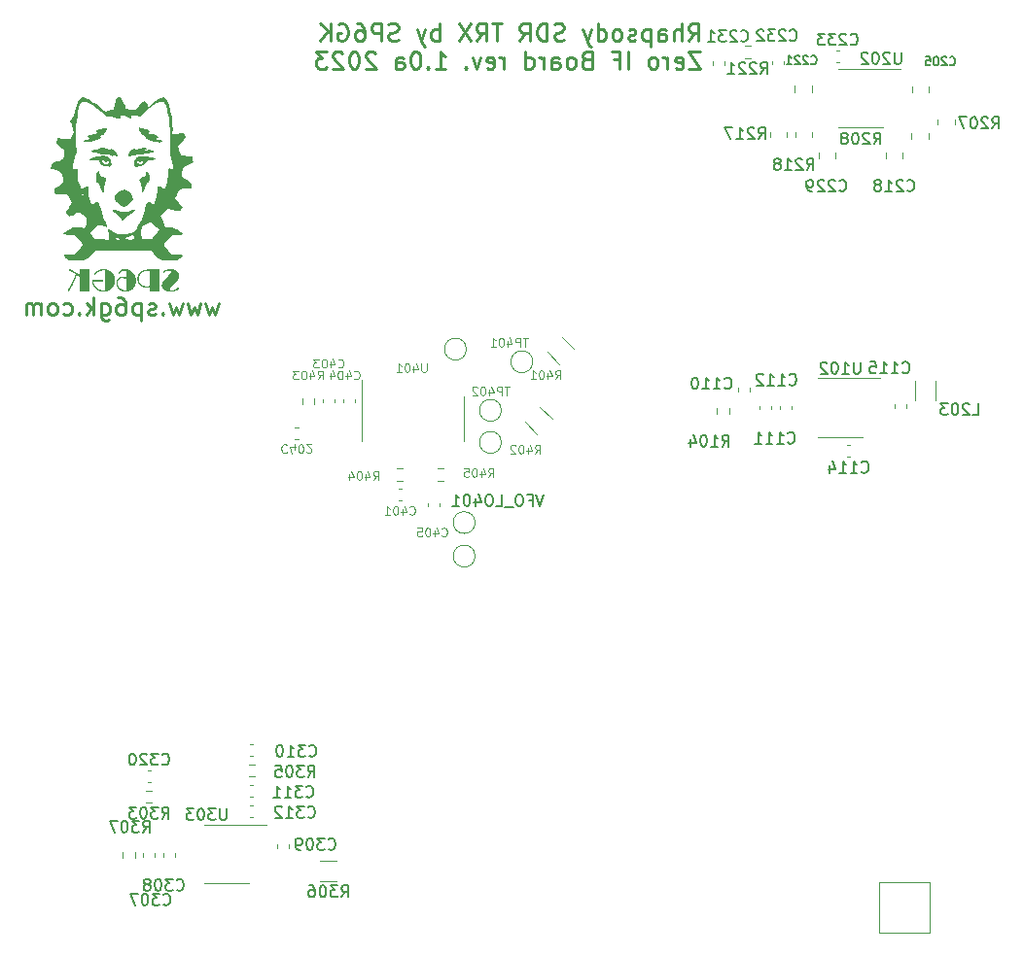
<source format=gbr>
%TF.GenerationSoftware,KiCad,Pcbnew,7.0.8*%
%TF.CreationDate,2023-11-11T12:02:15+01:00*%
%TF.ProjectId,Rhapsody_IQ,52686170-736f-4647-995f-49512e6b6963,rev?*%
%TF.SameCoordinates,Original*%
%TF.FileFunction,Legend,Bot*%
%TF.FilePolarity,Positive*%
%FSLAX46Y46*%
G04 Gerber Fmt 4.6, Leading zero omitted, Abs format (unit mm)*
G04 Created by KiCad (PCBNEW 7.0.8) date 2023-11-11 12:02:15*
%MOMM*%
%LPD*%
G01*
G04 APERTURE LIST*
%ADD10C,0.250000*%
%ADD11C,0.150000*%
%ADD12C,0.120000*%
G04 APERTURE END LIST*
D10*
G36*
X117130868Y-53386842D02*
G01*
X117110403Y-53390897D01*
X117090924Y-53401480D01*
X117075079Y-53414253D01*
X117061014Y-53428364D01*
X117041747Y-53448323D01*
X117021681Y-53467536D01*
X117000817Y-53486002D01*
X116979155Y-53503720D01*
X116956693Y-53520692D01*
X116933434Y-53536916D01*
X116909375Y-53552394D01*
X116884518Y-53567124D01*
X116858863Y-53581108D01*
X116841315Y-53590015D01*
X116823413Y-53598590D01*
X116814329Y-53602753D01*
X116796087Y-53610680D01*
X116777876Y-53618095D01*
X116750616Y-53628258D01*
X116723425Y-53637272D01*
X116696302Y-53645134D01*
X116669249Y-53651846D01*
X116642264Y-53657407D01*
X116615347Y-53661818D01*
X116588500Y-53665078D01*
X116561721Y-53667187D01*
X116535010Y-53668146D01*
X116526122Y-53668210D01*
X116500195Y-53667502D01*
X116476818Y-53665377D01*
X116455991Y-53661835D01*
X116432189Y-53654908D01*
X116412920Y-53645463D01*
X116395210Y-53630114D01*
X116384584Y-53610830D01*
X116381042Y-53587610D01*
X116382965Y-53566092D01*
X116388736Y-53543303D01*
X116396483Y-53523341D01*
X116406901Y-53502497D01*
X116417159Y-53485186D01*
X116429127Y-53467311D01*
X116435752Y-53458161D01*
X116451773Y-53437439D01*
X116467025Y-53418902D01*
X116485049Y-53397797D01*
X116498607Y-53382301D01*
X116513397Y-53365664D01*
X116529420Y-53347886D01*
X116546675Y-53328966D01*
X116565163Y-53308906D01*
X116584884Y-53287705D01*
X116605837Y-53265362D01*
X116628023Y-53241879D01*
X116651442Y-53217254D01*
X116676093Y-53191488D01*
X116701977Y-53164581D01*
X116718625Y-53147259D01*
X116734923Y-53130218D01*
X116750872Y-53113458D01*
X116766473Y-53096980D01*
X116781723Y-53080783D01*
X116796625Y-53064867D01*
X116811178Y-53049234D01*
X116825381Y-53033881D01*
X116839235Y-53018810D01*
X116852740Y-53004020D01*
X116865896Y-52989512D01*
X116891159Y-52961340D01*
X116915027Y-52934294D01*
X116937497Y-52908374D01*
X116958570Y-52883580D01*
X116978247Y-52859911D01*
X116996527Y-52837368D01*
X117013411Y-52815951D01*
X117028897Y-52795660D01*
X117042987Y-52776494D01*
X117055680Y-52758455D01*
X117061503Y-52749857D01*
X117076054Y-52726839D01*
X117089667Y-52703947D01*
X117102341Y-52681181D01*
X117114076Y-52658541D01*
X117124872Y-52636027D01*
X117134730Y-52613638D01*
X117143648Y-52591376D01*
X117151628Y-52569240D01*
X117158669Y-52547229D01*
X117164772Y-52525345D01*
X117169935Y-52503586D01*
X117174160Y-52481953D01*
X117177445Y-52460447D01*
X117179792Y-52439066D01*
X117181201Y-52417811D01*
X117181670Y-52396682D01*
X117180764Y-52365175D01*
X117178045Y-52334400D01*
X117173513Y-52304358D01*
X117167168Y-52275049D01*
X117159011Y-52246473D01*
X117149041Y-52218629D01*
X117137258Y-52191518D01*
X117123662Y-52165140D01*
X117108254Y-52139494D01*
X117091033Y-52114581D01*
X117071999Y-52090401D01*
X117051153Y-52066954D01*
X117028494Y-52044240D01*
X117004022Y-52022258D01*
X116977737Y-52001009D01*
X116949639Y-51980492D01*
X116921084Y-51961504D01*
X116891716Y-51943741D01*
X116861535Y-51927203D01*
X116830540Y-51911890D01*
X116798734Y-51897803D01*
X116766114Y-51884940D01*
X116732681Y-51873302D01*
X116698436Y-51862889D01*
X116663377Y-51853702D01*
X116627506Y-51845739D01*
X116590822Y-51839001D01*
X116553325Y-51833489D01*
X116515015Y-51829201D01*
X116475892Y-51826138D01*
X116456026Y-51825066D01*
X116435957Y-51824301D01*
X116415684Y-51823841D01*
X116395208Y-51823688D01*
X116366594Y-51824037D01*
X116338269Y-51825085D01*
X116310235Y-51826831D01*
X116282490Y-51829275D01*
X116255036Y-51832418D01*
X116227871Y-51836259D01*
X116200997Y-51840799D01*
X116174413Y-51846036D01*
X116148118Y-51851973D01*
X116122114Y-51858607D01*
X116096400Y-51865940D01*
X116070976Y-51873972D01*
X116045842Y-51882702D01*
X116020998Y-51892130D01*
X115996444Y-51902256D01*
X115972180Y-51913081D01*
X115954151Y-51922072D01*
X115936703Y-51931460D01*
X115915709Y-51943754D01*
X115895621Y-51956667D01*
X115876439Y-51970201D01*
X115858164Y-51984354D01*
X115844196Y-51996124D01*
X115828294Y-52010692D01*
X115812770Y-52027545D01*
X115801126Y-52043711D01*
X115792447Y-52061703D01*
X115788997Y-52081120D01*
X115793291Y-52100548D01*
X115805045Y-52116549D01*
X115808537Y-52119711D01*
X115825580Y-52131064D01*
X115844671Y-52136173D01*
X115848593Y-52136319D01*
X115868914Y-52132121D01*
X115888057Y-52122718D01*
X115906910Y-52110082D01*
X115924633Y-52095977D01*
X115927727Y-52093332D01*
X115946290Y-52078151D01*
X115966318Y-52063626D01*
X115987811Y-52049758D01*
X116004893Y-52039787D01*
X116022799Y-52030186D01*
X116041529Y-52020954D01*
X116061084Y-52012091D01*
X116081463Y-52003597D01*
X116102666Y-51995473D01*
X116117260Y-51990262D01*
X116139343Y-51982842D01*
X116161264Y-51976151D01*
X116183021Y-51970191D01*
X116204615Y-51964960D01*
X116226046Y-51960459D01*
X116247313Y-51956688D01*
X116268418Y-51953647D01*
X116289359Y-51951336D01*
X116310138Y-51949754D01*
X116330753Y-51948903D01*
X116344406Y-51948741D01*
X116367492Y-51949651D01*
X116388759Y-51952381D01*
X116408205Y-51956932D01*
X116428591Y-51964542D01*
X116446499Y-51974630D01*
X116462955Y-51988094D01*
X116475848Y-52005066D01*
X116482790Y-52023969D01*
X116484113Y-52037645D01*
X116482292Y-52057640D01*
X116476831Y-52079525D01*
X116469499Y-52099205D01*
X116459639Y-52120197D01*
X116449930Y-52137935D01*
X116438603Y-52156513D01*
X116432333Y-52166117D01*
X116418220Y-52186313D01*
X116406103Y-52202481D01*
X116392672Y-52219526D01*
X116377927Y-52237446D01*
X116361869Y-52256242D01*
X116344497Y-52275914D01*
X116325811Y-52296462D01*
X116305811Y-52317886D01*
X116291748Y-52332655D01*
X116277101Y-52347813D01*
X116261870Y-52363361D01*
X116254036Y-52371281D01*
X116229032Y-52396760D01*
X116204640Y-52421723D01*
X116180859Y-52446169D01*
X116157690Y-52470100D01*
X116135132Y-52493514D01*
X116113186Y-52516412D01*
X116091851Y-52538795D01*
X116071128Y-52560661D01*
X116051017Y-52582010D01*
X116031517Y-52602844D01*
X116012629Y-52623161D01*
X115994352Y-52642963D01*
X115976687Y-52662248D01*
X115959633Y-52681017D01*
X115943191Y-52699270D01*
X115927361Y-52717006D01*
X115912142Y-52734227D01*
X115897535Y-52750931D01*
X115883539Y-52767120D01*
X115870155Y-52782792D01*
X115857382Y-52797948D01*
X115833671Y-52826711D01*
X115812407Y-52853410D01*
X115793589Y-52878044D01*
X115777217Y-52900614D01*
X115763291Y-52921119D01*
X115757246Y-52930597D01*
X115745474Y-52950281D01*
X115734463Y-52969889D01*
X115724210Y-52989421D01*
X115714717Y-53008877D01*
X115705983Y-53028256D01*
X115698009Y-53047559D01*
X115690795Y-53066785D01*
X115684339Y-53085935D01*
X115678644Y-53105009D01*
X115673707Y-53124007D01*
X115667727Y-53152360D01*
X115663455Y-53180541D01*
X115660892Y-53208551D01*
X115660037Y-53236389D01*
X115660651Y-53259986D01*
X115662493Y-53283335D01*
X115665563Y-53306435D01*
X115669860Y-53329285D01*
X115675386Y-53351887D01*
X115682139Y-53374239D01*
X115690121Y-53396343D01*
X115699330Y-53418197D01*
X115709767Y-53439803D01*
X115721432Y-53461159D01*
X115729891Y-53475258D01*
X115743365Y-53495876D01*
X115757774Y-53515782D01*
X115773120Y-53534974D01*
X115789402Y-53553454D01*
X115806620Y-53571222D01*
X115824773Y-53588276D01*
X115843863Y-53604618D01*
X115863888Y-53620247D01*
X115884850Y-53635164D01*
X115906747Y-53649367D01*
X115921865Y-53658441D01*
X115951203Y-53674767D01*
X115981331Y-53690039D01*
X116012249Y-53704259D01*
X116043956Y-53717425D01*
X116076454Y-53729538D01*
X116109742Y-53740598D01*
X116143819Y-53750604D01*
X116178687Y-53759557D01*
X116214344Y-53767457D01*
X116250792Y-53774303D01*
X116288029Y-53780096D01*
X116326057Y-53784836D01*
X116364874Y-53788523D01*
X116384579Y-53789971D01*
X116404482Y-53791156D01*
X116424582Y-53792078D01*
X116444879Y-53792736D01*
X116465374Y-53793131D01*
X116486066Y-53793263D01*
X116524186Y-53792639D01*
X116561728Y-53790767D01*
X116598695Y-53787647D01*
X116635085Y-53783279D01*
X116670899Y-53777663D01*
X116706137Y-53770800D01*
X116740798Y-53762688D01*
X116774884Y-53753329D01*
X116808393Y-53742721D01*
X116841325Y-53730866D01*
X116873682Y-53717763D01*
X116905462Y-53703412D01*
X116936666Y-53687813D01*
X116967294Y-53670966D01*
X116997345Y-53652871D01*
X117026820Y-53633528D01*
X117047109Y-53619413D01*
X117066090Y-53605646D01*
X117083761Y-53592226D01*
X117100124Y-53579153D01*
X117115177Y-53566428D01*
X117135303Y-53547991D01*
X117152483Y-53530335D01*
X117166718Y-53513461D01*
X117178008Y-53497368D01*
X117188480Y-53477126D01*
X117193716Y-53458274D01*
X117194371Y-53449369D01*
X117190724Y-53429026D01*
X117180808Y-53411978D01*
X117175320Y-53405893D01*
X117158793Y-53393559D01*
X117140170Y-53387512D01*
X117130868Y-53386842D01*
G37*
G36*
X115456339Y-51925782D02*
G01*
X115454873Y-52237436D01*
X115449500Y-52696612D01*
X115456339Y-53662348D01*
X115458293Y-53762000D01*
X114588300Y-53762000D01*
X114588300Y-53712174D01*
X114589765Y-53448880D01*
X114589765Y-53428364D01*
X114561721Y-53432118D01*
X114534742Y-53435502D01*
X114508827Y-53438517D01*
X114483977Y-53441164D01*
X114460192Y-53443441D01*
X114437472Y-53445348D01*
X114415816Y-53446887D01*
X114395226Y-53448056D01*
X114369427Y-53449040D01*
X114345522Y-53449369D01*
X114314673Y-53448939D01*
X114284286Y-53447651D01*
X114254360Y-53445505D01*
X114224897Y-53442499D01*
X114195895Y-53438635D01*
X114167355Y-53433913D01*
X114139276Y-53428331D01*
X114111660Y-53421891D01*
X114084505Y-53414593D01*
X114057812Y-53406435D01*
X114031580Y-53397419D01*
X114005811Y-53387545D01*
X113980503Y-53376811D01*
X113955657Y-53365219D01*
X113931273Y-53352769D01*
X113907350Y-53339459D01*
X113883932Y-53325289D01*
X113861181Y-53310379D01*
X113839098Y-53294729D01*
X113817683Y-53278338D01*
X113796936Y-53261206D01*
X113776856Y-53243335D01*
X113757445Y-53224722D01*
X113738701Y-53205370D01*
X113720625Y-53185277D01*
X113703217Y-53164444D01*
X113686477Y-53142871D01*
X113670404Y-53120557D01*
X113655000Y-53097502D01*
X113640263Y-53073708D01*
X113626195Y-53049173D01*
X113612794Y-53023898D01*
X113602324Y-53002519D01*
X113592529Y-52981002D01*
X113583410Y-52959349D01*
X113574967Y-52937558D01*
X113567198Y-52915629D01*
X113560106Y-52893564D01*
X113553689Y-52871360D01*
X113547947Y-52849020D01*
X113542881Y-52826542D01*
X113538490Y-52803926D01*
X113534775Y-52781174D01*
X113531736Y-52758284D01*
X113529371Y-52735256D01*
X113527683Y-52712091D01*
X113526669Y-52688789D01*
X113526332Y-52665349D01*
X113526373Y-52662418D01*
X113648453Y-52662418D01*
X113649077Y-52692956D01*
X113650949Y-52723021D01*
X113654069Y-52752613D01*
X113658437Y-52781731D01*
X113664052Y-52810376D01*
X113670916Y-52838548D01*
X113679027Y-52866246D01*
X113688387Y-52893472D01*
X113698994Y-52920224D01*
X113710849Y-52946503D01*
X113723953Y-52972309D01*
X113738304Y-52997642D01*
X113753903Y-53022501D01*
X113770750Y-53046887D01*
X113788845Y-53070800D01*
X113808188Y-53094240D01*
X113820076Y-53107784D01*
X113838523Y-53127370D01*
X113857708Y-53146080D01*
X113877632Y-53163915D01*
X113898294Y-53180873D01*
X113919695Y-53196956D01*
X113941835Y-53212163D01*
X113964712Y-53226494D01*
X113988328Y-53239949D01*
X114012683Y-53252529D01*
X114037776Y-53264233D01*
X114054755Y-53271508D01*
X114080466Y-53281542D01*
X114106469Y-53290519D01*
X114132765Y-53298440D01*
X114159352Y-53305305D01*
X114186231Y-53311114D01*
X114213402Y-53315867D01*
X114240865Y-53319564D01*
X114268620Y-53322204D01*
X114296667Y-53323788D01*
X114325006Y-53324316D01*
X114335617Y-53324292D01*
X114356393Y-53324093D01*
X114376573Y-53323696D01*
X114396159Y-53323101D01*
X114424420Y-53321836D01*
X114451342Y-53320124D01*
X114476925Y-53317966D01*
X114501168Y-53315361D01*
X114524071Y-53312310D01*
X114545635Y-53308813D01*
X114565860Y-53304868D01*
X114590742Y-53298915D01*
X114593673Y-52970164D01*
X114588300Y-52056207D01*
X114588300Y-51980004D01*
X114562410Y-51980004D01*
X114527283Y-51980246D01*
X114492976Y-51980973D01*
X114459490Y-51982185D01*
X114426825Y-51983881D01*
X114394979Y-51986062D01*
X114363955Y-51988728D01*
X114333751Y-51991878D01*
X114304367Y-51995513D01*
X114275804Y-51999633D01*
X114248062Y-52004237D01*
X114221140Y-52009326D01*
X114195038Y-52014900D01*
X114169757Y-52020958D01*
X114145296Y-52027501D01*
X114121656Y-52034529D01*
X114098837Y-52042041D01*
X114076689Y-52050021D01*
X114055064Y-52058574D01*
X114033962Y-52067698D01*
X114013382Y-52077396D01*
X113993326Y-52087665D01*
X113973792Y-52098507D01*
X113954781Y-52109922D01*
X113936293Y-52121909D01*
X113918328Y-52134468D01*
X113900886Y-52147600D01*
X113883966Y-52161304D01*
X113867569Y-52175581D01*
X113851696Y-52190430D01*
X113836345Y-52205852D01*
X113821516Y-52221846D01*
X113807211Y-52238413D01*
X113787986Y-52262394D01*
X113770002Y-52286712D01*
X113753258Y-52311365D01*
X113737754Y-52336354D01*
X113723491Y-52361679D01*
X113710468Y-52387340D01*
X113698685Y-52413336D01*
X113688143Y-52439669D01*
X113678840Y-52466337D01*
X113670778Y-52493341D01*
X113663957Y-52520681D01*
X113658375Y-52548357D01*
X113654034Y-52576368D01*
X113650934Y-52604716D01*
X113649073Y-52633399D01*
X113648453Y-52662418D01*
X113526373Y-52662418D01*
X113526633Y-52643671D01*
X113527538Y-52622110D01*
X113529045Y-52600669D01*
X113531155Y-52579345D01*
X113533869Y-52558140D01*
X113537185Y-52537053D01*
X113541105Y-52516084D01*
X113545627Y-52495234D01*
X113550752Y-52474502D01*
X113556480Y-52453888D01*
X113562812Y-52433393D01*
X113569746Y-52413016D01*
X113577283Y-52392757D01*
X113585423Y-52372616D01*
X113594166Y-52352594D01*
X113603512Y-52332690D01*
X113616421Y-52307096D01*
X113629990Y-52282216D01*
X113644219Y-52258049D01*
X113659108Y-52234596D01*
X113674658Y-52211857D01*
X113690867Y-52189831D01*
X113707737Y-52168519D01*
X113725267Y-52147921D01*
X113743458Y-52128036D01*
X113762308Y-52108865D01*
X113781819Y-52090407D01*
X113801990Y-52072663D01*
X113822821Y-52055633D01*
X113844313Y-52039317D01*
X113866465Y-52023714D01*
X113889277Y-52008824D01*
X113906683Y-51998106D01*
X113924585Y-51987812D01*
X113942983Y-51977941D01*
X113961878Y-51968494D01*
X113981268Y-51959470D01*
X114001155Y-51950870D01*
X114021538Y-51942694D01*
X114042417Y-51934941D01*
X114063792Y-51927612D01*
X114085663Y-51920706D01*
X114108030Y-51914224D01*
X114130894Y-51908166D01*
X114154253Y-51902531D01*
X114178109Y-51897320D01*
X114202461Y-51892532D01*
X114227309Y-51888168D01*
X114240038Y-51886125D01*
X114266584Y-51882232D01*
X114294580Y-51878599D01*
X114324027Y-51875225D01*
X114354924Y-51872111D01*
X114387271Y-51869257D01*
X114421068Y-51866662D01*
X114456315Y-51864326D01*
X114493012Y-51862250D01*
X114531160Y-51860433D01*
X114550778Y-51859622D01*
X114570758Y-51858876D01*
X114591101Y-51858195D01*
X114611806Y-51857579D01*
X114632874Y-51857027D01*
X114654304Y-51856541D01*
X114676097Y-51856119D01*
X114698253Y-51855762D01*
X114720771Y-51855470D01*
X114743651Y-51855243D01*
X114766895Y-51855081D01*
X114790500Y-51854984D01*
X114814468Y-51854951D01*
X115458293Y-51854951D01*
X115456339Y-51925782D01*
G37*
G36*
X112540568Y-51958999D02*
G01*
X112545941Y-52890053D01*
X112540568Y-53666745D01*
X112520890Y-53667694D01*
X112500962Y-53668174D01*
X112494161Y-53668210D01*
X112472679Y-53667755D01*
X112450913Y-53666390D01*
X112428864Y-53664114D01*
X112406532Y-53660929D01*
X112383916Y-53656833D01*
X112361017Y-53651827D01*
X112337834Y-53645911D01*
X112314368Y-53639084D01*
X112290619Y-53631348D01*
X112266586Y-53622701D01*
X112250407Y-53616431D01*
X112226357Y-53606356D01*
X112202934Y-53595731D01*
X112180138Y-53584557D01*
X112157969Y-53572833D01*
X112136426Y-53560560D01*
X112115511Y-53547737D01*
X112095222Y-53534365D01*
X112075560Y-53520443D01*
X112056524Y-53505972D01*
X112038116Y-53490951D01*
X112026192Y-53480632D01*
X112001407Y-53457474D01*
X111978221Y-53433676D01*
X111956634Y-53409237D01*
X111936647Y-53384156D01*
X111918258Y-53358434D01*
X111901468Y-53332071D01*
X111886277Y-53305067D01*
X111872685Y-53277422D01*
X111860693Y-53249135D01*
X111850299Y-53220208D01*
X111841504Y-53190639D01*
X111834309Y-53160429D01*
X111828712Y-53129578D01*
X111824715Y-53098086D01*
X111822316Y-53065953D01*
X111821517Y-53033179D01*
X111822188Y-53003393D01*
X111824203Y-52974606D01*
X111827562Y-52946820D01*
X111832263Y-52920033D01*
X111838308Y-52894247D01*
X111845697Y-52869460D01*
X111854428Y-52845673D01*
X111864503Y-52822886D01*
X111875922Y-52801099D01*
X111888683Y-52780311D01*
X111902788Y-52760524D01*
X111918237Y-52741736D01*
X111935028Y-52723948D01*
X111953163Y-52707160D01*
X111972642Y-52691372D01*
X111993464Y-52676584D01*
X112013128Y-52663839D01*
X112032922Y-52652347D01*
X112052845Y-52642109D01*
X112072896Y-52633124D01*
X112093076Y-52625393D01*
X112113385Y-52618916D01*
X112133823Y-52613693D01*
X112154389Y-52609723D01*
X112175084Y-52607007D01*
X112195908Y-52605544D01*
X112209863Y-52605265D01*
X112231890Y-52605868D01*
X112253765Y-52607677D01*
X112275488Y-52610692D01*
X112297057Y-52614913D01*
X112318474Y-52620340D01*
X112339739Y-52626972D01*
X112360851Y-52634811D01*
X112381810Y-52643856D01*
X112399842Y-52651990D01*
X112420144Y-52660218D01*
X112439512Y-52666296D01*
X112450198Y-52667792D01*
X112470183Y-52665197D01*
X112488666Y-52654236D01*
X112499034Y-52634697D01*
X112501489Y-52613570D01*
X112498209Y-52593918D01*
X112488368Y-52575262D01*
X112475157Y-52560476D01*
X112457389Y-52546382D01*
X112439896Y-52535605D01*
X112419486Y-52525270D01*
X112408188Y-52520269D01*
X112384657Y-52510881D01*
X112360713Y-52502744D01*
X112336358Y-52495860D01*
X112311590Y-52490227D01*
X112286410Y-52485846D01*
X112260818Y-52482717D01*
X112234814Y-52480839D01*
X112215040Y-52480252D01*
X112208397Y-52480213D01*
X112183576Y-52480749D01*
X112159182Y-52482358D01*
X112135216Y-52485039D01*
X112111677Y-52488792D01*
X112088566Y-52493618D01*
X112065882Y-52499516D01*
X112043625Y-52506486D01*
X112021796Y-52514529D01*
X112000394Y-52523644D01*
X111979420Y-52533832D01*
X111958873Y-52545092D01*
X111938753Y-52557424D01*
X111919061Y-52570829D01*
X111899796Y-52585306D01*
X111880959Y-52600856D01*
X111862549Y-52617478D01*
X111842319Y-52637542D01*
X111823394Y-52658411D01*
X111805774Y-52680086D01*
X111789460Y-52702566D01*
X111774450Y-52725851D01*
X111760746Y-52749941D01*
X111748347Y-52774837D01*
X111737253Y-52800538D01*
X111727464Y-52827044D01*
X111718980Y-52854355D01*
X111711802Y-52882471D01*
X111705929Y-52911393D01*
X111701361Y-52941120D01*
X111698098Y-52971653D01*
X111696140Y-53002990D01*
X111695487Y-53035133D01*
X111695763Y-53056303D01*
X111696588Y-53077255D01*
X111697965Y-53097989D01*
X111699891Y-53118504D01*
X111702369Y-53138800D01*
X111705396Y-53158878D01*
X111708975Y-53178738D01*
X111713103Y-53198379D01*
X111717783Y-53217801D01*
X111723012Y-53237005D01*
X111728793Y-53255991D01*
X111735123Y-53274758D01*
X111742005Y-53293307D01*
X111749436Y-53311637D01*
X111757419Y-53329748D01*
X111765951Y-53347642D01*
X111775035Y-53365316D01*
X111784668Y-53382772D01*
X111794853Y-53400010D01*
X111805587Y-53417029D01*
X111816873Y-53433830D01*
X111828708Y-53450412D01*
X111841095Y-53466776D01*
X111854031Y-53482922D01*
X111867519Y-53498848D01*
X111881556Y-53514557D01*
X111896145Y-53530047D01*
X111911283Y-53545318D01*
X111926973Y-53560371D01*
X111943212Y-53575205D01*
X111960003Y-53589821D01*
X111977344Y-53604219D01*
X112007250Y-53627111D01*
X112037740Y-53648526D01*
X112068814Y-53668464D01*
X112100472Y-53686925D01*
X112132714Y-53703910D01*
X112165540Y-53719417D01*
X112198950Y-53733448D01*
X112232944Y-53746002D01*
X112267521Y-53757078D01*
X112302683Y-53766678D01*
X112338428Y-53774801D01*
X112374757Y-53781447D01*
X112411670Y-53786617D01*
X112449167Y-53790309D01*
X112487248Y-53792524D01*
X112525913Y-53793263D01*
X112563059Y-53792604D01*
X112599636Y-53790629D01*
X112635645Y-53787338D01*
X112671085Y-53782730D01*
X112705956Y-53776805D01*
X112740259Y-53769563D01*
X112773993Y-53761005D01*
X112807159Y-53751131D01*
X112839755Y-53739939D01*
X112871784Y-53727432D01*
X112903243Y-53713607D01*
X112934134Y-53698466D01*
X112964457Y-53682008D01*
X112994210Y-53664234D01*
X113023396Y-53645143D01*
X113052012Y-53624735D01*
X113073861Y-53608091D01*
X113095016Y-53590949D01*
X113115477Y-53573309D01*
X113135245Y-53555172D01*
X113154320Y-53536536D01*
X113172700Y-53517402D01*
X113190388Y-53497770D01*
X113207381Y-53477640D01*
X113223681Y-53457012D01*
X113239287Y-53435886D01*
X113254200Y-53414262D01*
X113268419Y-53392140D01*
X113281944Y-53369519D01*
X113294776Y-53346401D01*
X113306914Y-53322785D01*
X113318359Y-53298671D01*
X113329110Y-53274059D01*
X113339167Y-53248948D01*
X113348531Y-53223340D01*
X113357201Y-53197234D01*
X113365178Y-53170629D01*
X113372461Y-53143527D01*
X113379050Y-53115927D01*
X113384946Y-53087828D01*
X113390148Y-53059232D01*
X113394656Y-53030137D01*
X113398471Y-53000545D01*
X113401592Y-52970454D01*
X113404020Y-52939866D01*
X113405754Y-52908779D01*
X113406794Y-52877194D01*
X113407141Y-52845112D01*
X113406904Y-52819746D01*
X113406193Y-52794634D01*
X113405007Y-52769775D01*
X113403348Y-52745171D01*
X113401214Y-52720820D01*
X113398606Y-52696723D01*
X113395524Y-52672880D01*
X113391968Y-52649290D01*
X113387937Y-52625954D01*
X113383432Y-52602873D01*
X113378454Y-52580044D01*
X113373001Y-52557470D01*
X113367073Y-52535150D01*
X113360672Y-52513083D01*
X113353797Y-52491270D01*
X113346447Y-52469711D01*
X113338623Y-52448405D01*
X113330325Y-52427354D01*
X113321553Y-52406556D01*
X113312306Y-52386012D01*
X113302586Y-52365721D01*
X113292391Y-52345685D01*
X113281722Y-52325902D01*
X113270579Y-52306373D01*
X113258962Y-52287098D01*
X113246870Y-52268077D01*
X113234305Y-52249309D01*
X113221265Y-52230795D01*
X113207751Y-52212535D01*
X113193763Y-52194529D01*
X113179300Y-52176777D01*
X113164364Y-52159278D01*
X113145433Y-52138168D01*
X113126010Y-52117703D01*
X113106095Y-52097883D01*
X113085687Y-52078708D01*
X113064787Y-52060178D01*
X113043395Y-52042293D01*
X113021510Y-52025053D01*
X112999133Y-52008458D01*
X112976264Y-51992508D01*
X112952903Y-51977203D01*
X112929049Y-51962542D01*
X112904703Y-51948527D01*
X112879865Y-51935157D01*
X112854534Y-51922431D01*
X112828711Y-51910351D01*
X112802396Y-51898915D01*
X112780015Y-51889806D01*
X112757570Y-51881284D01*
X112735059Y-51873350D01*
X112712484Y-51866003D01*
X112689844Y-51859245D01*
X112667139Y-51853074D01*
X112644369Y-51847490D01*
X112621534Y-51842495D01*
X112598634Y-51838087D01*
X112575670Y-51834267D01*
X112552640Y-51831035D01*
X112529546Y-51828390D01*
X112506387Y-51826333D01*
X112483163Y-51824864D01*
X112459874Y-51823982D01*
X112436520Y-51823688D01*
X112406432Y-51824228D01*
X112376864Y-51825848D01*
X112347814Y-51828548D01*
X112319284Y-51832328D01*
X112291272Y-51837188D01*
X112263779Y-51843128D01*
X112236806Y-51850149D01*
X112210351Y-51858249D01*
X112184416Y-51867429D01*
X112158999Y-51877689D01*
X112134102Y-51889029D01*
X112109723Y-51901449D01*
X112085864Y-51914949D01*
X112062523Y-51929529D01*
X112039702Y-51945190D01*
X112017399Y-51961930D01*
X112001546Y-51974583D01*
X111979685Y-51993383D01*
X111960124Y-52011969D01*
X111942865Y-52030340D01*
X111927907Y-52048497D01*
X111915250Y-52066438D01*
X111904895Y-52084166D01*
X111894667Y-52107468D01*
X111888531Y-52130389D01*
X111886485Y-52152928D01*
X111889140Y-52173219D01*
X111897106Y-52191779D01*
X111908956Y-52207150D01*
X111925396Y-52220221D01*
X111944491Y-52227866D01*
X111964154Y-52230108D01*
X111984444Y-52226859D01*
X112003424Y-52217112D01*
X112018651Y-52203585D01*
X112032916Y-52185284D01*
X112044070Y-52166386D01*
X112046220Y-52162209D01*
X112057456Y-52141889D01*
X112069181Y-52122693D01*
X112081395Y-52104622D01*
X112094099Y-52087677D01*
X112107293Y-52071856D01*
X112120975Y-52057160D01*
X112135148Y-52043588D01*
X112154806Y-52027243D01*
X112175333Y-52012898D01*
X112191300Y-52003451D01*
X112210187Y-51993674D01*
X112230026Y-51984858D01*
X112250819Y-51977004D01*
X112272564Y-51970112D01*
X112295263Y-51964181D01*
X112318915Y-51959213D01*
X112343520Y-51955205D01*
X112369079Y-51952160D01*
X112395590Y-51950076D01*
X112423054Y-51948954D01*
X112441893Y-51948741D01*
X112463478Y-51949231D01*
X112485063Y-51950704D01*
X112506648Y-51953158D01*
X112528233Y-51956595D01*
X112540568Y-51958999D01*
G37*
G36*
X109574971Y-52792844D02*
G01*
X109575763Y-52818712D01*
X109577039Y-52844291D01*
X109578801Y-52869583D01*
X109581046Y-52894586D01*
X109583777Y-52919302D01*
X109586992Y-52943729D01*
X109590692Y-52967868D01*
X109594877Y-52991719D01*
X109599546Y-53015281D01*
X109604700Y-53038556D01*
X109610338Y-53061542D01*
X109616462Y-53084241D01*
X109623070Y-53106651D01*
X109630162Y-53128773D01*
X109637739Y-53150607D01*
X109645801Y-53172153D01*
X109654348Y-53193411D01*
X109663379Y-53214380D01*
X109672895Y-53235062D01*
X109682896Y-53255455D01*
X109693381Y-53275560D01*
X109704351Y-53295377D01*
X109715805Y-53314906D01*
X109727745Y-53334147D01*
X109740169Y-53353100D01*
X109753077Y-53371764D01*
X109766471Y-53390141D01*
X109780349Y-53408229D01*
X109794711Y-53426029D01*
X109809558Y-53443541D01*
X109824890Y-53460765D01*
X109840707Y-53477701D01*
X109858928Y-53496185D01*
X109877565Y-53514146D01*
X109896618Y-53531585D01*
X109916087Y-53548501D01*
X109935971Y-53564894D01*
X109956272Y-53580764D01*
X109976989Y-53596111D01*
X109998122Y-53610935D01*
X110019670Y-53625237D01*
X110041635Y-53639016D01*
X110064016Y-53652271D01*
X110086812Y-53665005D01*
X110110025Y-53677215D01*
X110133653Y-53688902D01*
X110157698Y-53700067D01*
X110182159Y-53710709D01*
X110206884Y-53720705D01*
X110231725Y-53730057D01*
X110256679Y-53738764D01*
X110281749Y-53746826D01*
X110306932Y-53754243D01*
X110332231Y-53761015D01*
X110357643Y-53767142D01*
X110383170Y-53772624D01*
X110408812Y-53777461D01*
X110434568Y-53781653D01*
X110460439Y-53785201D01*
X110486424Y-53788103D01*
X110512524Y-53790360D01*
X110538738Y-53791973D01*
X110565066Y-53792940D01*
X110591510Y-53793263D01*
X110614509Y-53792997D01*
X110637465Y-53792202D01*
X110660380Y-53790875D01*
X110683253Y-53789019D01*
X110706084Y-53786632D01*
X110728873Y-53783714D01*
X110751620Y-53780266D01*
X110774325Y-53776288D01*
X110796988Y-53771779D01*
X110819610Y-53766739D01*
X110842189Y-53761169D01*
X110864726Y-53755069D01*
X110887221Y-53748438D01*
X110909674Y-53741277D01*
X110932085Y-53733585D01*
X110954454Y-53725363D01*
X110976583Y-53716662D01*
X110998395Y-53707533D01*
X111019891Y-53697977D01*
X111041069Y-53687994D01*
X111061931Y-53677583D01*
X111082476Y-53666745D01*
X111102704Y-53655479D01*
X111122616Y-53643786D01*
X111142210Y-53631665D01*
X111161488Y-53619117D01*
X111180450Y-53606142D01*
X111199094Y-53592739D01*
X111217422Y-53578909D01*
X111235433Y-53564651D01*
X111253127Y-53549966D01*
X111270505Y-53534854D01*
X111292311Y-53514879D01*
X111313400Y-53494401D01*
X111333771Y-53473419D01*
X111353425Y-53451933D01*
X111372362Y-53429944D01*
X111390581Y-53407450D01*
X111408082Y-53384453D01*
X111424866Y-53360953D01*
X111440933Y-53336948D01*
X111456282Y-53312440D01*
X111470914Y-53287428D01*
X111484828Y-53261912D01*
X111498025Y-53235893D01*
X111510504Y-53209370D01*
X111522266Y-53182343D01*
X111533310Y-53154812D01*
X111541414Y-53132717D01*
X111548995Y-53110642D01*
X111556053Y-53088586D01*
X111562589Y-53066549D01*
X111568601Y-53044530D01*
X111574091Y-53022531D01*
X111579058Y-53000551D01*
X111583502Y-52978591D01*
X111587423Y-52956649D01*
X111590822Y-52934726D01*
X111593697Y-52912822D01*
X111596050Y-52890938D01*
X111597880Y-52869072D01*
X111599187Y-52847226D01*
X111599971Y-52825399D01*
X111600233Y-52803591D01*
X111600032Y-52783407D01*
X111599431Y-52763340D01*
X111598429Y-52743389D01*
X111597027Y-52723555D01*
X111595224Y-52703837D01*
X111593020Y-52684236D01*
X111590415Y-52664751D01*
X111587410Y-52645382D01*
X111584004Y-52626130D01*
X111575990Y-52587975D01*
X111566372Y-52550285D01*
X111555153Y-52513061D01*
X111542330Y-52476302D01*
X111527904Y-52440009D01*
X111520090Y-52422037D01*
X111511876Y-52404182D01*
X111503261Y-52386443D01*
X111494245Y-52368820D01*
X111484828Y-52351314D01*
X111475010Y-52333924D01*
X111464792Y-52316650D01*
X111454173Y-52299493D01*
X111443154Y-52282453D01*
X111431734Y-52265528D01*
X111419913Y-52248720D01*
X111407691Y-52232029D01*
X111395069Y-52215454D01*
X111377199Y-52192865D01*
X111358760Y-52170895D01*
X111339753Y-52149543D01*
X111320178Y-52128809D01*
X111300033Y-52108693D01*
X111279320Y-52089196D01*
X111258039Y-52070316D01*
X111236189Y-52052055D01*
X111213770Y-52034413D01*
X111190782Y-52017388D01*
X111167226Y-52000982D01*
X111143102Y-51985194D01*
X111118408Y-51970024D01*
X111093146Y-51955473D01*
X111067316Y-51941539D01*
X111040916Y-51928224D01*
X111014094Y-51915566D01*
X110987114Y-51903724D01*
X110959979Y-51892698D01*
X110932686Y-51882490D01*
X110905238Y-51873098D01*
X110877632Y-51864523D01*
X110849871Y-51856764D01*
X110821953Y-51849822D01*
X110793878Y-51843697D01*
X110765647Y-51838389D01*
X110737260Y-51833897D01*
X110708716Y-51830222D01*
X110680015Y-51827363D01*
X110651158Y-51825322D01*
X110622145Y-51824097D01*
X110592975Y-51823688D01*
X110567350Y-51823966D01*
X110541949Y-51824799D01*
X110516773Y-51826187D01*
X110491820Y-51828130D01*
X110467092Y-51830629D01*
X110442588Y-51833683D01*
X110418309Y-51837292D01*
X110394253Y-51841457D01*
X110370422Y-51846177D01*
X110346815Y-51851452D01*
X110323432Y-51857282D01*
X110300273Y-51863668D01*
X110277338Y-51870609D01*
X110254628Y-51878105D01*
X110232142Y-51886156D01*
X110209880Y-51894763D01*
X110187842Y-51903925D01*
X110166029Y-51913642D01*
X110144440Y-51923915D01*
X110123075Y-51934742D01*
X110101934Y-51946125D01*
X110081017Y-51958064D01*
X110060325Y-51970557D01*
X110039857Y-51983606D01*
X110019613Y-51997210D01*
X109999593Y-52011370D01*
X109979797Y-52026084D01*
X109960226Y-52041354D01*
X109940879Y-52057180D01*
X109921756Y-52073560D01*
X109902857Y-52090496D01*
X109884182Y-52107987D01*
X109867797Y-52123895D01*
X109852469Y-52139258D01*
X109838198Y-52154074D01*
X109818773Y-52175276D01*
X109801727Y-52195250D01*
X109787060Y-52213996D01*
X109774771Y-52231515D01*
X109762086Y-52252962D01*
X109753629Y-52272227D01*
X109749004Y-52293238D01*
X109748872Y-52297031D01*
X109752612Y-52317240D01*
X109763832Y-52334270D01*
X109768411Y-52338552D01*
X109785099Y-52349306D01*
X109804206Y-52354577D01*
X109813840Y-52355161D01*
X109833655Y-52351833D01*
X109853530Y-52341849D01*
X109870971Y-52327654D01*
X109885957Y-52311431D01*
X109893464Y-52301916D01*
X109910588Y-52280187D01*
X109928012Y-52259148D01*
X109945736Y-52238799D01*
X109963760Y-52219140D01*
X109982083Y-52200171D01*
X110000705Y-52181891D01*
X110019627Y-52164302D01*
X110038849Y-52147402D01*
X110058370Y-52131191D01*
X110078191Y-52115671D01*
X110098312Y-52100840D01*
X110118732Y-52086700D01*
X110139451Y-52073249D01*
X110160471Y-52060487D01*
X110181789Y-52048416D01*
X110203408Y-52037034D01*
X110225326Y-52026343D01*
X110247543Y-52016341D01*
X110270060Y-52007028D01*
X110292877Y-51998406D01*
X110315993Y-51990473D01*
X110339409Y-51983230D01*
X110363124Y-51976677D01*
X110387139Y-51970814D01*
X110411454Y-51965641D01*
X110436068Y-51961157D01*
X110460982Y-51957363D01*
X110486195Y-51954259D01*
X110511708Y-51951845D01*
X110537520Y-51950120D01*
X110563633Y-51949086D01*
X110590044Y-51948741D01*
X110611900Y-51948974D01*
X110632586Y-51949676D01*
X110652104Y-51950844D01*
X110672979Y-51952752D01*
X110680414Y-51953625D01*
X110687253Y-52877840D01*
X110680414Y-53661371D01*
X110658685Y-53664677D01*
X110637490Y-53666708D01*
X110617491Y-53667783D01*
X110596136Y-53668204D01*
X110592975Y-53668210D01*
X110564393Y-53667790D01*
X110535983Y-53666527D01*
X110507744Y-53664424D01*
X110479677Y-53661478D01*
X110451782Y-53657692D01*
X110424058Y-53653063D01*
X110396506Y-53647594D01*
X110369126Y-53641282D01*
X110341918Y-53634130D01*
X110314882Y-53626136D01*
X110296953Y-53620339D01*
X110274529Y-53612571D01*
X110252504Y-53604411D01*
X110230878Y-53595860D01*
X110209651Y-53586916D01*
X110188823Y-53577579D01*
X110168393Y-53567851D01*
X110148362Y-53557731D01*
X110128730Y-53547218D01*
X110109497Y-53536314D01*
X110090663Y-53525017D01*
X110072227Y-53513328D01*
X110054191Y-53501247D01*
X110036553Y-53488774D01*
X110019313Y-53475909D01*
X110002473Y-53462652D01*
X109986032Y-53449002D01*
X109969989Y-53434961D01*
X109954345Y-53420527D01*
X109939100Y-53405701D01*
X109924253Y-53390483D01*
X109909806Y-53374873D01*
X109895757Y-53358871D01*
X109882107Y-53342477D01*
X109868856Y-53325690D01*
X109856004Y-53308512D01*
X109843550Y-53290941D01*
X109831496Y-53272978D01*
X109819840Y-53254623D01*
X109808582Y-53235876D01*
X109797724Y-53216737D01*
X109787265Y-53197206D01*
X109777204Y-53177282D01*
X109764979Y-53151927D01*
X109753768Y-53126787D01*
X109743570Y-53101861D01*
X109734385Y-53077150D01*
X109726213Y-53052654D01*
X109719055Y-53028372D01*
X109712910Y-53004305D01*
X109707778Y-52980453D01*
X109703659Y-52956815D01*
X109700554Y-52933392D01*
X109699046Y-52917896D01*
X110399046Y-52917896D01*
X110422349Y-52917057D01*
X110443407Y-52916003D01*
X110466574Y-52914386D01*
X110486235Y-52912435D01*
X110507870Y-52909143D01*
X110522633Y-52905196D01*
X110539079Y-52892017D01*
X110546447Y-52872681D01*
X110548034Y-52853905D01*
X110545166Y-52832655D01*
X110534571Y-52813421D01*
X110516168Y-52800171D01*
X110494181Y-52793577D01*
X110471476Y-52791439D01*
X110466457Y-52791378D01*
X110383903Y-52792844D01*
X109574971Y-52792844D01*
G37*
G36*
X108197441Y-52288238D02*
G01*
X107999116Y-52677073D01*
X107988108Y-52698647D01*
X107977190Y-52720018D01*
X107966359Y-52741184D01*
X107955618Y-52762146D01*
X107944965Y-52782903D01*
X107934401Y-52803457D01*
X107923926Y-52823806D01*
X107913539Y-52843952D01*
X107903242Y-52863893D01*
X107893033Y-52883630D01*
X107882912Y-52903162D01*
X107872881Y-52922491D01*
X107862938Y-52941615D01*
X107853084Y-52960536D01*
X107843318Y-52979252D01*
X107833641Y-52997764D01*
X107824054Y-53016071D01*
X107814554Y-53034175D01*
X107805144Y-53052074D01*
X107795822Y-53069769D01*
X107786589Y-53087261D01*
X107777445Y-53104547D01*
X107759422Y-53138509D01*
X107741755Y-53171653D01*
X107724442Y-53203981D01*
X107707484Y-53235492D01*
X107690882Y-53266187D01*
X107674718Y-53295839D01*
X107659077Y-53324347D01*
X107643958Y-53351710D01*
X107629363Y-53377928D01*
X107615290Y-53403001D01*
X107601741Y-53426929D01*
X107588714Y-53449712D01*
X107576210Y-53471351D01*
X107564228Y-53491844D01*
X107552770Y-53511193D01*
X107541834Y-53529396D01*
X107531422Y-53546455D01*
X107516783Y-53569897D01*
X107503320Y-53590762D01*
X107494999Y-53603242D01*
X107482756Y-53622848D01*
X107472588Y-53640451D01*
X107463125Y-53658929D01*
X107455157Y-53679079D01*
X107452501Y-53694100D01*
X107454623Y-53713661D01*
X107462775Y-53732758D01*
X107477040Y-53747080D01*
X107497419Y-53756629D01*
X107519072Y-53760939D01*
X107539451Y-53762000D01*
X107559930Y-53760145D01*
X107578516Y-53753733D01*
X107593890Y-53741392D01*
X107596115Y-53738552D01*
X107607259Y-53720967D01*
X107619023Y-53700084D01*
X107628487Y-53682498D01*
X107639249Y-53661982D01*
X107651308Y-53638535D01*
X107661205Y-53619026D01*
X107671831Y-53597868D01*
X107756827Y-53426410D01*
X107891649Y-53156277D01*
X108016702Y-52906173D01*
X108108537Y-52723967D01*
X108300023Y-52345879D01*
X108529611Y-52473863D01*
X108530588Y-52666815D01*
X108530588Y-52801637D01*
X108523750Y-53677980D01*
X108521796Y-53762000D01*
X109394720Y-53762000D01*
X109386415Y-52573025D01*
X109389346Y-52238901D01*
X109394720Y-51946298D01*
X109394720Y-51854951D01*
X108521796Y-51854951D01*
X108528146Y-52091867D01*
X108529611Y-52331713D01*
X108318097Y-52209103D01*
X108293413Y-52193882D01*
X108269065Y-52178871D01*
X108245053Y-52164069D01*
X108221377Y-52149478D01*
X108198037Y-52135096D01*
X108175032Y-52120924D01*
X108152363Y-52106962D01*
X108130030Y-52093210D01*
X108108033Y-52079668D01*
X108086372Y-52066336D01*
X108065046Y-52053214D01*
X108044057Y-52040301D01*
X108023403Y-52027599D01*
X108003085Y-52015106D01*
X107983103Y-52002823D01*
X107963457Y-51990750D01*
X107944230Y-51979660D01*
X107925874Y-51969104D01*
X107908387Y-51959083D01*
X107883790Y-51945052D01*
X107861149Y-51932224D01*
X107840467Y-51920597D01*
X107821742Y-51910173D01*
X107799821Y-51898144D01*
X107781381Y-51888252D01*
X107763225Y-51878893D01*
X107760247Y-51877422D01*
X107740368Y-51868666D01*
X107720910Y-51862061D01*
X107701873Y-51857607D01*
X107680631Y-51855149D01*
X107672808Y-51854951D01*
X107652085Y-51855883D01*
X107630067Y-51859665D01*
X107609345Y-51868046D01*
X107593026Y-51883119D01*
X107585169Y-51903896D01*
X107584392Y-51914547D01*
X107587162Y-51933983D01*
X107596505Y-51952026D01*
X107607839Y-51963395D01*
X107625047Y-51974837D01*
X107643987Y-51985499D01*
X107664091Y-51995866D01*
X107683573Y-52005371D01*
X107705536Y-52015663D01*
X107723507Y-52025150D01*
X107745178Y-52036758D01*
X107770550Y-52050486D01*
X107789521Y-52060817D01*
X107810136Y-52072090D01*
X107832397Y-52084306D01*
X107856302Y-52097465D01*
X107881852Y-52111566D01*
X107909047Y-52126610D01*
X107937887Y-52142596D01*
X107968371Y-52159526D01*
X108000501Y-52177397D01*
X108034275Y-52196212D01*
X108051779Y-52205972D01*
X108069694Y-52215969D01*
X108088020Y-52226200D01*
X108197441Y-52288238D01*
G37*
X120605286Y-54810428D02*
X120319572Y-55810428D01*
X120319572Y-55810428D02*
X120033857Y-55096142D01*
X120033857Y-55096142D02*
X119748143Y-55810428D01*
X119748143Y-55810428D02*
X119462429Y-54810428D01*
X119033857Y-54810428D02*
X118748143Y-55810428D01*
X118748143Y-55810428D02*
X118462428Y-55096142D01*
X118462428Y-55096142D02*
X118176714Y-55810428D01*
X118176714Y-55810428D02*
X117891000Y-54810428D01*
X117462428Y-54810428D02*
X117176714Y-55810428D01*
X117176714Y-55810428D02*
X116890999Y-55096142D01*
X116890999Y-55096142D02*
X116605285Y-55810428D01*
X116605285Y-55810428D02*
X116319571Y-54810428D01*
X115748142Y-55667571D02*
X115676713Y-55739000D01*
X115676713Y-55739000D02*
X115748142Y-55810428D01*
X115748142Y-55810428D02*
X115819570Y-55739000D01*
X115819570Y-55739000D02*
X115748142Y-55667571D01*
X115748142Y-55667571D02*
X115748142Y-55810428D01*
X115105284Y-55739000D02*
X114962427Y-55810428D01*
X114962427Y-55810428D02*
X114676713Y-55810428D01*
X114676713Y-55810428D02*
X114533856Y-55739000D01*
X114533856Y-55739000D02*
X114462427Y-55596142D01*
X114462427Y-55596142D02*
X114462427Y-55524714D01*
X114462427Y-55524714D02*
X114533856Y-55381857D01*
X114533856Y-55381857D02*
X114676713Y-55310428D01*
X114676713Y-55310428D02*
X114890999Y-55310428D01*
X114890999Y-55310428D02*
X115033856Y-55239000D01*
X115033856Y-55239000D02*
X115105284Y-55096142D01*
X115105284Y-55096142D02*
X115105284Y-55024714D01*
X115105284Y-55024714D02*
X115033856Y-54881857D01*
X115033856Y-54881857D02*
X114890999Y-54810428D01*
X114890999Y-54810428D02*
X114676713Y-54810428D01*
X114676713Y-54810428D02*
X114533856Y-54881857D01*
X113819570Y-54810428D02*
X113819570Y-56310428D01*
X113819570Y-54881857D02*
X113676713Y-54810428D01*
X113676713Y-54810428D02*
X113390998Y-54810428D01*
X113390998Y-54810428D02*
X113248141Y-54881857D01*
X113248141Y-54881857D02*
X113176713Y-54953285D01*
X113176713Y-54953285D02*
X113105284Y-55096142D01*
X113105284Y-55096142D02*
X113105284Y-55524714D01*
X113105284Y-55524714D02*
X113176713Y-55667571D01*
X113176713Y-55667571D02*
X113248141Y-55739000D01*
X113248141Y-55739000D02*
X113390998Y-55810428D01*
X113390998Y-55810428D02*
X113676713Y-55810428D01*
X113676713Y-55810428D02*
X113819570Y-55739000D01*
X111819570Y-54310428D02*
X112105284Y-54310428D01*
X112105284Y-54310428D02*
X112248141Y-54381857D01*
X112248141Y-54381857D02*
X112319570Y-54453285D01*
X112319570Y-54453285D02*
X112462427Y-54667571D01*
X112462427Y-54667571D02*
X112533855Y-54953285D01*
X112533855Y-54953285D02*
X112533855Y-55524714D01*
X112533855Y-55524714D02*
X112462427Y-55667571D01*
X112462427Y-55667571D02*
X112390998Y-55739000D01*
X112390998Y-55739000D02*
X112248141Y-55810428D01*
X112248141Y-55810428D02*
X111962427Y-55810428D01*
X111962427Y-55810428D02*
X111819570Y-55739000D01*
X111819570Y-55739000D02*
X111748141Y-55667571D01*
X111748141Y-55667571D02*
X111676712Y-55524714D01*
X111676712Y-55524714D02*
X111676712Y-55167571D01*
X111676712Y-55167571D02*
X111748141Y-55024714D01*
X111748141Y-55024714D02*
X111819570Y-54953285D01*
X111819570Y-54953285D02*
X111962427Y-54881857D01*
X111962427Y-54881857D02*
X112248141Y-54881857D01*
X112248141Y-54881857D02*
X112390998Y-54953285D01*
X112390998Y-54953285D02*
X112462427Y-55024714D01*
X112462427Y-55024714D02*
X112533855Y-55167571D01*
X110390999Y-54810428D02*
X110390999Y-56024714D01*
X110390999Y-56024714D02*
X110462427Y-56167571D01*
X110462427Y-56167571D02*
X110533856Y-56239000D01*
X110533856Y-56239000D02*
X110676713Y-56310428D01*
X110676713Y-56310428D02*
X110890999Y-56310428D01*
X110890999Y-56310428D02*
X111033856Y-56239000D01*
X110390999Y-55739000D02*
X110533856Y-55810428D01*
X110533856Y-55810428D02*
X110819570Y-55810428D01*
X110819570Y-55810428D02*
X110962427Y-55739000D01*
X110962427Y-55739000D02*
X111033856Y-55667571D01*
X111033856Y-55667571D02*
X111105284Y-55524714D01*
X111105284Y-55524714D02*
X111105284Y-55096142D01*
X111105284Y-55096142D02*
X111033856Y-54953285D01*
X111033856Y-54953285D02*
X110962427Y-54881857D01*
X110962427Y-54881857D02*
X110819570Y-54810428D01*
X110819570Y-54810428D02*
X110533856Y-54810428D01*
X110533856Y-54810428D02*
X110390999Y-54881857D01*
X109676713Y-55810428D02*
X109676713Y-54310428D01*
X109533856Y-55239000D02*
X109105284Y-55810428D01*
X109105284Y-54810428D02*
X109676713Y-55381857D01*
X108462427Y-55667571D02*
X108390998Y-55739000D01*
X108390998Y-55739000D02*
X108462427Y-55810428D01*
X108462427Y-55810428D02*
X108533855Y-55739000D01*
X108533855Y-55739000D02*
X108462427Y-55667571D01*
X108462427Y-55667571D02*
X108462427Y-55810428D01*
X107105284Y-55739000D02*
X107248141Y-55810428D01*
X107248141Y-55810428D02*
X107533855Y-55810428D01*
X107533855Y-55810428D02*
X107676712Y-55739000D01*
X107676712Y-55739000D02*
X107748141Y-55667571D01*
X107748141Y-55667571D02*
X107819569Y-55524714D01*
X107819569Y-55524714D02*
X107819569Y-55096142D01*
X107819569Y-55096142D02*
X107748141Y-54953285D01*
X107748141Y-54953285D02*
X107676712Y-54881857D01*
X107676712Y-54881857D02*
X107533855Y-54810428D01*
X107533855Y-54810428D02*
X107248141Y-54810428D01*
X107248141Y-54810428D02*
X107105284Y-54881857D01*
X106248141Y-55810428D02*
X106390998Y-55739000D01*
X106390998Y-55739000D02*
X106462427Y-55667571D01*
X106462427Y-55667571D02*
X106533855Y-55524714D01*
X106533855Y-55524714D02*
X106533855Y-55096142D01*
X106533855Y-55096142D02*
X106462427Y-54953285D01*
X106462427Y-54953285D02*
X106390998Y-54881857D01*
X106390998Y-54881857D02*
X106248141Y-54810428D01*
X106248141Y-54810428D02*
X106033855Y-54810428D01*
X106033855Y-54810428D02*
X105890998Y-54881857D01*
X105890998Y-54881857D02*
X105819570Y-54953285D01*
X105819570Y-54953285D02*
X105748141Y-55096142D01*
X105748141Y-55096142D02*
X105748141Y-55524714D01*
X105748141Y-55524714D02*
X105819570Y-55667571D01*
X105819570Y-55667571D02*
X105890998Y-55739000D01*
X105890998Y-55739000D02*
X106033855Y-55810428D01*
X106033855Y-55810428D02*
X106248141Y-55810428D01*
X105105284Y-55810428D02*
X105105284Y-54810428D01*
X105105284Y-54953285D02*
X105033855Y-54881857D01*
X105033855Y-54881857D02*
X104890998Y-54810428D01*
X104890998Y-54810428D02*
X104676712Y-54810428D01*
X104676712Y-54810428D02*
X104533855Y-54881857D01*
X104533855Y-54881857D02*
X104462427Y-55024714D01*
X104462427Y-55024714D02*
X104462427Y-55810428D01*
X104462427Y-55024714D02*
X104390998Y-54881857D01*
X104390998Y-54881857D02*
X104248141Y-54810428D01*
X104248141Y-54810428D02*
X104033855Y-54810428D01*
X104033855Y-54810428D02*
X103890998Y-54881857D01*
X103890998Y-54881857D02*
X103819569Y-55024714D01*
X103819569Y-55024714D02*
X103819569Y-55810428D01*
X161536841Y-31932428D02*
X162036841Y-31218142D01*
X162393984Y-31932428D02*
X162393984Y-30432428D01*
X162393984Y-30432428D02*
X161822555Y-30432428D01*
X161822555Y-30432428D02*
X161679698Y-30503857D01*
X161679698Y-30503857D02*
X161608269Y-30575285D01*
X161608269Y-30575285D02*
X161536841Y-30718142D01*
X161536841Y-30718142D02*
X161536841Y-30932428D01*
X161536841Y-30932428D02*
X161608269Y-31075285D01*
X161608269Y-31075285D02*
X161679698Y-31146714D01*
X161679698Y-31146714D02*
X161822555Y-31218142D01*
X161822555Y-31218142D02*
X162393984Y-31218142D01*
X160893984Y-31932428D02*
X160893984Y-30432428D01*
X160251127Y-31932428D02*
X160251127Y-31146714D01*
X160251127Y-31146714D02*
X160322555Y-31003857D01*
X160322555Y-31003857D02*
X160465412Y-30932428D01*
X160465412Y-30932428D02*
X160679698Y-30932428D01*
X160679698Y-30932428D02*
X160822555Y-31003857D01*
X160822555Y-31003857D02*
X160893984Y-31075285D01*
X158893984Y-31932428D02*
X158893984Y-31146714D01*
X158893984Y-31146714D02*
X158965412Y-31003857D01*
X158965412Y-31003857D02*
X159108269Y-30932428D01*
X159108269Y-30932428D02*
X159393984Y-30932428D01*
X159393984Y-30932428D02*
X159536841Y-31003857D01*
X158893984Y-31861000D02*
X159036841Y-31932428D01*
X159036841Y-31932428D02*
X159393984Y-31932428D01*
X159393984Y-31932428D02*
X159536841Y-31861000D01*
X159536841Y-31861000D02*
X159608269Y-31718142D01*
X159608269Y-31718142D02*
X159608269Y-31575285D01*
X159608269Y-31575285D02*
X159536841Y-31432428D01*
X159536841Y-31432428D02*
X159393984Y-31361000D01*
X159393984Y-31361000D02*
X159036841Y-31361000D01*
X159036841Y-31361000D02*
X158893984Y-31289571D01*
X158179698Y-30932428D02*
X158179698Y-32432428D01*
X158179698Y-31003857D02*
X158036841Y-30932428D01*
X158036841Y-30932428D02*
X157751126Y-30932428D01*
X157751126Y-30932428D02*
X157608269Y-31003857D01*
X157608269Y-31003857D02*
X157536841Y-31075285D01*
X157536841Y-31075285D02*
X157465412Y-31218142D01*
X157465412Y-31218142D02*
X157465412Y-31646714D01*
X157465412Y-31646714D02*
X157536841Y-31789571D01*
X157536841Y-31789571D02*
X157608269Y-31861000D01*
X157608269Y-31861000D02*
X157751126Y-31932428D01*
X157751126Y-31932428D02*
X158036841Y-31932428D01*
X158036841Y-31932428D02*
X158179698Y-31861000D01*
X156893983Y-31861000D02*
X156751126Y-31932428D01*
X156751126Y-31932428D02*
X156465412Y-31932428D01*
X156465412Y-31932428D02*
X156322555Y-31861000D01*
X156322555Y-31861000D02*
X156251126Y-31718142D01*
X156251126Y-31718142D02*
X156251126Y-31646714D01*
X156251126Y-31646714D02*
X156322555Y-31503857D01*
X156322555Y-31503857D02*
X156465412Y-31432428D01*
X156465412Y-31432428D02*
X156679698Y-31432428D01*
X156679698Y-31432428D02*
X156822555Y-31361000D01*
X156822555Y-31361000D02*
X156893983Y-31218142D01*
X156893983Y-31218142D02*
X156893983Y-31146714D01*
X156893983Y-31146714D02*
X156822555Y-31003857D01*
X156822555Y-31003857D02*
X156679698Y-30932428D01*
X156679698Y-30932428D02*
X156465412Y-30932428D01*
X156465412Y-30932428D02*
X156322555Y-31003857D01*
X155393983Y-31932428D02*
X155536840Y-31861000D01*
X155536840Y-31861000D02*
X155608269Y-31789571D01*
X155608269Y-31789571D02*
X155679697Y-31646714D01*
X155679697Y-31646714D02*
X155679697Y-31218142D01*
X155679697Y-31218142D02*
X155608269Y-31075285D01*
X155608269Y-31075285D02*
X155536840Y-31003857D01*
X155536840Y-31003857D02*
X155393983Y-30932428D01*
X155393983Y-30932428D02*
X155179697Y-30932428D01*
X155179697Y-30932428D02*
X155036840Y-31003857D01*
X155036840Y-31003857D02*
X154965412Y-31075285D01*
X154965412Y-31075285D02*
X154893983Y-31218142D01*
X154893983Y-31218142D02*
X154893983Y-31646714D01*
X154893983Y-31646714D02*
X154965412Y-31789571D01*
X154965412Y-31789571D02*
X155036840Y-31861000D01*
X155036840Y-31861000D02*
X155179697Y-31932428D01*
X155179697Y-31932428D02*
X155393983Y-31932428D01*
X153608269Y-31932428D02*
X153608269Y-30432428D01*
X153608269Y-31861000D02*
X153751126Y-31932428D01*
X153751126Y-31932428D02*
X154036840Y-31932428D01*
X154036840Y-31932428D02*
X154179697Y-31861000D01*
X154179697Y-31861000D02*
X154251126Y-31789571D01*
X154251126Y-31789571D02*
X154322554Y-31646714D01*
X154322554Y-31646714D02*
X154322554Y-31218142D01*
X154322554Y-31218142D02*
X154251126Y-31075285D01*
X154251126Y-31075285D02*
X154179697Y-31003857D01*
X154179697Y-31003857D02*
X154036840Y-30932428D01*
X154036840Y-30932428D02*
X153751126Y-30932428D01*
X153751126Y-30932428D02*
X153608269Y-31003857D01*
X153036840Y-30932428D02*
X152679697Y-31932428D01*
X152322554Y-30932428D02*
X152679697Y-31932428D01*
X152679697Y-31932428D02*
X152822554Y-32289571D01*
X152822554Y-32289571D02*
X152893983Y-32361000D01*
X152893983Y-32361000D02*
X153036840Y-32432428D01*
X150679697Y-31861000D02*
X150465412Y-31932428D01*
X150465412Y-31932428D02*
X150108269Y-31932428D01*
X150108269Y-31932428D02*
X149965412Y-31861000D01*
X149965412Y-31861000D02*
X149893983Y-31789571D01*
X149893983Y-31789571D02*
X149822554Y-31646714D01*
X149822554Y-31646714D02*
X149822554Y-31503857D01*
X149822554Y-31503857D02*
X149893983Y-31361000D01*
X149893983Y-31361000D02*
X149965412Y-31289571D01*
X149965412Y-31289571D02*
X150108269Y-31218142D01*
X150108269Y-31218142D02*
X150393983Y-31146714D01*
X150393983Y-31146714D02*
X150536840Y-31075285D01*
X150536840Y-31075285D02*
X150608269Y-31003857D01*
X150608269Y-31003857D02*
X150679697Y-30861000D01*
X150679697Y-30861000D02*
X150679697Y-30718142D01*
X150679697Y-30718142D02*
X150608269Y-30575285D01*
X150608269Y-30575285D02*
X150536840Y-30503857D01*
X150536840Y-30503857D02*
X150393983Y-30432428D01*
X150393983Y-30432428D02*
X150036840Y-30432428D01*
X150036840Y-30432428D02*
X149822554Y-30503857D01*
X149179698Y-31932428D02*
X149179698Y-30432428D01*
X149179698Y-30432428D02*
X148822555Y-30432428D01*
X148822555Y-30432428D02*
X148608269Y-30503857D01*
X148608269Y-30503857D02*
X148465412Y-30646714D01*
X148465412Y-30646714D02*
X148393983Y-30789571D01*
X148393983Y-30789571D02*
X148322555Y-31075285D01*
X148322555Y-31075285D02*
X148322555Y-31289571D01*
X148322555Y-31289571D02*
X148393983Y-31575285D01*
X148393983Y-31575285D02*
X148465412Y-31718142D01*
X148465412Y-31718142D02*
X148608269Y-31861000D01*
X148608269Y-31861000D02*
X148822555Y-31932428D01*
X148822555Y-31932428D02*
X149179698Y-31932428D01*
X146822555Y-31932428D02*
X147322555Y-31218142D01*
X147679698Y-31932428D02*
X147679698Y-30432428D01*
X147679698Y-30432428D02*
X147108269Y-30432428D01*
X147108269Y-30432428D02*
X146965412Y-30503857D01*
X146965412Y-30503857D02*
X146893983Y-30575285D01*
X146893983Y-30575285D02*
X146822555Y-30718142D01*
X146822555Y-30718142D02*
X146822555Y-30932428D01*
X146822555Y-30932428D02*
X146893983Y-31075285D01*
X146893983Y-31075285D02*
X146965412Y-31146714D01*
X146965412Y-31146714D02*
X147108269Y-31218142D01*
X147108269Y-31218142D02*
X147679698Y-31218142D01*
X145251126Y-30432428D02*
X144393984Y-30432428D01*
X144822555Y-31932428D02*
X144822555Y-30432428D01*
X143036841Y-31932428D02*
X143536841Y-31218142D01*
X143893984Y-31932428D02*
X143893984Y-30432428D01*
X143893984Y-30432428D02*
X143322555Y-30432428D01*
X143322555Y-30432428D02*
X143179698Y-30503857D01*
X143179698Y-30503857D02*
X143108269Y-30575285D01*
X143108269Y-30575285D02*
X143036841Y-30718142D01*
X143036841Y-30718142D02*
X143036841Y-30932428D01*
X143036841Y-30932428D02*
X143108269Y-31075285D01*
X143108269Y-31075285D02*
X143179698Y-31146714D01*
X143179698Y-31146714D02*
X143322555Y-31218142D01*
X143322555Y-31218142D02*
X143893984Y-31218142D01*
X142536841Y-30432428D02*
X141536841Y-31932428D01*
X141536841Y-30432428D02*
X142536841Y-31932428D01*
X139822556Y-31932428D02*
X139822556Y-30432428D01*
X139822556Y-31003857D02*
X139679699Y-30932428D01*
X139679699Y-30932428D02*
X139393984Y-30932428D01*
X139393984Y-30932428D02*
X139251127Y-31003857D01*
X139251127Y-31003857D02*
X139179699Y-31075285D01*
X139179699Y-31075285D02*
X139108270Y-31218142D01*
X139108270Y-31218142D02*
X139108270Y-31646714D01*
X139108270Y-31646714D02*
X139179699Y-31789571D01*
X139179699Y-31789571D02*
X139251127Y-31861000D01*
X139251127Y-31861000D02*
X139393984Y-31932428D01*
X139393984Y-31932428D02*
X139679699Y-31932428D01*
X139679699Y-31932428D02*
X139822556Y-31861000D01*
X138608270Y-30932428D02*
X138251127Y-31932428D01*
X137893984Y-30932428D02*
X138251127Y-31932428D01*
X138251127Y-31932428D02*
X138393984Y-32289571D01*
X138393984Y-32289571D02*
X138465413Y-32361000D01*
X138465413Y-32361000D02*
X138608270Y-32432428D01*
X136251127Y-31861000D02*
X136036842Y-31932428D01*
X136036842Y-31932428D02*
X135679699Y-31932428D01*
X135679699Y-31932428D02*
X135536842Y-31861000D01*
X135536842Y-31861000D02*
X135465413Y-31789571D01*
X135465413Y-31789571D02*
X135393984Y-31646714D01*
X135393984Y-31646714D02*
X135393984Y-31503857D01*
X135393984Y-31503857D02*
X135465413Y-31361000D01*
X135465413Y-31361000D02*
X135536842Y-31289571D01*
X135536842Y-31289571D02*
X135679699Y-31218142D01*
X135679699Y-31218142D02*
X135965413Y-31146714D01*
X135965413Y-31146714D02*
X136108270Y-31075285D01*
X136108270Y-31075285D02*
X136179699Y-31003857D01*
X136179699Y-31003857D02*
X136251127Y-30861000D01*
X136251127Y-30861000D02*
X136251127Y-30718142D01*
X136251127Y-30718142D02*
X136179699Y-30575285D01*
X136179699Y-30575285D02*
X136108270Y-30503857D01*
X136108270Y-30503857D02*
X135965413Y-30432428D01*
X135965413Y-30432428D02*
X135608270Y-30432428D01*
X135608270Y-30432428D02*
X135393984Y-30503857D01*
X134751128Y-31932428D02*
X134751128Y-30432428D01*
X134751128Y-30432428D02*
X134179699Y-30432428D01*
X134179699Y-30432428D02*
X134036842Y-30503857D01*
X134036842Y-30503857D02*
X133965413Y-30575285D01*
X133965413Y-30575285D02*
X133893985Y-30718142D01*
X133893985Y-30718142D02*
X133893985Y-30932428D01*
X133893985Y-30932428D02*
X133965413Y-31075285D01*
X133965413Y-31075285D02*
X134036842Y-31146714D01*
X134036842Y-31146714D02*
X134179699Y-31218142D01*
X134179699Y-31218142D02*
X134751128Y-31218142D01*
X132608271Y-30432428D02*
X132893985Y-30432428D01*
X132893985Y-30432428D02*
X133036842Y-30503857D01*
X133036842Y-30503857D02*
X133108271Y-30575285D01*
X133108271Y-30575285D02*
X133251128Y-30789571D01*
X133251128Y-30789571D02*
X133322556Y-31075285D01*
X133322556Y-31075285D02*
X133322556Y-31646714D01*
X133322556Y-31646714D02*
X133251128Y-31789571D01*
X133251128Y-31789571D02*
X133179699Y-31861000D01*
X133179699Y-31861000D02*
X133036842Y-31932428D01*
X133036842Y-31932428D02*
X132751128Y-31932428D01*
X132751128Y-31932428D02*
X132608271Y-31861000D01*
X132608271Y-31861000D02*
X132536842Y-31789571D01*
X132536842Y-31789571D02*
X132465413Y-31646714D01*
X132465413Y-31646714D02*
X132465413Y-31289571D01*
X132465413Y-31289571D02*
X132536842Y-31146714D01*
X132536842Y-31146714D02*
X132608271Y-31075285D01*
X132608271Y-31075285D02*
X132751128Y-31003857D01*
X132751128Y-31003857D02*
X133036842Y-31003857D01*
X133036842Y-31003857D02*
X133179699Y-31075285D01*
X133179699Y-31075285D02*
X133251128Y-31146714D01*
X133251128Y-31146714D02*
X133322556Y-31289571D01*
X131036842Y-30503857D02*
X131179700Y-30432428D01*
X131179700Y-30432428D02*
X131393985Y-30432428D01*
X131393985Y-30432428D02*
X131608271Y-30503857D01*
X131608271Y-30503857D02*
X131751128Y-30646714D01*
X131751128Y-30646714D02*
X131822557Y-30789571D01*
X131822557Y-30789571D02*
X131893985Y-31075285D01*
X131893985Y-31075285D02*
X131893985Y-31289571D01*
X131893985Y-31289571D02*
X131822557Y-31575285D01*
X131822557Y-31575285D02*
X131751128Y-31718142D01*
X131751128Y-31718142D02*
X131608271Y-31861000D01*
X131608271Y-31861000D02*
X131393985Y-31932428D01*
X131393985Y-31932428D02*
X131251128Y-31932428D01*
X131251128Y-31932428D02*
X131036842Y-31861000D01*
X131036842Y-31861000D02*
X130965414Y-31789571D01*
X130965414Y-31789571D02*
X130965414Y-31289571D01*
X130965414Y-31289571D02*
X131251128Y-31289571D01*
X130322557Y-31932428D02*
X130322557Y-30432428D01*
X129465414Y-31932428D02*
X130108271Y-31075285D01*
X129465414Y-30432428D02*
X130322557Y-31289571D01*
X162536841Y-32847428D02*
X161536841Y-32847428D01*
X161536841Y-32847428D02*
X162536841Y-34347428D01*
X162536841Y-34347428D02*
X161536841Y-34347428D01*
X160393984Y-34276000D02*
X160536841Y-34347428D01*
X160536841Y-34347428D02*
X160822556Y-34347428D01*
X160822556Y-34347428D02*
X160965413Y-34276000D01*
X160965413Y-34276000D02*
X161036841Y-34133142D01*
X161036841Y-34133142D02*
X161036841Y-33561714D01*
X161036841Y-33561714D02*
X160965413Y-33418857D01*
X160965413Y-33418857D02*
X160822556Y-33347428D01*
X160822556Y-33347428D02*
X160536841Y-33347428D01*
X160536841Y-33347428D02*
X160393984Y-33418857D01*
X160393984Y-33418857D02*
X160322556Y-33561714D01*
X160322556Y-33561714D02*
X160322556Y-33704571D01*
X160322556Y-33704571D02*
X161036841Y-33847428D01*
X159679699Y-34347428D02*
X159679699Y-33347428D01*
X159679699Y-33633142D02*
X159608270Y-33490285D01*
X159608270Y-33490285D02*
X159536842Y-33418857D01*
X159536842Y-33418857D02*
X159393984Y-33347428D01*
X159393984Y-33347428D02*
X159251127Y-33347428D01*
X158536842Y-34347428D02*
X158679699Y-34276000D01*
X158679699Y-34276000D02*
X158751128Y-34204571D01*
X158751128Y-34204571D02*
X158822556Y-34061714D01*
X158822556Y-34061714D02*
X158822556Y-33633142D01*
X158822556Y-33633142D02*
X158751128Y-33490285D01*
X158751128Y-33490285D02*
X158679699Y-33418857D01*
X158679699Y-33418857D02*
X158536842Y-33347428D01*
X158536842Y-33347428D02*
X158322556Y-33347428D01*
X158322556Y-33347428D02*
X158179699Y-33418857D01*
X158179699Y-33418857D02*
X158108271Y-33490285D01*
X158108271Y-33490285D02*
X158036842Y-33633142D01*
X158036842Y-33633142D02*
X158036842Y-34061714D01*
X158036842Y-34061714D02*
X158108271Y-34204571D01*
X158108271Y-34204571D02*
X158179699Y-34276000D01*
X158179699Y-34276000D02*
X158322556Y-34347428D01*
X158322556Y-34347428D02*
X158536842Y-34347428D01*
X156251128Y-34347428D02*
X156251128Y-32847428D01*
X155036842Y-33561714D02*
X155536842Y-33561714D01*
X155536842Y-34347428D02*
X155536842Y-32847428D01*
X155536842Y-32847428D02*
X154822556Y-32847428D01*
X152608271Y-33561714D02*
X152393985Y-33633142D01*
X152393985Y-33633142D02*
X152322556Y-33704571D01*
X152322556Y-33704571D02*
X152251128Y-33847428D01*
X152251128Y-33847428D02*
X152251128Y-34061714D01*
X152251128Y-34061714D02*
X152322556Y-34204571D01*
X152322556Y-34204571D02*
X152393985Y-34276000D01*
X152393985Y-34276000D02*
X152536842Y-34347428D01*
X152536842Y-34347428D02*
X153108271Y-34347428D01*
X153108271Y-34347428D02*
X153108271Y-32847428D01*
X153108271Y-32847428D02*
X152608271Y-32847428D01*
X152608271Y-32847428D02*
X152465414Y-32918857D01*
X152465414Y-32918857D02*
X152393985Y-32990285D01*
X152393985Y-32990285D02*
X152322556Y-33133142D01*
X152322556Y-33133142D02*
X152322556Y-33276000D01*
X152322556Y-33276000D02*
X152393985Y-33418857D01*
X152393985Y-33418857D02*
X152465414Y-33490285D01*
X152465414Y-33490285D02*
X152608271Y-33561714D01*
X152608271Y-33561714D02*
X153108271Y-33561714D01*
X151393985Y-34347428D02*
X151536842Y-34276000D01*
X151536842Y-34276000D02*
X151608271Y-34204571D01*
X151608271Y-34204571D02*
X151679699Y-34061714D01*
X151679699Y-34061714D02*
X151679699Y-33633142D01*
X151679699Y-33633142D02*
X151608271Y-33490285D01*
X151608271Y-33490285D02*
X151536842Y-33418857D01*
X151536842Y-33418857D02*
X151393985Y-33347428D01*
X151393985Y-33347428D02*
X151179699Y-33347428D01*
X151179699Y-33347428D02*
X151036842Y-33418857D01*
X151036842Y-33418857D02*
X150965414Y-33490285D01*
X150965414Y-33490285D02*
X150893985Y-33633142D01*
X150893985Y-33633142D02*
X150893985Y-34061714D01*
X150893985Y-34061714D02*
X150965414Y-34204571D01*
X150965414Y-34204571D02*
X151036842Y-34276000D01*
X151036842Y-34276000D02*
X151179699Y-34347428D01*
X151179699Y-34347428D02*
X151393985Y-34347428D01*
X149608271Y-34347428D02*
X149608271Y-33561714D01*
X149608271Y-33561714D02*
X149679699Y-33418857D01*
X149679699Y-33418857D02*
X149822556Y-33347428D01*
X149822556Y-33347428D02*
X150108271Y-33347428D01*
X150108271Y-33347428D02*
X150251128Y-33418857D01*
X149608271Y-34276000D02*
X149751128Y-34347428D01*
X149751128Y-34347428D02*
X150108271Y-34347428D01*
X150108271Y-34347428D02*
X150251128Y-34276000D01*
X150251128Y-34276000D02*
X150322556Y-34133142D01*
X150322556Y-34133142D02*
X150322556Y-33990285D01*
X150322556Y-33990285D02*
X150251128Y-33847428D01*
X150251128Y-33847428D02*
X150108271Y-33776000D01*
X150108271Y-33776000D02*
X149751128Y-33776000D01*
X149751128Y-33776000D02*
X149608271Y-33704571D01*
X148893985Y-34347428D02*
X148893985Y-33347428D01*
X148893985Y-33633142D02*
X148822556Y-33490285D01*
X148822556Y-33490285D02*
X148751128Y-33418857D01*
X148751128Y-33418857D02*
X148608270Y-33347428D01*
X148608270Y-33347428D02*
X148465413Y-33347428D01*
X147322557Y-34347428D02*
X147322557Y-32847428D01*
X147322557Y-34276000D02*
X147465414Y-34347428D01*
X147465414Y-34347428D02*
X147751128Y-34347428D01*
X147751128Y-34347428D02*
X147893985Y-34276000D01*
X147893985Y-34276000D02*
X147965414Y-34204571D01*
X147965414Y-34204571D02*
X148036842Y-34061714D01*
X148036842Y-34061714D02*
X148036842Y-33633142D01*
X148036842Y-33633142D02*
X147965414Y-33490285D01*
X147965414Y-33490285D02*
X147893985Y-33418857D01*
X147893985Y-33418857D02*
X147751128Y-33347428D01*
X147751128Y-33347428D02*
X147465414Y-33347428D01*
X147465414Y-33347428D02*
X147322557Y-33418857D01*
X145465414Y-34347428D02*
X145465414Y-33347428D01*
X145465414Y-33633142D02*
X145393985Y-33490285D01*
X145393985Y-33490285D02*
X145322557Y-33418857D01*
X145322557Y-33418857D02*
X145179699Y-33347428D01*
X145179699Y-33347428D02*
X145036842Y-33347428D01*
X143965414Y-34276000D02*
X144108271Y-34347428D01*
X144108271Y-34347428D02*
X144393986Y-34347428D01*
X144393986Y-34347428D02*
X144536843Y-34276000D01*
X144536843Y-34276000D02*
X144608271Y-34133142D01*
X144608271Y-34133142D02*
X144608271Y-33561714D01*
X144608271Y-33561714D02*
X144536843Y-33418857D01*
X144536843Y-33418857D02*
X144393986Y-33347428D01*
X144393986Y-33347428D02*
X144108271Y-33347428D01*
X144108271Y-33347428D02*
X143965414Y-33418857D01*
X143965414Y-33418857D02*
X143893986Y-33561714D01*
X143893986Y-33561714D02*
X143893986Y-33704571D01*
X143893986Y-33704571D02*
X144608271Y-33847428D01*
X143393986Y-33347428D02*
X143036843Y-34347428D01*
X143036843Y-34347428D02*
X142679700Y-33347428D01*
X142108272Y-34204571D02*
X142036843Y-34276000D01*
X142036843Y-34276000D02*
X142108272Y-34347428D01*
X142108272Y-34347428D02*
X142179700Y-34276000D01*
X142179700Y-34276000D02*
X142108272Y-34204571D01*
X142108272Y-34204571D02*
X142108272Y-34347428D01*
X139465414Y-34347428D02*
X140322557Y-34347428D01*
X139893986Y-34347428D02*
X139893986Y-32847428D01*
X139893986Y-32847428D02*
X140036843Y-33061714D01*
X140036843Y-33061714D02*
X140179700Y-33204571D01*
X140179700Y-33204571D02*
X140322557Y-33276000D01*
X138822558Y-34204571D02*
X138751129Y-34276000D01*
X138751129Y-34276000D02*
X138822558Y-34347428D01*
X138822558Y-34347428D02*
X138893986Y-34276000D01*
X138893986Y-34276000D02*
X138822558Y-34204571D01*
X138822558Y-34204571D02*
X138822558Y-34347428D01*
X137822557Y-32847428D02*
X137679700Y-32847428D01*
X137679700Y-32847428D02*
X137536843Y-32918857D01*
X137536843Y-32918857D02*
X137465415Y-32990285D01*
X137465415Y-32990285D02*
X137393986Y-33133142D01*
X137393986Y-33133142D02*
X137322557Y-33418857D01*
X137322557Y-33418857D02*
X137322557Y-33776000D01*
X137322557Y-33776000D02*
X137393986Y-34061714D01*
X137393986Y-34061714D02*
X137465415Y-34204571D01*
X137465415Y-34204571D02*
X137536843Y-34276000D01*
X137536843Y-34276000D02*
X137679700Y-34347428D01*
X137679700Y-34347428D02*
X137822557Y-34347428D01*
X137822557Y-34347428D02*
X137965415Y-34276000D01*
X137965415Y-34276000D02*
X138036843Y-34204571D01*
X138036843Y-34204571D02*
X138108272Y-34061714D01*
X138108272Y-34061714D02*
X138179700Y-33776000D01*
X138179700Y-33776000D02*
X138179700Y-33418857D01*
X138179700Y-33418857D02*
X138108272Y-33133142D01*
X138108272Y-33133142D02*
X138036843Y-32990285D01*
X138036843Y-32990285D02*
X137965415Y-32918857D01*
X137965415Y-32918857D02*
X137822557Y-32847428D01*
X136036844Y-34347428D02*
X136036844Y-33561714D01*
X136036844Y-33561714D02*
X136108272Y-33418857D01*
X136108272Y-33418857D02*
X136251129Y-33347428D01*
X136251129Y-33347428D02*
X136536844Y-33347428D01*
X136536844Y-33347428D02*
X136679701Y-33418857D01*
X136036844Y-34276000D02*
X136179701Y-34347428D01*
X136179701Y-34347428D02*
X136536844Y-34347428D01*
X136536844Y-34347428D02*
X136679701Y-34276000D01*
X136679701Y-34276000D02*
X136751129Y-34133142D01*
X136751129Y-34133142D02*
X136751129Y-33990285D01*
X136751129Y-33990285D02*
X136679701Y-33847428D01*
X136679701Y-33847428D02*
X136536844Y-33776000D01*
X136536844Y-33776000D02*
X136179701Y-33776000D01*
X136179701Y-33776000D02*
X136036844Y-33704571D01*
X134251129Y-32990285D02*
X134179701Y-32918857D01*
X134179701Y-32918857D02*
X134036844Y-32847428D01*
X134036844Y-32847428D02*
X133679701Y-32847428D01*
X133679701Y-32847428D02*
X133536844Y-32918857D01*
X133536844Y-32918857D02*
X133465415Y-32990285D01*
X133465415Y-32990285D02*
X133393986Y-33133142D01*
X133393986Y-33133142D02*
X133393986Y-33276000D01*
X133393986Y-33276000D02*
X133465415Y-33490285D01*
X133465415Y-33490285D02*
X134322558Y-34347428D01*
X134322558Y-34347428D02*
X133393986Y-34347428D01*
X132465415Y-32847428D02*
X132322558Y-32847428D01*
X132322558Y-32847428D02*
X132179701Y-32918857D01*
X132179701Y-32918857D02*
X132108273Y-32990285D01*
X132108273Y-32990285D02*
X132036844Y-33133142D01*
X132036844Y-33133142D02*
X131965415Y-33418857D01*
X131965415Y-33418857D02*
X131965415Y-33776000D01*
X131965415Y-33776000D02*
X132036844Y-34061714D01*
X132036844Y-34061714D02*
X132108273Y-34204571D01*
X132108273Y-34204571D02*
X132179701Y-34276000D01*
X132179701Y-34276000D02*
X132322558Y-34347428D01*
X132322558Y-34347428D02*
X132465415Y-34347428D01*
X132465415Y-34347428D02*
X132608273Y-34276000D01*
X132608273Y-34276000D02*
X132679701Y-34204571D01*
X132679701Y-34204571D02*
X132751130Y-34061714D01*
X132751130Y-34061714D02*
X132822558Y-33776000D01*
X132822558Y-33776000D02*
X132822558Y-33418857D01*
X132822558Y-33418857D02*
X132751130Y-33133142D01*
X132751130Y-33133142D02*
X132679701Y-32990285D01*
X132679701Y-32990285D02*
X132608273Y-32918857D01*
X132608273Y-32918857D02*
X132465415Y-32847428D01*
X131393987Y-32990285D02*
X131322559Y-32918857D01*
X131322559Y-32918857D02*
X131179702Y-32847428D01*
X131179702Y-32847428D02*
X130822559Y-32847428D01*
X130822559Y-32847428D02*
X130679702Y-32918857D01*
X130679702Y-32918857D02*
X130608273Y-32990285D01*
X130608273Y-32990285D02*
X130536844Y-33133142D01*
X130536844Y-33133142D02*
X130536844Y-33276000D01*
X130536844Y-33276000D02*
X130608273Y-33490285D01*
X130608273Y-33490285D02*
X131465416Y-34347428D01*
X131465416Y-34347428D02*
X130536844Y-34347428D01*
X130036845Y-32847428D02*
X129108273Y-32847428D01*
X129108273Y-32847428D02*
X129608273Y-33418857D01*
X129608273Y-33418857D02*
X129393988Y-33418857D01*
X129393988Y-33418857D02*
X129251131Y-33490285D01*
X129251131Y-33490285D02*
X129179702Y-33561714D01*
X129179702Y-33561714D02*
X129108273Y-33704571D01*
X129108273Y-33704571D02*
X129108273Y-34061714D01*
X129108273Y-34061714D02*
X129179702Y-34204571D01*
X129179702Y-34204571D02*
X129251131Y-34276000D01*
X129251131Y-34276000D02*
X129393988Y-34347428D01*
X129393988Y-34347428D02*
X129822559Y-34347428D01*
X129822559Y-34347428D02*
X129965416Y-34276000D01*
X129965416Y-34276000D02*
X130036845Y-34204571D01*
D11*
X175617047Y-32211180D02*
X175664666Y-32258800D01*
X175664666Y-32258800D02*
X175807523Y-32306419D01*
X175807523Y-32306419D02*
X175902761Y-32306419D01*
X175902761Y-32306419D02*
X176045618Y-32258800D01*
X176045618Y-32258800D02*
X176140856Y-32163561D01*
X176140856Y-32163561D02*
X176188475Y-32068323D01*
X176188475Y-32068323D02*
X176236094Y-31877847D01*
X176236094Y-31877847D02*
X176236094Y-31734990D01*
X176236094Y-31734990D02*
X176188475Y-31544514D01*
X176188475Y-31544514D02*
X176140856Y-31449276D01*
X176140856Y-31449276D02*
X176045618Y-31354038D01*
X176045618Y-31354038D02*
X175902761Y-31306419D01*
X175902761Y-31306419D02*
X175807523Y-31306419D01*
X175807523Y-31306419D02*
X175664666Y-31354038D01*
X175664666Y-31354038D02*
X175617047Y-31401657D01*
X175236094Y-31401657D02*
X175188475Y-31354038D01*
X175188475Y-31354038D02*
X175093237Y-31306419D01*
X175093237Y-31306419D02*
X174855142Y-31306419D01*
X174855142Y-31306419D02*
X174759904Y-31354038D01*
X174759904Y-31354038D02*
X174712285Y-31401657D01*
X174712285Y-31401657D02*
X174664666Y-31496895D01*
X174664666Y-31496895D02*
X174664666Y-31592133D01*
X174664666Y-31592133D02*
X174712285Y-31734990D01*
X174712285Y-31734990D02*
X175283713Y-32306419D01*
X175283713Y-32306419D02*
X174664666Y-32306419D01*
X174331332Y-31306419D02*
X173712285Y-31306419D01*
X173712285Y-31306419D02*
X174045618Y-31687371D01*
X174045618Y-31687371D02*
X173902761Y-31687371D01*
X173902761Y-31687371D02*
X173807523Y-31734990D01*
X173807523Y-31734990D02*
X173759904Y-31782609D01*
X173759904Y-31782609D02*
X173712285Y-31877847D01*
X173712285Y-31877847D02*
X173712285Y-32115942D01*
X173712285Y-32115942D02*
X173759904Y-32211180D01*
X173759904Y-32211180D02*
X173807523Y-32258800D01*
X173807523Y-32258800D02*
X173902761Y-32306419D01*
X173902761Y-32306419D02*
X174188475Y-32306419D01*
X174188475Y-32306419D02*
X174283713Y-32258800D01*
X174283713Y-32258800D02*
X174331332Y-32211180D01*
X173378951Y-31306419D02*
X172759904Y-31306419D01*
X172759904Y-31306419D02*
X173093237Y-31687371D01*
X173093237Y-31687371D02*
X172950380Y-31687371D01*
X172950380Y-31687371D02*
X172855142Y-31734990D01*
X172855142Y-31734990D02*
X172807523Y-31782609D01*
X172807523Y-31782609D02*
X172759904Y-31877847D01*
X172759904Y-31877847D02*
X172759904Y-32115942D01*
X172759904Y-32115942D02*
X172807523Y-32211180D01*
X172807523Y-32211180D02*
X172855142Y-32258800D01*
X172855142Y-32258800D02*
X172950380Y-32306419D01*
X172950380Y-32306419D02*
X173236094Y-32306419D01*
X173236094Y-32306419D02*
X173331332Y-32258800D01*
X173331332Y-32258800D02*
X173378951Y-32211180D01*
X128373047Y-96085819D02*
X128706380Y-95609628D01*
X128944475Y-96085819D02*
X128944475Y-95085819D01*
X128944475Y-95085819D02*
X128563523Y-95085819D01*
X128563523Y-95085819D02*
X128468285Y-95133438D01*
X128468285Y-95133438D02*
X128420666Y-95181057D01*
X128420666Y-95181057D02*
X128373047Y-95276295D01*
X128373047Y-95276295D02*
X128373047Y-95419152D01*
X128373047Y-95419152D02*
X128420666Y-95514390D01*
X128420666Y-95514390D02*
X128468285Y-95562009D01*
X128468285Y-95562009D02*
X128563523Y-95609628D01*
X128563523Y-95609628D02*
X128944475Y-95609628D01*
X128039713Y-95085819D02*
X127420666Y-95085819D01*
X127420666Y-95085819D02*
X127753999Y-95466771D01*
X127753999Y-95466771D02*
X127611142Y-95466771D01*
X127611142Y-95466771D02*
X127515904Y-95514390D01*
X127515904Y-95514390D02*
X127468285Y-95562009D01*
X127468285Y-95562009D02*
X127420666Y-95657247D01*
X127420666Y-95657247D02*
X127420666Y-95895342D01*
X127420666Y-95895342D02*
X127468285Y-95990580D01*
X127468285Y-95990580D02*
X127515904Y-96038200D01*
X127515904Y-96038200D02*
X127611142Y-96085819D01*
X127611142Y-96085819D02*
X127896856Y-96085819D01*
X127896856Y-96085819D02*
X127992094Y-96038200D01*
X127992094Y-96038200D02*
X128039713Y-95990580D01*
X126801618Y-95085819D02*
X126706380Y-95085819D01*
X126706380Y-95085819D02*
X126611142Y-95133438D01*
X126611142Y-95133438D02*
X126563523Y-95181057D01*
X126563523Y-95181057D02*
X126515904Y-95276295D01*
X126515904Y-95276295D02*
X126468285Y-95466771D01*
X126468285Y-95466771D02*
X126468285Y-95704866D01*
X126468285Y-95704866D02*
X126515904Y-95895342D01*
X126515904Y-95895342D02*
X126563523Y-95990580D01*
X126563523Y-95990580D02*
X126611142Y-96038200D01*
X126611142Y-96038200D02*
X126706380Y-96085819D01*
X126706380Y-96085819D02*
X126801618Y-96085819D01*
X126801618Y-96085819D02*
X126896856Y-96038200D01*
X126896856Y-96038200D02*
X126944475Y-95990580D01*
X126944475Y-95990580D02*
X126992094Y-95895342D01*
X126992094Y-95895342D02*
X127039713Y-95704866D01*
X127039713Y-95704866D02*
X127039713Y-95466771D01*
X127039713Y-95466771D02*
X126992094Y-95276295D01*
X126992094Y-95276295D02*
X126944475Y-95181057D01*
X126944475Y-95181057D02*
X126896856Y-95133438D01*
X126896856Y-95133438D02*
X126801618Y-95085819D01*
X125563523Y-95085819D02*
X126039713Y-95085819D01*
X126039713Y-95085819D02*
X126087332Y-95562009D01*
X126087332Y-95562009D02*
X126039713Y-95514390D01*
X126039713Y-95514390D02*
X125944475Y-95466771D01*
X125944475Y-95466771D02*
X125706380Y-95466771D01*
X125706380Y-95466771D02*
X125611142Y-95514390D01*
X125611142Y-95514390D02*
X125563523Y-95562009D01*
X125563523Y-95562009D02*
X125515904Y-95657247D01*
X125515904Y-95657247D02*
X125515904Y-95895342D01*
X125515904Y-95895342D02*
X125563523Y-95990580D01*
X125563523Y-95990580D02*
X125611142Y-96038200D01*
X125611142Y-96038200D02*
X125706380Y-96085819D01*
X125706380Y-96085819D02*
X125944475Y-96085819D01*
X125944475Y-96085819D02*
X126039713Y-96038200D01*
X126039713Y-96038200D02*
X126087332Y-95990580D01*
D12*
X126541713Y-67167704D02*
X126505999Y-67131990D01*
X126505999Y-67131990D02*
X126398856Y-67096275D01*
X126398856Y-67096275D02*
X126327428Y-67096275D01*
X126327428Y-67096275D02*
X126220285Y-67131990D01*
X126220285Y-67131990D02*
X126148856Y-67203418D01*
X126148856Y-67203418D02*
X126113142Y-67274847D01*
X126113142Y-67274847D02*
X126077428Y-67417704D01*
X126077428Y-67417704D02*
X126077428Y-67524847D01*
X126077428Y-67524847D02*
X126113142Y-67667704D01*
X126113142Y-67667704D02*
X126148856Y-67739132D01*
X126148856Y-67739132D02*
X126220285Y-67810561D01*
X126220285Y-67810561D02*
X126327428Y-67846275D01*
X126327428Y-67846275D02*
X126398856Y-67846275D01*
X126398856Y-67846275D02*
X126505999Y-67810561D01*
X126505999Y-67810561D02*
X126541713Y-67774847D01*
X127184571Y-67596275D02*
X127184571Y-67096275D01*
X127005999Y-67881990D02*
X126827428Y-67346275D01*
X126827428Y-67346275D02*
X127291713Y-67346275D01*
X127720285Y-67846275D02*
X127791714Y-67846275D01*
X127791714Y-67846275D02*
X127863142Y-67810561D01*
X127863142Y-67810561D02*
X127898857Y-67774847D01*
X127898857Y-67774847D02*
X127934571Y-67703418D01*
X127934571Y-67703418D02*
X127970285Y-67560561D01*
X127970285Y-67560561D02*
X127970285Y-67381990D01*
X127970285Y-67381990D02*
X127934571Y-67239132D01*
X127934571Y-67239132D02*
X127898857Y-67167704D01*
X127898857Y-67167704D02*
X127863142Y-67131990D01*
X127863142Y-67131990D02*
X127791714Y-67096275D01*
X127791714Y-67096275D02*
X127720285Y-67096275D01*
X127720285Y-67096275D02*
X127648857Y-67131990D01*
X127648857Y-67131990D02*
X127613142Y-67167704D01*
X127613142Y-67167704D02*
X127577428Y-67239132D01*
X127577428Y-67239132D02*
X127541714Y-67381990D01*
X127541714Y-67381990D02*
X127541714Y-67560561D01*
X127541714Y-67560561D02*
X127577428Y-67703418D01*
X127577428Y-67703418D02*
X127613142Y-67774847D01*
X127613142Y-67774847D02*
X127648857Y-67810561D01*
X127648857Y-67810561D02*
X127720285Y-67846275D01*
X128256000Y-67774847D02*
X128291714Y-67810561D01*
X128291714Y-67810561D02*
X128363143Y-67846275D01*
X128363143Y-67846275D02*
X128541714Y-67846275D01*
X128541714Y-67846275D02*
X128613143Y-67810561D01*
X128613143Y-67810561D02*
X128648857Y-67774847D01*
X128648857Y-67774847D02*
X128684571Y-67703418D01*
X128684571Y-67703418D02*
X128684571Y-67631990D01*
X128684571Y-67631990D02*
X128648857Y-67524847D01*
X128648857Y-67524847D02*
X128220285Y-67096275D01*
X128220285Y-67096275D02*
X128684571Y-67096275D01*
D11*
X114022047Y-100911819D02*
X114355380Y-100435628D01*
X114593475Y-100911819D02*
X114593475Y-99911819D01*
X114593475Y-99911819D02*
X114212523Y-99911819D01*
X114212523Y-99911819D02*
X114117285Y-99959438D01*
X114117285Y-99959438D02*
X114069666Y-100007057D01*
X114069666Y-100007057D02*
X114022047Y-100102295D01*
X114022047Y-100102295D02*
X114022047Y-100245152D01*
X114022047Y-100245152D02*
X114069666Y-100340390D01*
X114069666Y-100340390D02*
X114117285Y-100388009D01*
X114117285Y-100388009D02*
X114212523Y-100435628D01*
X114212523Y-100435628D02*
X114593475Y-100435628D01*
X113688713Y-99911819D02*
X113069666Y-99911819D01*
X113069666Y-99911819D02*
X113402999Y-100292771D01*
X113402999Y-100292771D02*
X113260142Y-100292771D01*
X113260142Y-100292771D02*
X113164904Y-100340390D01*
X113164904Y-100340390D02*
X113117285Y-100388009D01*
X113117285Y-100388009D02*
X113069666Y-100483247D01*
X113069666Y-100483247D02*
X113069666Y-100721342D01*
X113069666Y-100721342D02*
X113117285Y-100816580D01*
X113117285Y-100816580D02*
X113164904Y-100864200D01*
X113164904Y-100864200D02*
X113260142Y-100911819D01*
X113260142Y-100911819D02*
X113545856Y-100911819D01*
X113545856Y-100911819D02*
X113641094Y-100864200D01*
X113641094Y-100864200D02*
X113688713Y-100816580D01*
X112450618Y-99911819D02*
X112355380Y-99911819D01*
X112355380Y-99911819D02*
X112260142Y-99959438D01*
X112260142Y-99959438D02*
X112212523Y-100007057D01*
X112212523Y-100007057D02*
X112164904Y-100102295D01*
X112164904Y-100102295D02*
X112117285Y-100292771D01*
X112117285Y-100292771D02*
X112117285Y-100530866D01*
X112117285Y-100530866D02*
X112164904Y-100721342D01*
X112164904Y-100721342D02*
X112212523Y-100816580D01*
X112212523Y-100816580D02*
X112260142Y-100864200D01*
X112260142Y-100864200D02*
X112355380Y-100911819D01*
X112355380Y-100911819D02*
X112450618Y-100911819D01*
X112450618Y-100911819D02*
X112545856Y-100864200D01*
X112545856Y-100864200D02*
X112593475Y-100816580D01*
X112593475Y-100816580D02*
X112641094Y-100721342D01*
X112641094Y-100721342D02*
X112688713Y-100530866D01*
X112688713Y-100530866D02*
X112688713Y-100292771D01*
X112688713Y-100292771D02*
X112641094Y-100102295D01*
X112641094Y-100102295D02*
X112593475Y-100007057D01*
X112593475Y-100007057D02*
X112545856Y-99959438D01*
X112545856Y-99959438D02*
X112450618Y-99911819D01*
X111783951Y-99911819D02*
X111117285Y-99911819D01*
X111117285Y-99911819D02*
X111545856Y-100911819D01*
X180138247Y-60811580D02*
X180185866Y-60859200D01*
X180185866Y-60859200D02*
X180328723Y-60906819D01*
X180328723Y-60906819D02*
X180423961Y-60906819D01*
X180423961Y-60906819D02*
X180566818Y-60859200D01*
X180566818Y-60859200D02*
X180662056Y-60763961D01*
X180662056Y-60763961D02*
X180709675Y-60668723D01*
X180709675Y-60668723D02*
X180757294Y-60478247D01*
X180757294Y-60478247D02*
X180757294Y-60335390D01*
X180757294Y-60335390D02*
X180709675Y-60144914D01*
X180709675Y-60144914D02*
X180662056Y-60049676D01*
X180662056Y-60049676D02*
X180566818Y-59954438D01*
X180566818Y-59954438D02*
X180423961Y-59906819D01*
X180423961Y-59906819D02*
X180328723Y-59906819D01*
X180328723Y-59906819D02*
X180185866Y-59954438D01*
X180185866Y-59954438D02*
X180138247Y-60002057D01*
X179185866Y-60906819D02*
X179757294Y-60906819D01*
X179471580Y-60906819D02*
X179471580Y-59906819D01*
X179471580Y-59906819D02*
X179566818Y-60049676D01*
X179566818Y-60049676D02*
X179662056Y-60144914D01*
X179662056Y-60144914D02*
X179757294Y-60192533D01*
X178233485Y-60906819D02*
X178804913Y-60906819D01*
X178519199Y-60906819D02*
X178519199Y-59906819D01*
X178519199Y-59906819D02*
X178614437Y-60049676D01*
X178614437Y-60049676D02*
X178709675Y-60144914D01*
X178709675Y-60144914D02*
X178804913Y-60192533D01*
X177328723Y-59906819D02*
X177804913Y-59906819D01*
X177804913Y-59906819D02*
X177852532Y-60383009D01*
X177852532Y-60383009D02*
X177804913Y-60335390D01*
X177804913Y-60335390D02*
X177709675Y-60287771D01*
X177709675Y-60287771D02*
X177471580Y-60287771D01*
X177471580Y-60287771D02*
X177376342Y-60335390D01*
X177376342Y-60335390D02*
X177328723Y-60383009D01*
X177328723Y-60383009D02*
X177281104Y-60478247D01*
X177281104Y-60478247D02*
X177281104Y-60716342D01*
X177281104Y-60716342D02*
X177328723Y-60811580D01*
X177328723Y-60811580D02*
X177376342Y-60859200D01*
X177376342Y-60859200D02*
X177471580Y-60906819D01*
X177471580Y-60906819D02*
X177709675Y-60906819D01*
X177709675Y-60906819D02*
X177804913Y-60859200D01*
X177804913Y-60859200D02*
X177852532Y-60811580D01*
D12*
X132411286Y-61356295D02*
X132447000Y-61392010D01*
X132447000Y-61392010D02*
X132554143Y-61427724D01*
X132554143Y-61427724D02*
X132625571Y-61427724D01*
X132625571Y-61427724D02*
X132732714Y-61392010D01*
X132732714Y-61392010D02*
X132804143Y-61320581D01*
X132804143Y-61320581D02*
X132839857Y-61249152D01*
X132839857Y-61249152D02*
X132875571Y-61106295D01*
X132875571Y-61106295D02*
X132875571Y-60999152D01*
X132875571Y-60999152D02*
X132839857Y-60856295D01*
X132839857Y-60856295D02*
X132804143Y-60784867D01*
X132804143Y-60784867D02*
X132732714Y-60713438D01*
X132732714Y-60713438D02*
X132625571Y-60677724D01*
X132625571Y-60677724D02*
X132554143Y-60677724D01*
X132554143Y-60677724D02*
X132447000Y-60713438D01*
X132447000Y-60713438D02*
X132411286Y-60749152D01*
X131768429Y-60927724D02*
X131768429Y-61427724D01*
X131947000Y-60642010D02*
X132125571Y-61177724D01*
X132125571Y-61177724D02*
X131661286Y-61177724D01*
X131232714Y-60677724D02*
X131161285Y-60677724D01*
X131161285Y-60677724D02*
X131089857Y-60713438D01*
X131089857Y-60713438D02*
X131054143Y-60749152D01*
X131054143Y-60749152D02*
X131018428Y-60820581D01*
X131018428Y-60820581D02*
X130982714Y-60963438D01*
X130982714Y-60963438D02*
X130982714Y-61142010D01*
X130982714Y-61142010D02*
X131018428Y-61284867D01*
X131018428Y-61284867D02*
X131054143Y-61356295D01*
X131054143Y-61356295D02*
X131089857Y-61392010D01*
X131089857Y-61392010D02*
X131161285Y-61427724D01*
X131161285Y-61427724D02*
X131232714Y-61427724D01*
X131232714Y-61427724D02*
X131304143Y-61392010D01*
X131304143Y-61392010D02*
X131339857Y-61356295D01*
X131339857Y-61356295D02*
X131375571Y-61284867D01*
X131375571Y-61284867D02*
X131411285Y-61142010D01*
X131411285Y-61142010D02*
X131411285Y-60963438D01*
X131411285Y-60963438D02*
X131375571Y-60820581D01*
X131375571Y-60820581D02*
X131339857Y-60749152D01*
X131339857Y-60749152D02*
X131304143Y-60713438D01*
X131304143Y-60713438D02*
X131232714Y-60677724D01*
X130339857Y-60927724D02*
X130339857Y-61427724D01*
X130518428Y-60642010D02*
X130696999Y-61177724D01*
X130696999Y-61177724D02*
X130232714Y-61177724D01*
D11*
X131294047Y-106541819D02*
X131627380Y-106065628D01*
X131865475Y-106541819D02*
X131865475Y-105541819D01*
X131865475Y-105541819D02*
X131484523Y-105541819D01*
X131484523Y-105541819D02*
X131389285Y-105589438D01*
X131389285Y-105589438D02*
X131341666Y-105637057D01*
X131341666Y-105637057D02*
X131294047Y-105732295D01*
X131294047Y-105732295D02*
X131294047Y-105875152D01*
X131294047Y-105875152D02*
X131341666Y-105970390D01*
X131341666Y-105970390D02*
X131389285Y-106018009D01*
X131389285Y-106018009D02*
X131484523Y-106065628D01*
X131484523Y-106065628D02*
X131865475Y-106065628D01*
X130960713Y-105541819D02*
X130341666Y-105541819D01*
X130341666Y-105541819D02*
X130674999Y-105922771D01*
X130674999Y-105922771D02*
X130532142Y-105922771D01*
X130532142Y-105922771D02*
X130436904Y-105970390D01*
X130436904Y-105970390D02*
X130389285Y-106018009D01*
X130389285Y-106018009D02*
X130341666Y-106113247D01*
X130341666Y-106113247D02*
X130341666Y-106351342D01*
X130341666Y-106351342D02*
X130389285Y-106446580D01*
X130389285Y-106446580D02*
X130436904Y-106494200D01*
X130436904Y-106494200D02*
X130532142Y-106541819D01*
X130532142Y-106541819D02*
X130817856Y-106541819D01*
X130817856Y-106541819D02*
X130913094Y-106494200D01*
X130913094Y-106494200D02*
X130960713Y-106446580D01*
X129722618Y-105541819D02*
X129627380Y-105541819D01*
X129627380Y-105541819D02*
X129532142Y-105589438D01*
X129532142Y-105589438D02*
X129484523Y-105637057D01*
X129484523Y-105637057D02*
X129436904Y-105732295D01*
X129436904Y-105732295D02*
X129389285Y-105922771D01*
X129389285Y-105922771D02*
X129389285Y-106160866D01*
X129389285Y-106160866D02*
X129436904Y-106351342D01*
X129436904Y-106351342D02*
X129484523Y-106446580D01*
X129484523Y-106446580D02*
X129532142Y-106494200D01*
X129532142Y-106494200D02*
X129627380Y-106541819D01*
X129627380Y-106541819D02*
X129722618Y-106541819D01*
X129722618Y-106541819D02*
X129817856Y-106494200D01*
X129817856Y-106494200D02*
X129865475Y-106446580D01*
X129865475Y-106446580D02*
X129913094Y-106351342D01*
X129913094Y-106351342D02*
X129960713Y-106160866D01*
X129960713Y-106160866D02*
X129960713Y-105922771D01*
X129960713Y-105922771D02*
X129913094Y-105732295D01*
X129913094Y-105732295D02*
X129865475Y-105637057D01*
X129865475Y-105637057D02*
X129817856Y-105589438D01*
X129817856Y-105589438D02*
X129722618Y-105541819D01*
X128532142Y-105541819D02*
X128722618Y-105541819D01*
X128722618Y-105541819D02*
X128817856Y-105589438D01*
X128817856Y-105589438D02*
X128865475Y-105637057D01*
X128865475Y-105637057D02*
X128960713Y-105779914D01*
X128960713Y-105779914D02*
X129008332Y-105970390D01*
X129008332Y-105970390D02*
X129008332Y-106351342D01*
X129008332Y-106351342D02*
X128960713Y-106446580D01*
X128960713Y-106446580D02*
X128913094Y-106494200D01*
X128913094Y-106494200D02*
X128817856Y-106541819D01*
X128817856Y-106541819D02*
X128627380Y-106541819D01*
X128627380Y-106541819D02*
X128532142Y-106494200D01*
X128532142Y-106494200D02*
X128484523Y-106446580D01*
X128484523Y-106446580D02*
X128436904Y-106351342D01*
X128436904Y-106351342D02*
X128436904Y-106113247D01*
X128436904Y-106113247D02*
X128484523Y-106018009D01*
X128484523Y-106018009D02*
X128532142Y-105970390D01*
X128532142Y-105970390D02*
X128627380Y-105922771D01*
X128627380Y-105922771D02*
X128817856Y-105922771D01*
X128817856Y-105922771D02*
X128913094Y-105970390D01*
X128913094Y-105970390D02*
X128960713Y-106018009D01*
X128960713Y-106018009D02*
X129008332Y-106113247D01*
X170333847Y-31855580D02*
X170381466Y-31903200D01*
X170381466Y-31903200D02*
X170524323Y-31950819D01*
X170524323Y-31950819D02*
X170619561Y-31950819D01*
X170619561Y-31950819D02*
X170762418Y-31903200D01*
X170762418Y-31903200D02*
X170857656Y-31807961D01*
X170857656Y-31807961D02*
X170905275Y-31712723D01*
X170905275Y-31712723D02*
X170952894Y-31522247D01*
X170952894Y-31522247D02*
X170952894Y-31379390D01*
X170952894Y-31379390D02*
X170905275Y-31188914D01*
X170905275Y-31188914D02*
X170857656Y-31093676D01*
X170857656Y-31093676D02*
X170762418Y-30998438D01*
X170762418Y-30998438D02*
X170619561Y-30950819D01*
X170619561Y-30950819D02*
X170524323Y-30950819D01*
X170524323Y-30950819D02*
X170381466Y-30998438D01*
X170381466Y-30998438D02*
X170333847Y-31046057D01*
X169952894Y-31046057D02*
X169905275Y-30998438D01*
X169905275Y-30998438D02*
X169810037Y-30950819D01*
X169810037Y-30950819D02*
X169571942Y-30950819D01*
X169571942Y-30950819D02*
X169476704Y-30998438D01*
X169476704Y-30998438D02*
X169429085Y-31046057D01*
X169429085Y-31046057D02*
X169381466Y-31141295D01*
X169381466Y-31141295D02*
X169381466Y-31236533D01*
X169381466Y-31236533D02*
X169429085Y-31379390D01*
X169429085Y-31379390D02*
X170000513Y-31950819D01*
X170000513Y-31950819D02*
X169381466Y-31950819D01*
X169048132Y-30950819D02*
X168429085Y-30950819D01*
X168429085Y-30950819D02*
X168762418Y-31331771D01*
X168762418Y-31331771D02*
X168619561Y-31331771D01*
X168619561Y-31331771D02*
X168524323Y-31379390D01*
X168524323Y-31379390D02*
X168476704Y-31427009D01*
X168476704Y-31427009D02*
X168429085Y-31522247D01*
X168429085Y-31522247D02*
X168429085Y-31760342D01*
X168429085Y-31760342D02*
X168476704Y-31855580D01*
X168476704Y-31855580D02*
X168524323Y-31903200D01*
X168524323Y-31903200D02*
X168619561Y-31950819D01*
X168619561Y-31950819D02*
X168905275Y-31950819D01*
X168905275Y-31950819D02*
X169000513Y-31903200D01*
X169000513Y-31903200D02*
X169048132Y-31855580D01*
X168048132Y-31046057D02*
X168000513Y-30998438D01*
X168000513Y-30998438D02*
X167905275Y-30950819D01*
X167905275Y-30950819D02*
X167667180Y-30950819D01*
X167667180Y-30950819D02*
X167571942Y-30998438D01*
X167571942Y-30998438D02*
X167524323Y-31046057D01*
X167524323Y-31046057D02*
X167476704Y-31141295D01*
X167476704Y-31141295D02*
X167476704Y-31236533D01*
X167476704Y-31236533D02*
X167524323Y-31379390D01*
X167524323Y-31379390D02*
X168095751Y-31950819D01*
X168095751Y-31950819D02*
X167476704Y-31950819D01*
X121297485Y-98819619D02*
X121297485Y-99629142D01*
X121297485Y-99629142D02*
X121249866Y-99724380D01*
X121249866Y-99724380D02*
X121202247Y-99772000D01*
X121202247Y-99772000D02*
X121107009Y-99819619D01*
X121107009Y-99819619D02*
X120916533Y-99819619D01*
X120916533Y-99819619D02*
X120821295Y-99772000D01*
X120821295Y-99772000D02*
X120773676Y-99724380D01*
X120773676Y-99724380D02*
X120726057Y-99629142D01*
X120726057Y-99629142D02*
X120726057Y-98819619D01*
X120345104Y-98819619D02*
X119726057Y-98819619D01*
X119726057Y-98819619D02*
X120059390Y-99200571D01*
X120059390Y-99200571D02*
X119916533Y-99200571D01*
X119916533Y-99200571D02*
X119821295Y-99248190D01*
X119821295Y-99248190D02*
X119773676Y-99295809D01*
X119773676Y-99295809D02*
X119726057Y-99391047D01*
X119726057Y-99391047D02*
X119726057Y-99629142D01*
X119726057Y-99629142D02*
X119773676Y-99724380D01*
X119773676Y-99724380D02*
X119821295Y-99772000D01*
X119821295Y-99772000D02*
X119916533Y-99819619D01*
X119916533Y-99819619D02*
X120202247Y-99819619D01*
X120202247Y-99819619D02*
X120297485Y-99772000D01*
X120297485Y-99772000D02*
X120345104Y-99724380D01*
X119107009Y-98819619D02*
X119011771Y-98819619D01*
X119011771Y-98819619D02*
X118916533Y-98867238D01*
X118916533Y-98867238D02*
X118868914Y-98914857D01*
X118868914Y-98914857D02*
X118821295Y-99010095D01*
X118821295Y-99010095D02*
X118773676Y-99200571D01*
X118773676Y-99200571D02*
X118773676Y-99438666D01*
X118773676Y-99438666D02*
X118821295Y-99629142D01*
X118821295Y-99629142D02*
X118868914Y-99724380D01*
X118868914Y-99724380D02*
X118916533Y-99772000D01*
X118916533Y-99772000D02*
X119011771Y-99819619D01*
X119011771Y-99819619D02*
X119107009Y-99819619D01*
X119107009Y-99819619D02*
X119202247Y-99772000D01*
X119202247Y-99772000D02*
X119249866Y-99724380D01*
X119249866Y-99724380D02*
X119297485Y-99629142D01*
X119297485Y-99629142D02*
X119345104Y-99438666D01*
X119345104Y-99438666D02*
X119345104Y-99200571D01*
X119345104Y-99200571D02*
X119297485Y-99010095D01*
X119297485Y-99010095D02*
X119249866Y-98914857D01*
X119249866Y-98914857D02*
X119202247Y-98867238D01*
X119202247Y-98867238D02*
X119107009Y-98819619D01*
X118440342Y-98819619D02*
X117821295Y-98819619D01*
X117821295Y-98819619D02*
X118154628Y-99200571D01*
X118154628Y-99200571D02*
X118011771Y-99200571D01*
X118011771Y-99200571D02*
X117916533Y-99248190D01*
X117916533Y-99248190D02*
X117868914Y-99295809D01*
X117868914Y-99295809D02*
X117821295Y-99391047D01*
X117821295Y-99391047D02*
X117821295Y-99629142D01*
X117821295Y-99629142D02*
X117868914Y-99724380D01*
X117868914Y-99724380D02*
X117916533Y-99772000D01*
X117916533Y-99772000D02*
X118011771Y-99819619D01*
X118011771Y-99819619D02*
X118297485Y-99819619D01*
X118297485Y-99819619D02*
X118392723Y-99772000D01*
X118392723Y-99772000D02*
X118440342Y-99724380D01*
X128246047Y-97768580D02*
X128293666Y-97816200D01*
X128293666Y-97816200D02*
X128436523Y-97863819D01*
X128436523Y-97863819D02*
X128531761Y-97863819D01*
X128531761Y-97863819D02*
X128674618Y-97816200D01*
X128674618Y-97816200D02*
X128769856Y-97720961D01*
X128769856Y-97720961D02*
X128817475Y-97625723D01*
X128817475Y-97625723D02*
X128865094Y-97435247D01*
X128865094Y-97435247D02*
X128865094Y-97292390D01*
X128865094Y-97292390D02*
X128817475Y-97101914D01*
X128817475Y-97101914D02*
X128769856Y-97006676D01*
X128769856Y-97006676D02*
X128674618Y-96911438D01*
X128674618Y-96911438D02*
X128531761Y-96863819D01*
X128531761Y-96863819D02*
X128436523Y-96863819D01*
X128436523Y-96863819D02*
X128293666Y-96911438D01*
X128293666Y-96911438D02*
X128246047Y-96959057D01*
X127912713Y-96863819D02*
X127293666Y-96863819D01*
X127293666Y-96863819D02*
X127626999Y-97244771D01*
X127626999Y-97244771D02*
X127484142Y-97244771D01*
X127484142Y-97244771D02*
X127388904Y-97292390D01*
X127388904Y-97292390D02*
X127341285Y-97340009D01*
X127341285Y-97340009D02*
X127293666Y-97435247D01*
X127293666Y-97435247D02*
X127293666Y-97673342D01*
X127293666Y-97673342D02*
X127341285Y-97768580D01*
X127341285Y-97768580D02*
X127388904Y-97816200D01*
X127388904Y-97816200D02*
X127484142Y-97863819D01*
X127484142Y-97863819D02*
X127769856Y-97863819D01*
X127769856Y-97863819D02*
X127865094Y-97816200D01*
X127865094Y-97816200D02*
X127912713Y-97768580D01*
X126341285Y-97863819D02*
X126912713Y-97863819D01*
X126626999Y-97863819D02*
X126626999Y-96863819D01*
X126626999Y-96863819D02*
X126722237Y-97006676D01*
X126722237Y-97006676D02*
X126817475Y-97101914D01*
X126817475Y-97101914D02*
X126912713Y-97149533D01*
X125388904Y-97863819D02*
X125960332Y-97863819D01*
X125674618Y-97863819D02*
X125674618Y-96863819D01*
X125674618Y-96863819D02*
X125769856Y-97006676D01*
X125769856Y-97006676D02*
X125865094Y-97101914D01*
X125865094Y-97101914D02*
X125960332Y-97149533D01*
D12*
X147535714Y-57815724D02*
X147107143Y-57815724D01*
X147321428Y-58565724D02*
X147321428Y-57815724D01*
X146857142Y-58565724D02*
X146857142Y-57815724D01*
X146857142Y-57815724D02*
X146571428Y-57815724D01*
X146571428Y-57815724D02*
X146499999Y-57851438D01*
X146499999Y-57851438D02*
X146464285Y-57887152D01*
X146464285Y-57887152D02*
X146428571Y-57958581D01*
X146428571Y-57958581D02*
X146428571Y-58065724D01*
X146428571Y-58065724D02*
X146464285Y-58137152D01*
X146464285Y-58137152D02*
X146499999Y-58172867D01*
X146499999Y-58172867D02*
X146571428Y-58208581D01*
X146571428Y-58208581D02*
X146857142Y-58208581D01*
X145785714Y-58065724D02*
X145785714Y-58565724D01*
X145964285Y-57780010D02*
X146142856Y-58315724D01*
X146142856Y-58315724D02*
X145678571Y-58315724D01*
X145249999Y-57815724D02*
X145178570Y-57815724D01*
X145178570Y-57815724D02*
X145107142Y-57851438D01*
X145107142Y-57851438D02*
X145071428Y-57887152D01*
X145071428Y-57887152D02*
X145035713Y-57958581D01*
X145035713Y-57958581D02*
X144999999Y-58101438D01*
X144999999Y-58101438D02*
X144999999Y-58280010D01*
X144999999Y-58280010D02*
X145035713Y-58422867D01*
X145035713Y-58422867D02*
X145071428Y-58494295D01*
X145071428Y-58494295D02*
X145107142Y-58530010D01*
X145107142Y-58530010D02*
X145178570Y-58565724D01*
X145178570Y-58565724D02*
X145249999Y-58565724D01*
X145249999Y-58565724D02*
X145321428Y-58530010D01*
X145321428Y-58530010D02*
X145357142Y-58494295D01*
X145357142Y-58494295D02*
X145392856Y-58422867D01*
X145392856Y-58422867D02*
X145428570Y-58280010D01*
X145428570Y-58280010D02*
X145428570Y-58101438D01*
X145428570Y-58101438D02*
X145392856Y-57958581D01*
X145392856Y-57958581D02*
X145357142Y-57887152D01*
X145357142Y-57887152D02*
X145321428Y-57851438D01*
X145321428Y-57851438D02*
X145249999Y-57815724D01*
X144285713Y-58565724D02*
X144714284Y-58565724D01*
X144499999Y-58565724D02*
X144499999Y-57815724D01*
X144499999Y-57815724D02*
X144571427Y-57922867D01*
X144571427Y-57922867D02*
X144642856Y-57994295D01*
X144642856Y-57994295D02*
X144714284Y-58030010D01*
X144095286Y-69936724D02*
X144345286Y-69579581D01*
X144523857Y-69936724D02*
X144523857Y-69186724D01*
X144523857Y-69186724D02*
X144238143Y-69186724D01*
X144238143Y-69186724D02*
X144166714Y-69222438D01*
X144166714Y-69222438D02*
X144131000Y-69258152D01*
X144131000Y-69258152D02*
X144095286Y-69329581D01*
X144095286Y-69329581D02*
X144095286Y-69436724D01*
X144095286Y-69436724D02*
X144131000Y-69508152D01*
X144131000Y-69508152D02*
X144166714Y-69543867D01*
X144166714Y-69543867D02*
X144238143Y-69579581D01*
X144238143Y-69579581D02*
X144523857Y-69579581D01*
X143452429Y-69436724D02*
X143452429Y-69936724D01*
X143631000Y-69151010D02*
X143809571Y-69686724D01*
X143809571Y-69686724D02*
X143345286Y-69686724D01*
X142916714Y-69186724D02*
X142845285Y-69186724D01*
X142845285Y-69186724D02*
X142773857Y-69222438D01*
X142773857Y-69222438D02*
X142738143Y-69258152D01*
X142738143Y-69258152D02*
X142702428Y-69329581D01*
X142702428Y-69329581D02*
X142666714Y-69472438D01*
X142666714Y-69472438D02*
X142666714Y-69651010D01*
X142666714Y-69651010D02*
X142702428Y-69793867D01*
X142702428Y-69793867D02*
X142738143Y-69865295D01*
X142738143Y-69865295D02*
X142773857Y-69901010D01*
X142773857Y-69901010D02*
X142845285Y-69936724D01*
X142845285Y-69936724D02*
X142916714Y-69936724D01*
X142916714Y-69936724D02*
X142988143Y-69901010D01*
X142988143Y-69901010D02*
X143023857Y-69865295D01*
X143023857Y-69865295D02*
X143059571Y-69793867D01*
X143059571Y-69793867D02*
X143095285Y-69651010D01*
X143095285Y-69651010D02*
X143095285Y-69472438D01*
X143095285Y-69472438D02*
X143059571Y-69329581D01*
X143059571Y-69329581D02*
X143023857Y-69258152D01*
X143023857Y-69258152D02*
X142988143Y-69222438D01*
X142988143Y-69222438D02*
X142916714Y-69186724D01*
X141988142Y-69186724D02*
X142345285Y-69186724D01*
X142345285Y-69186724D02*
X142380999Y-69543867D01*
X142380999Y-69543867D02*
X142345285Y-69508152D01*
X142345285Y-69508152D02*
X142273857Y-69472438D01*
X142273857Y-69472438D02*
X142095285Y-69472438D01*
X142095285Y-69472438D02*
X142023857Y-69508152D01*
X142023857Y-69508152D02*
X141988142Y-69543867D01*
X141988142Y-69543867D02*
X141952428Y-69615295D01*
X141952428Y-69615295D02*
X141952428Y-69793867D01*
X141952428Y-69793867D02*
X141988142Y-69865295D01*
X141988142Y-69865295D02*
X142023857Y-69901010D01*
X142023857Y-69901010D02*
X142095285Y-69936724D01*
X142095285Y-69936724D02*
X142273857Y-69936724D01*
X142273857Y-69936724D02*
X142345285Y-69901010D01*
X142345285Y-69901010D02*
X142380999Y-69865295D01*
D11*
X148930809Y-71463819D02*
X148597476Y-72463819D01*
X148597476Y-72463819D02*
X148264143Y-71463819D01*
X147597476Y-71940009D02*
X147930809Y-71940009D01*
X147930809Y-72463819D02*
X147930809Y-71463819D01*
X147930809Y-71463819D02*
X147454619Y-71463819D01*
X146883190Y-71463819D02*
X146692714Y-71463819D01*
X146692714Y-71463819D02*
X146597476Y-71511438D01*
X146597476Y-71511438D02*
X146502238Y-71606676D01*
X146502238Y-71606676D02*
X146454619Y-71797152D01*
X146454619Y-71797152D02*
X146454619Y-72130485D01*
X146454619Y-72130485D02*
X146502238Y-72320961D01*
X146502238Y-72320961D02*
X146597476Y-72416200D01*
X146597476Y-72416200D02*
X146692714Y-72463819D01*
X146692714Y-72463819D02*
X146883190Y-72463819D01*
X146883190Y-72463819D02*
X146978428Y-72416200D01*
X146978428Y-72416200D02*
X147073666Y-72320961D01*
X147073666Y-72320961D02*
X147121285Y-72130485D01*
X147121285Y-72130485D02*
X147121285Y-71797152D01*
X147121285Y-71797152D02*
X147073666Y-71606676D01*
X147073666Y-71606676D02*
X146978428Y-71511438D01*
X146978428Y-71511438D02*
X146883190Y-71463819D01*
X146264143Y-72559057D02*
X145502238Y-72559057D01*
X144787952Y-72463819D02*
X145264142Y-72463819D01*
X145264142Y-72463819D02*
X145264142Y-71463819D01*
X144264142Y-71463819D02*
X144073666Y-71463819D01*
X144073666Y-71463819D02*
X143978428Y-71511438D01*
X143978428Y-71511438D02*
X143883190Y-71606676D01*
X143883190Y-71606676D02*
X143835571Y-71797152D01*
X143835571Y-71797152D02*
X143835571Y-72130485D01*
X143835571Y-72130485D02*
X143883190Y-72320961D01*
X143883190Y-72320961D02*
X143978428Y-72416200D01*
X143978428Y-72416200D02*
X144073666Y-72463819D01*
X144073666Y-72463819D02*
X144264142Y-72463819D01*
X144264142Y-72463819D02*
X144359380Y-72416200D01*
X144359380Y-72416200D02*
X144454618Y-72320961D01*
X144454618Y-72320961D02*
X144502237Y-72130485D01*
X144502237Y-72130485D02*
X144502237Y-71797152D01*
X144502237Y-71797152D02*
X144454618Y-71606676D01*
X144454618Y-71606676D02*
X144359380Y-71511438D01*
X144359380Y-71511438D02*
X144264142Y-71463819D01*
X142978428Y-71797152D02*
X142978428Y-72463819D01*
X143216523Y-71416200D02*
X143454618Y-72130485D01*
X143454618Y-72130485D02*
X142835571Y-72130485D01*
X142264142Y-71463819D02*
X142168904Y-71463819D01*
X142168904Y-71463819D02*
X142073666Y-71511438D01*
X142073666Y-71511438D02*
X142026047Y-71559057D01*
X142026047Y-71559057D02*
X141978428Y-71654295D01*
X141978428Y-71654295D02*
X141930809Y-71844771D01*
X141930809Y-71844771D02*
X141930809Y-72082866D01*
X141930809Y-72082866D02*
X141978428Y-72273342D01*
X141978428Y-72273342D02*
X142026047Y-72368580D01*
X142026047Y-72368580D02*
X142073666Y-72416200D01*
X142073666Y-72416200D02*
X142168904Y-72463819D01*
X142168904Y-72463819D02*
X142264142Y-72463819D01*
X142264142Y-72463819D02*
X142359380Y-72416200D01*
X142359380Y-72416200D02*
X142406999Y-72368580D01*
X142406999Y-72368580D02*
X142454618Y-72273342D01*
X142454618Y-72273342D02*
X142502237Y-72082866D01*
X142502237Y-72082866D02*
X142502237Y-71844771D01*
X142502237Y-71844771D02*
X142454618Y-71654295D01*
X142454618Y-71654295D02*
X142406999Y-71559057D01*
X142406999Y-71559057D02*
X142359380Y-71511438D01*
X142359380Y-71511438D02*
X142264142Y-71463819D01*
X140978428Y-72463819D02*
X141549856Y-72463819D01*
X141264142Y-72463819D02*
X141264142Y-71463819D01*
X141264142Y-71463819D02*
X141359380Y-71606676D01*
X141359380Y-71606676D02*
X141454618Y-71701914D01*
X141454618Y-71701914D02*
X141549856Y-71749533D01*
X186234247Y-64513619D02*
X186710437Y-64513619D01*
X186710437Y-64513619D02*
X186710437Y-63513619D01*
X185948532Y-63608857D02*
X185900913Y-63561238D01*
X185900913Y-63561238D02*
X185805675Y-63513619D01*
X185805675Y-63513619D02*
X185567580Y-63513619D01*
X185567580Y-63513619D02*
X185472342Y-63561238D01*
X185472342Y-63561238D02*
X185424723Y-63608857D01*
X185424723Y-63608857D02*
X185377104Y-63704095D01*
X185377104Y-63704095D02*
X185377104Y-63799333D01*
X185377104Y-63799333D02*
X185424723Y-63942190D01*
X185424723Y-63942190D02*
X185996151Y-64513619D01*
X185996151Y-64513619D02*
X185377104Y-64513619D01*
X184758056Y-63513619D02*
X184662818Y-63513619D01*
X184662818Y-63513619D02*
X184567580Y-63561238D01*
X184567580Y-63561238D02*
X184519961Y-63608857D01*
X184519961Y-63608857D02*
X184472342Y-63704095D01*
X184472342Y-63704095D02*
X184424723Y-63894571D01*
X184424723Y-63894571D02*
X184424723Y-64132666D01*
X184424723Y-64132666D02*
X184472342Y-64323142D01*
X184472342Y-64323142D02*
X184519961Y-64418380D01*
X184519961Y-64418380D02*
X184567580Y-64466000D01*
X184567580Y-64466000D02*
X184662818Y-64513619D01*
X184662818Y-64513619D02*
X184758056Y-64513619D01*
X184758056Y-64513619D02*
X184853294Y-64466000D01*
X184853294Y-64466000D02*
X184900913Y-64418380D01*
X184900913Y-64418380D02*
X184948532Y-64323142D01*
X184948532Y-64323142D02*
X184996151Y-64132666D01*
X184996151Y-64132666D02*
X184996151Y-63894571D01*
X184996151Y-63894571D02*
X184948532Y-63704095D01*
X184948532Y-63704095D02*
X184900913Y-63608857D01*
X184900913Y-63608857D02*
X184853294Y-63561238D01*
X184853294Y-63561238D02*
X184758056Y-63513619D01*
X184091389Y-63513619D02*
X183472342Y-63513619D01*
X183472342Y-63513619D02*
X183805675Y-63894571D01*
X183805675Y-63894571D02*
X183662818Y-63894571D01*
X183662818Y-63894571D02*
X183567580Y-63942190D01*
X183567580Y-63942190D02*
X183519961Y-63989809D01*
X183519961Y-63989809D02*
X183472342Y-64085047D01*
X183472342Y-64085047D02*
X183472342Y-64323142D01*
X183472342Y-64323142D02*
X183519961Y-64418380D01*
X183519961Y-64418380D02*
X183567580Y-64466000D01*
X183567580Y-64466000D02*
X183662818Y-64513619D01*
X183662818Y-64513619D02*
X183948532Y-64513619D01*
X183948532Y-64513619D02*
X184043770Y-64466000D01*
X184043770Y-64466000D02*
X184091389Y-64418380D01*
D12*
X149914286Y-61390725D02*
X150164286Y-61033582D01*
X150342857Y-61390725D02*
X150342857Y-60640725D01*
X150342857Y-60640725D02*
X150057143Y-60640725D01*
X150057143Y-60640725D02*
X149985714Y-60676439D01*
X149985714Y-60676439D02*
X149950000Y-60712153D01*
X149950000Y-60712153D02*
X149914286Y-60783582D01*
X149914286Y-60783582D02*
X149914286Y-60890725D01*
X149914286Y-60890725D02*
X149950000Y-60962153D01*
X149950000Y-60962153D02*
X149985714Y-60997868D01*
X149985714Y-60997868D02*
X150057143Y-61033582D01*
X150057143Y-61033582D02*
X150342857Y-61033582D01*
X149271429Y-60890725D02*
X149271429Y-61390725D01*
X149450000Y-60605011D02*
X149628571Y-61140725D01*
X149628571Y-61140725D02*
X149164286Y-61140725D01*
X148735714Y-60640725D02*
X148664285Y-60640725D01*
X148664285Y-60640725D02*
X148592857Y-60676439D01*
X148592857Y-60676439D02*
X148557143Y-60712153D01*
X148557143Y-60712153D02*
X148521428Y-60783582D01*
X148521428Y-60783582D02*
X148485714Y-60926439D01*
X148485714Y-60926439D02*
X148485714Y-61105011D01*
X148485714Y-61105011D02*
X148521428Y-61247868D01*
X148521428Y-61247868D02*
X148557143Y-61319296D01*
X148557143Y-61319296D02*
X148592857Y-61355011D01*
X148592857Y-61355011D02*
X148664285Y-61390725D01*
X148664285Y-61390725D02*
X148735714Y-61390725D01*
X148735714Y-61390725D02*
X148807143Y-61355011D01*
X148807143Y-61355011D02*
X148842857Y-61319296D01*
X148842857Y-61319296D02*
X148878571Y-61247868D01*
X148878571Y-61247868D02*
X148914285Y-61105011D01*
X148914285Y-61105011D02*
X148914285Y-60926439D01*
X148914285Y-60926439D02*
X148878571Y-60783582D01*
X148878571Y-60783582D02*
X148842857Y-60712153D01*
X148842857Y-60712153D02*
X148807143Y-60676439D01*
X148807143Y-60676439D02*
X148735714Y-60640725D01*
X147771428Y-61390725D02*
X148199999Y-61390725D01*
X147985714Y-61390725D02*
X147985714Y-60640725D01*
X147985714Y-60640725D02*
X148057142Y-60747868D01*
X148057142Y-60747868D02*
X148128571Y-60819296D01*
X148128571Y-60819296D02*
X148199999Y-60855011D01*
D11*
X172187686Y-33897335D02*
X172223400Y-33933050D01*
X172223400Y-33933050D02*
X172330543Y-33968764D01*
X172330543Y-33968764D02*
X172401971Y-33968764D01*
X172401971Y-33968764D02*
X172509114Y-33933050D01*
X172509114Y-33933050D02*
X172580543Y-33861621D01*
X172580543Y-33861621D02*
X172616257Y-33790192D01*
X172616257Y-33790192D02*
X172651971Y-33647335D01*
X172651971Y-33647335D02*
X172651971Y-33540192D01*
X172651971Y-33540192D02*
X172616257Y-33397335D01*
X172616257Y-33397335D02*
X172580543Y-33325907D01*
X172580543Y-33325907D02*
X172509114Y-33254478D01*
X172509114Y-33254478D02*
X172401971Y-33218764D01*
X172401971Y-33218764D02*
X172330543Y-33218764D01*
X172330543Y-33218764D02*
X172223400Y-33254478D01*
X172223400Y-33254478D02*
X172187686Y-33290192D01*
X171901971Y-33290192D02*
X171866257Y-33254478D01*
X171866257Y-33254478D02*
X171794829Y-33218764D01*
X171794829Y-33218764D02*
X171616257Y-33218764D01*
X171616257Y-33218764D02*
X171544829Y-33254478D01*
X171544829Y-33254478D02*
X171509114Y-33290192D01*
X171509114Y-33290192D02*
X171473400Y-33361621D01*
X171473400Y-33361621D02*
X171473400Y-33433050D01*
X171473400Y-33433050D02*
X171509114Y-33540192D01*
X171509114Y-33540192D02*
X171937686Y-33968764D01*
X171937686Y-33968764D02*
X171473400Y-33968764D01*
X171187685Y-33290192D02*
X171151971Y-33254478D01*
X171151971Y-33254478D02*
X171080543Y-33218764D01*
X171080543Y-33218764D02*
X170901971Y-33218764D01*
X170901971Y-33218764D02*
X170830543Y-33254478D01*
X170830543Y-33254478D02*
X170794828Y-33290192D01*
X170794828Y-33290192D02*
X170759114Y-33361621D01*
X170759114Y-33361621D02*
X170759114Y-33433050D01*
X170759114Y-33433050D02*
X170794828Y-33540192D01*
X170794828Y-33540192D02*
X171223400Y-33968764D01*
X171223400Y-33968764D02*
X170759114Y-33968764D01*
X170044828Y-33968764D02*
X170473399Y-33968764D01*
X170259114Y-33968764D02*
X170259114Y-33218764D01*
X170259114Y-33218764D02*
X170330542Y-33325907D01*
X170330542Y-33325907D02*
X170401971Y-33397335D01*
X170401971Y-33397335D02*
X170473399Y-33433050D01*
X176466285Y-59935819D02*
X176466285Y-60745342D01*
X176466285Y-60745342D02*
X176418666Y-60840580D01*
X176418666Y-60840580D02*
X176371047Y-60888200D01*
X176371047Y-60888200D02*
X176275809Y-60935819D01*
X176275809Y-60935819D02*
X176085333Y-60935819D01*
X176085333Y-60935819D02*
X175990095Y-60888200D01*
X175990095Y-60888200D02*
X175942476Y-60840580D01*
X175942476Y-60840580D02*
X175894857Y-60745342D01*
X175894857Y-60745342D02*
X175894857Y-59935819D01*
X174894857Y-60935819D02*
X175466285Y-60935819D01*
X175180571Y-60935819D02*
X175180571Y-59935819D01*
X175180571Y-59935819D02*
X175275809Y-60078676D01*
X175275809Y-60078676D02*
X175371047Y-60173914D01*
X175371047Y-60173914D02*
X175466285Y-60221533D01*
X174275809Y-59935819D02*
X174180571Y-59935819D01*
X174180571Y-59935819D02*
X174085333Y-59983438D01*
X174085333Y-59983438D02*
X174037714Y-60031057D01*
X174037714Y-60031057D02*
X173990095Y-60126295D01*
X173990095Y-60126295D02*
X173942476Y-60316771D01*
X173942476Y-60316771D02*
X173942476Y-60554866D01*
X173942476Y-60554866D02*
X173990095Y-60745342D01*
X173990095Y-60745342D02*
X174037714Y-60840580D01*
X174037714Y-60840580D02*
X174085333Y-60888200D01*
X174085333Y-60888200D02*
X174180571Y-60935819D01*
X174180571Y-60935819D02*
X174275809Y-60935819D01*
X174275809Y-60935819D02*
X174371047Y-60888200D01*
X174371047Y-60888200D02*
X174418666Y-60840580D01*
X174418666Y-60840580D02*
X174466285Y-60745342D01*
X174466285Y-60745342D02*
X174513904Y-60554866D01*
X174513904Y-60554866D02*
X174513904Y-60316771D01*
X174513904Y-60316771D02*
X174466285Y-60126295D01*
X174466285Y-60126295D02*
X174418666Y-60031057D01*
X174418666Y-60031057D02*
X174371047Y-59983438D01*
X174371047Y-59983438D02*
X174275809Y-59935819D01*
X173561523Y-60031057D02*
X173513904Y-59983438D01*
X173513904Y-59983438D02*
X173418666Y-59935819D01*
X173418666Y-59935819D02*
X173180571Y-59935819D01*
X173180571Y-59935819D02*
X173085333Y-59983438D01*
X173085333Y-59983438D02*
X173037714Y-60031057D01*
X173037714Y-60031057D02*
X172990095Y-60126295D01*
X172990095Y-60126295D02*
X172990095Y-60221533D01*
X172990095Y-60221533D02*
X173037714Y-60364390D01*
X173037714Y-60364390D02*
X173609142Y-60935819D01*
X173609142Y-60935819D02*
X172990095Y-60935819D01*
X115673047Y-99710319D02*
X116006380Y-99234128D01*
X116244475Y-99710319D02*
X116244475Y-98710319D01*
X116244475Y-98710319D02*
X115863523Y-98710319D01*
X115863523Y-98710319D02*
X115768285Y-98757938D01*
X115768285Y-98757938D02*
X115720666Y-98805557D01*
X115720666Y-98805557D02*
X115673047Y-98900795D01*
X115673047Y-98900795D02*
X115673047Y-99043652D01*
X115673047Y-99043652D02*
X115720666Y-99138890D01*
X115720666Y-99138890D02*
X115768285Y-99186509D01*
X115768285Y-99186509D02*
X115863523Y-99234128D01*
X115863523Y-99234128D02*
X116244475Y-99234128D01*
X115339713Y-98710319D02*
X114720666Y-98710319D01*
X114720666Y-98710319D02*
X115053999Y-99091271D01*
X115053999Y-99091271D02*
X114911142Y-99091271D01*
X114911142Y-99091271D02*
X114815904Y-99138890D01*
X114815904Y-99138890D02*
X114768285Y-99186509D01*
X114768285Y-99186509D02*
X114720666Y-99281747D01*
X114720666Y-99281747D02*
X114720666Y-99519842D01*
X114720666Y-99519842D02*
X114768285Y-99615080D01*
X114768285Y-99615080D02*
X114815904Y-99662700D01*
X114815904Y-99662700D02*
X114911142Y-99710319D01*
X114911142Y-99710319D02*
X115196856Y-99710319D01*
X115196856Y-99710319D02*
X115292094Y-99662700D01*
X115292094Y-99662700D02*
X115339713Y-99615080D01*
X114101618Y-98710319D02*
X114006380Y-98710319D01*
X114006380Y-98710319D02*
X113911142Y-98757938D01*
X113911142Y-98757938D02*
X113863523Y-98805557D01*
X113863523Y-98805557D02*
X113815904Y-98900795D01*
X113815904Y-98900795D02*
X113768285Y-99091271D01*
X113768285Y-99091271D02*
X113768285Y-99329366D01*
X113768285Y-99329366D02*
X113815904Y-99519842D01*
X113815904Y-99519842D02*
X113863523Y-99615080D01*
X113863523Y-99615080D02*
X113911142Y-99662700D01*
X113911142Y-99662700D02*
X114006380Y-99710319D01*
X114006380Y-99710319D02*
X114101618Y-99710319D01*
X114101618Y-99710319D02*
X114196856Y-99662700D01*
X114196856Y-99662700D02*
X114244475Y-99615080D01*
X114244475Y-99615080D02*
X114292094Y-99519842D01*
X114292094Y-99519842D02*
X114339713Y-99329366D01*
X114339713Y-99329366D02*
X114339713Y-99091271D01*
X114339713Y-99091271D02*
X114292094Y-98900795D01*
X114292094Y-98900795D02*
X114244475Y-98805557D01*
X114244475Y-98805557D02*
X114196856Y-98757938D01*
X114196856Y-98757938D02*
X114101618Y-98710319D01*
X113434951Y-98710319D02*
X112815904Y-98710319D01*
X112815904Y-98710319D02*
X113149237Y-99091271D01*
X113149237Y-99091271D02*
X113006380Y-99091271D01*
X113006380Y-99091271D02*
X112911142Y-99138890D01*
X112911142Y-99138890D02*
X112863523Y-99186509D01*
X112863523Y-99186509D02*
X112815904Y-99281747D01*
X112815904Y-99281747D02*
X112815904Y-99519842D01*
X112815904Y-99519842D02*
X112863523Y-99615080D01*
X112863523Y-99615080D02*
X112911142Y-99662700D01*
X112911142Y-99662700D02*
X113006380Y-99710319D01*
X113006380Y-99710319D02*
X113292094Y-99710319D01*
X113292094Y-99710319D02*
X113387332Y-99662700D01*
X113387332Y-99662700D02*
X113434951Y-99615080D01*
D12*
X131014286Y-60340295D02*
X131050000Y-60376010D01*
X131050000Y-60376010D02*
X131157143Y-60411724D01*
X131157143Y-60411724D02*
X131228571Y-60411724D01*
X131228571Y-60411724D02*
X131335714Y-60376010D01*
X131335714Y-60376010D02*
X131407143Y-60304581D01*
X131407143Y-60304581D02*
X131442857Y-60233152D01*
X131442857Y-60233152D02*
X131478571Y-60090295D01*
X131478571Y-60090295D02*
X131478571Y-59983152D01*
X131478571Y-59983152D02*
X131442857Y-59840295D01*
X131442857Y-59840295D02*
X131407143Y-59768867D01*
X131407143Y-59768867D02*
X131335714Y-59697438D01*
X131335714Y-59697438D02*
X131228571Y-59661724D01*
X131228571Y-59661724D02*
X131157143Y-59661724D01*
X131157143Y-59661724D02*
X131050000Y-59697438D01*
X131050000Y-59697438D02*
X131014286Y-59733152D01*
X130371429Y-59911724D02*
X130371429Y-60411724D01*
X130550000Y-59626010D02*
X130728571Y-60161724D01*
X130728571Y-60161724D02*
X130264286Y-60161724D01*
X129835714Y-59661724D02*
X129764285Y-59661724D01*
X129764285Y-59661724D02*
X129692857Y-59697438D01*
X129692857Y-59697438D02*
X129657143Y-59733152D01*
X129657143Y-59733152D02*
X129621428Y-59804581D01*
X129621428Y-59804581D02*
X129585714Y-59947438D01*
X129585714Y-59947438D02*
X129585714Y-60126010D01*
X129585714Y-60126010D02*
X129621428Y-60268867D01*
X129621428Y-60268867D02*
X129657143Y-60340295D01*
X129657143Y-60340295D02*
X129692857Y-60376010D01*
X129692857Y-60376010D02*
X129764285Y-60411724D01*
X129764285Y-60411724D02*
X129835714Y-60411724D01*
X129835714Y-60411724D02*
X129907143Y-60376010D01*
X129907143Y-60376010D02*
X129942857Y-60340295D01*
X129942857Y-60340295D02*
X129978571Y-60268867D01*
X129978571Y-60268867D02*
X130014285Y-60126010D01*
X130014285Y-60126010D02*
X130014285Y-59947438D01*
X130014285Y-59947438D02*
X129978571Y-59804581D01*
X129978571Y-59804581D02*
X129942857Y-59733152D01*
X129942857Y-59733152D02*
X129907143Y-59697438D01*
X129907143Y-59697438D02*
X129835714Y-59661724D01*
X129335714Y-59661724D02*
X128871428Y-59661724D01*
X128871428Y-59661724D02*
X129121428Y-59947438D01*
X129121428Y-59947438D02*
X129014285Y-59947438D01*
X129014285Y-59947438D02*
X128942857Y-59983152D01*
X128942857Y-59983152D02*
X128907142Y-60018867D01*
X128907142Y-60018867D02*
X128871428Y-60090295D01*
X128871428Y-60090295D02*
X128871428Y-60268867D01*
X128871428Y-60268867D02*
X128907142Y-60340295D01*
X128907142Y-60340295D02*
X128942857Y-60376010D01*
X128942857Y-60376010D02*
X129014285Y-60411724D01*
X129014285Y-60411724D02*
X129228571Y-60411724D01*
X129228571Y-60411724D02*
X129299999Y-60376010D01*
X129299999Y-60376010D02*
X129335714Y-60340295D01*
X140031286Y-75045795D02*
X140067000Y-75081510D01*
X140067000Y-75081510D02*
X140174143Y-75117224D01*
X140174143Y-75117224D02*
X140245571Y-75117224D01*
X140245571Y-75117224D02*
X140352714Y-75081510D01*
X140352714Y-75081510D02*
X140424143Y-75010081D01*
X140424143Y-75010081D02*
X140459857Y-74938652D01*
X140459857Y-74938652D02*
X140495571Y-74795795D01*
X140495571Y-74795795D02*
X140495571Y-74688652D01*
X140495571Y-74688652D02*
X140459857Y-74545795D01*
X140459857Y-74545795D02*
X140424143Y-74474367D01*
X140424143Y-74474367D02*
X140352714Y-74402938D01*
X140352714Y-74402938D02*
X140245571Y-74367224D01*
X140245571Y-74367224D02*
X140174143Y-74367224D01*
X140174143Y-74367224D02*
X140067000Y-74402938D01*
X140067000Y-74402938D02*
X140031286Y-74438652D01*
X139388429Y-74617224D02*
X139388429Y-75117224D01*
X139567000Y-74331510D02*
X139745571Y-74867224D01*
X139745571Y-74867224D02*
X139281286Y-74867224D01*
X138852714Y-74367224D02*
X138781285Y-74367224D01*
X138781285Y-74367224D02*
X138709857Y-74402938D01*
X138709857Y-74402938D02*
X138674143Y-74438652D01*
X138674143Y-74438652D02*
X138638428Y-74510081D01*
X138638428Y-74510081D02*
X138602714Y-74652938D01*
X138602714Y-74652938D02*
X138602714Y-74831510D01*
X138602714Y-74831510D02*
X138638428Y-74974367D01*
X138638428Y-74974367D02*
X138674143Y-75045795D01*
X138674143Y-75045795D02*
X138709857Y-75081510D01*
X138709857Y-75081510D02*
X138781285Y-75117224D01*
X138781285Y-75117224D02*
X138852714Y-75117224D01*
X138852714Y-75117224D02*
X138924143Y-75081510D01*
X138924143Y-75081510D02*
X138959857Y-75045795D01*
X138959857Y-75045795D02*
X138995571Y-74974367D01*
X138995571Y-74974367D02*
X139031285Y-74831510D01*
X139031285Y-74831510D02*
X139031285Y-74652938D01*
X139031285Y-74652938D02*
X138995571Y-74510081D01*
X138995571Y-74510081D02*
X138959857Y-74438652D01*
X138959857Y-74438652D02*
X138924143Y-74402938D01*
X138924143Y-74402938D02*
X138852714Y-74367224D01*
X137924142Y-74367224D02*
X138281285Y-74367224D01*
X138281285Y-74367224D02*
X138316999Y-74724367D01*
X138316999Y-74724367D02*
X138281285Y-74688652D01*
X138281285Y-74688652D02*
X138209857Y-74652938D01*
X138209857Y-74652938D02*
X138031285Y-74652938D01*
X138031285Y-74652938D02*
X137959857Y-74688652D01*
X137959857Y-74688652D02*
X137924142Y-74724367D01*
X137924142Y-74724367D02*
X137888428Y-74795795D01*
X137888428Y-74795795D02*
X137888428Y-74974367D01*
X137888428Y-74974367D02*
X137924142Y-75045795D01*
X137924142Y-75045795D02*
X137959857Y-75081510D01*
X137959857Y-75081510D02*
X138031285Y-75117224D01*
X138031285Y-75117224D02*
X138209857Y-75117224D01*
X138209857Y-75117224D02*
X138281285Y-75081510D01*
X138281285Y-75081510D02*
X138316999Y-75045795D01*
D11*
X128373047Y-99546580D02*
X128420666Y-99594200D01*
X128420666Y-99594200D02*
X128563523Y-99641819D01*
X128563523Y-99641819D02*
X128658761Y-99641819D01*
X128658761Y-99641819D02*
X128801618Y-99594200D01*
X128801618Y-99594200D02*
X128896856Y-99498961D01*
X128896856Y-99498961D02*
X128944475Y-99403723D01*
X128944475Y-99403723D02*
X128992094Y-99213247D01*
X128992094Y-99213247D02*
X128992094Y-99070390D01*
X128992094Y-99070390D02*
X128944475Y-98879914D01*
X128944475Y-98879914D02*
X128896856Y-98784676D01*
X128896856Y-98784676D02*
X128801618Y-98689438D01*
X128801618Y-98689438D02*
X128658761Y-98641819D01*
X128658761Y-98641819D02*
X128563523Y-98641819D01*
X128563523Y-98641819D02*
X128420666Y-98689438D01*
X128420666Y-98689438D02*
X128373047Y-98737057D01*
X128039713Y-98641819D02*
X127420666Y-98641819D01*
X127420666Y-98641819D02*
X127753999Y-99022771D01*
X127753999Y-99022771D02*
X127611142Y-99022771D01*
X127611142Y-99022771D02*
X127515904Y-99070390D01*
X127515904Y-99070390D02*
X127468285Y-99118009D01*
X127468285Y-99118009D02*
X127420666Y-99213247D01*
X127420666Y-99213247D02*
X127420666Y-99451342D01*
X127420666Y-99451342D02*
X127468285Y-99546580D01*
X127468285Y-99546580D02*
X127515904Y-99594200D01*
X127515904Y-99594200D02*
X127611142Y-99641819D01*
X127611142Y-99641819D02*
X127896856Y-99641819D01*
X127896856Y-99641819D02*
X127992094Y-99594200D01*
X127992094Y-99594200D02*
X128039713Y-99546580D01*
X126468285Y-99641819D02*
X127039713Y-99641819D01*
X126753999Y-99641819D02*
X126753999Y-98641819D01*
X126753999Y-98641819D02*
X126849237Y-98784676D01*
X126849237Y-98784676D02*
X126944475Y-98879914D01*
X126944475Y-98879914D02*
X127039713Y-98927533D01*
X126087332Y-98737057D02*
X126039713Y-98689438D01*
X126039713Y-98689438D02*
X125944475Y-98641819D01*
X125944475Y-98641819D02*
X125706380Y-98641819D01*
X125706380Y-98641819D02*
X125611142Y-98689438D01*
X125611142Y-98689438D02*
X125563523Y-98737057D01*
X125563523Y-98737057D02*
X125515904Y-98832295D01*
X125515904Y-98832295D02*
X125515904Y-98927533D01*
X125515904Y-98927533D02*
X125563523Y-99070390D01*
X125563523Y-99070390D02*
X126134951Y-99641819D01*
X126134951Y-99641819D02*
X125515904Y-99641819D01*
D12*
X138699714Y-60042724D02*
X138699714Y-60649867D01*
X138699714Y-60649867D02*
X138664000Y-60721295D01*
X138664000Y-60721295D02*
X138628286Y-60757010D01*
X138628286Y-60757010D02*
X138556857Y-60792724D01*
X138556857Y-60792724D02*
X138414000Y-60792724D01*
X138414000Y-60792724D02*
X138342571Y-60757010D01*
X138342571Y-60757010D02*
X138306857Y-60721295D01*
X138306857Y-60721295D02*
X138271143Y-60649867D01*
X138271143Y-60649867D02*
X138271143Y-60042724D01*
X137592572Y-60292724D02*
X137592572Y-60792724D01*
X137771143Y-60007010D02*
X137949714Y-60542724D01*
X137949714Y-60542724D02*
X137485429Y-60542724D01*
X137056857Y-60042724D02*
X136985428Y-60042724D01*
X136985428Y-60042724D02*
X136914000Y-60078438D01*
X136914000Y-60078438D02*
X136878286Y-60114152D01*
X136878286Y-60114152D02*
X136842571Y-60185581D01*
X136842571Y-60185581D02*
X136806857Y-60328438D01*
X136806857Y-60328438D02*
X136806857Y-60507010D01*
X136806857Y-60507010D02*
X136842571Y-60649867D01*
X136842571Y-60649867D02*
X136878286Y-60721295D01*
X136878286Y-60721295D02*
X136914000Y-60757010D01*
X136914000Y-60757010D02*
X136985428Y-60792724D01*
X136985428Y-60792724D02*
X137056857Y-60792724D01*
X137056857Y-60792724D02*
X137128286Y-60757010D01*
X137128286Y-60757010D02*
X137164000Y-60721295D01*
X137164000Y-60721295D02*
X137199714Y-60649867D01*
X137199714Y-60649867D02*
X137235428Y-60507010D01*
X137235428Y-60507010D02*
X137235428Y-60328438D01*
X137235428Y-60328438D02*
X137199714Y-60185581D01*
X137199714Y-60185581D02*
X137164000Y-60114152D01*
X137164000Y-60114152D02*
X137128286Y-60078438D01*
X137128286Y-60078438D02*
X137056857Y-60042724D01*
X136092571Y-60792724D02*
X136521142Y-60792724D01*
X136306857Y-60792724D02*
X136306857Y-60042724D01*
X136306857Y-60042724D02*
X136378285Y-60149867D01*
X136378285Y-60149867D02*
X136449714Y-60221295D01*
X136449714Y-60221295D02*
X136521142Y-60257010D01*
D11*
X167793847Y-34803219D02*
X168127180Y-34327028D01*
X168365275Y-34803219D02*
X168365275Y-33803219D01*
X168365275Y-33803219D02*
X167984323Y-33803219D01*
X167984323Y-33803219D02*
X167889085Y-33850838D01*
X167889085Y-33850838D02*
X167841466Y-33898457D01*
X167841466Y-33898457D02*
X167793847Y-33993695D01*
X167793847Y-33993695D02*
X167793847Y-34136552D01*
X167793847Y-34136552D02*
X167841466Y-34231790D01*
X167841466Y-34231790D02*
X167889085Y-34279409D01*
X167889085Y-34279409D02*
X167984323Y-34327028D01*
X167984323Y-34327028D02*
X168365275Y-34327028D01*
X167412894Y-33898457D02*
X167365275Y-33850838D01*
X167365275Y-33850838D02*
X167270037Y-33803219D01*
X167270037Y-33803219D02*
X167031942Y-33803219D01*
X167031942Y-33803219D02*
X166936704Y-33850838D01*
X166936704Y-33850838D02*
X166889085Y-33898457D01*
X166889085Y-33898457D02*
X166841466Y-33993695D01*
X166841466Y-33993695D02*
X166841466Y-34088933D01*
X166841466Y-34088933D02*
X166889085Y-34231790D01*
X166889085Y-34231790D02*
X167460513Y-34803219D01*
X167460513Y-34803219D02*
X166841466Y-34803219D01*
X166460513Y-33898457D02*
X166412894Y-33850838D01*
X166412894Y-33850838D02*
X166317656Y-33803219D01*
X166317656Y-33803219D02*
X166079561Y-33803219D01*
X166079561Y-33803219D02*
X165984323Y-33850838D01*
X165984323Y-33850838D02*
X165936704Y-33898457D01*
X165936704Y-33898457D02*
X165889085Y-33993695D01*
X165889085Y-33993695D02*
X165889085Y-34088933D01*
X165889085Y-34088933D02*
X165936704Y-34231790D01*
X165936704Y-34231790D02*
X166508132Y-34803219D01*
X166508132Y-34803219D02*
X165889085Y-34803219D01*
X164936704Y-34803219D02*
X165508132Y-34803219D01*
X165222418Y-34803219D02*
X165222418Y-33803219D01*
X165222418Y-33803219D02*
X165317656Y-33946076D01*
X165317656Y-33946076D02*
X165412894Y-34041314D01*
X165412894Y-34041314D02*
X165508132Y-34088933D01*
X167590647Y-40485219D02*
X167923980Y-40009028D01*
X168162075Y-40485219D02*
X168162075Y-39485219D01*
X168162075Y-39485219D02*
X167781123Y-39485219D01*
X167781123Y-39485219D02*
X167685885Y-39532838D01*
X167685885Y-39532838D02*
X167638266Y-39580457D01*
X167638266Y-39580457D02*
X167590647Y-39675695D01*
X167590647Y-39675695D02*
X167590647Y-39818552D01*
X167590647Y-39818552D02*
X167638266Y-39913790D01*
X167638266Y-39913790D02*
X167685885Y-39961409D01*
X167685885Y-39961409D02*
X167781123Y-40009028D01*
X167781123Y-40009028D02*
X168162075Y-40009028D01*
X167209694Y-39580457D02*
X167162075Y-39532838D01*
X167162075Y-39532838D02*
X167066837Y-39485219D01*
X167066837Y-39485219D02*
X166828742Y-39485219D01*
X166828742Y-39485219D02*
X166733504Y-39532838D01*
X166733504Y-39532838D02*
X166685885Y-39580457D01*
X166685885Y-39580457D02*
X166638266Y-39675695D01*
X166638266Y-39675695D02*
X166638266Y-39770933D01*
X166638266Y-39770933D02*
X166685885Y-39913790D01*
X166685885Y-39913790D02*
X167257313Y-40485219D01*
X167257313Y-40485219D02*
X166638266Y-40485219D01*
X165685885Y-40485219D02*
X166257313Y-40485219D01*
X165971599Y-40485219D02*
X165971599Y-39485219D01*
X165971599Y-39485219D02*
X166066837Y-39628076D01*
X166066837Y-39628076D02*
X166162075Y-39723314D01*
X166162075Y-39723314D02*
X166257313Y-39770933D01*
X165352551Y-39485219D02*
X164685885Y-39485219D01*
X164685885Y-39485219D02*
X165114456Y-40485219D01*
X187961447Y-39570819D02*
X188294780Y-39094628D01*
X188532875Y-39570819D02*
X188532875Y-38570819D01*
X188532875Y-38570819D02*
X188151923Y-38570819D01*
X188151923Y-38570819D02*
X188056685Y-38618438D01*
X188056685Y-38618438D02*
X188009066Y-38666057D01*
X188009066Y-38666057D02*
X187961447Y-38761295D01*
X187961447Y-38761295D02*
X187961447Y-38904152D01*
X187961447Y-38904152D02*
X188009066Y-38999390D01*
X188009066Y-38999390D02*
X188056685Y-39047009D01*
X188056685Y-39047009D02*
X188151923Y-39094628D01*
X188151923Y-39094628D02*
X188532875Y-39094628D01*
X187580494Y-38666057D02*
X187532875Y-38618438D01*
X187532875Y-38618438D02*
X187437637Y-38570819D01*
X187437637Y-38570819D02*
X187199542Y-38570819D01*
X187199542Y-38570819D02*
X187104304Y-38618438D01*
X187104304Y-38618438D02*
X187056685Y-38666057D01*
X187056685Y-38666057D02*
X187009066Y-38761295D01*
X187009066Y-38761295D02*
X187009066Y-38856533D01*
X187009066Y-38856533D02*
X187056685Y-38999390D01*
X187056685Y-38999390D02*
X187628113Y-39570819D01*
X187628113Y-39570819D02*
X187009066Y-39570819D01*
X186390018Y-38570819D02*
X186294780Y-38570819D01*
X186294780Y-38570819D02*
X186199542Y-38618438D01*
X186199542Y-38618438D02*
X186151923Y-38666057D01*
X186151923Y-38666057D02*
X186104304Y-38761295D01*
X186104304Y-38761295D02*
X186056685Y-38951771D01*
X186056685Y-38951771D02*
X186056685Y-39189866D01*
X186056685Y-39189866D02*
X186104304Y-39380342D01*
X186104304Y-39380342D02*
X186151923Y-39475580D01*
X186151923Y-39475580D02*
X186199542Y-39523200D01*
X186199542Y-39523200D02*
X186294780Y-39570819D01*
X186294780Y-39570819D02*
X186390018Y-39570819D01*
X186390018Y-39570819D02*
X186485256Y-39523200D01*
X186485256Y-39523200D02*
X186532875Y-39475580D01*
X186532875Y-39475580D02*
X186580494Y-39380342D01*
X186580494Y-39380342D02*
X186628113Y-39189866D01*
X186628113Y-39189866D02*
X186628113Y-38951771D01*
X186628113Y-38951771D02*
X186580494Y-38761295D01*
X186580494Y-38761295D02*
X186532875Y-38666057D01*
X186532875Y-38666057D02*
X186485256Y-38618438D01*
X186485256Y-38618438D02*
X186390018Y-38570819D01*
X185723351Y-38570819D02*
X185056685Y-38570819D01*
X185056685Y-38570819D02*
X185485256Y-39570819D01*
X177649047Y-40942419D02*
X177982380Y-40466228D01*
X178220475Y-40942419D02*
X178220475Y-39942419D01*
X178220475Y-39942419D02*
X177839523Y-39942419D01*
X177839523Y-39942419D02*
X177744285Y-39990038D01*
X177744285Y-39990038D02*
X177696666Y-40037657D01*
X177696666Y-40037657D02*
X177649047Y-40132895D01*
X177649047Y-40132895D02*
X177649047Y-40275752D01*
X177649047Y-40275752D02*
X177696666Y-40370990D01*
X177696666Y-40370990D02*
X177744285Y-40418609D01*
X177744285Y-40418609D02*
X177839523Y-40466228D01*
X177839523Y-40466228D02*
X178220475Y-40466228D01*
X177268094Y-40037657D02*
X177220475Y-39990038D01*
X177220475Y-39990038D02*
X177125237Y-39942419D01*
X177125237Y-39942419D02*
X176887142Y-39942419D01*
X176887142Y-39942419D02*
X176791904Y-39990038D01*
X176791904Y-39990038D02*
X176744285Y-40037657D01*
X176744285Y-40037657D02*
X176696666Y-40132895D01*
X176696666Y-40132895D02*
X176696666Y-40228133D01*
X176696666Y-40228133D02*
X176744285Y-40370990D01*
X176744285Y-40370990D02*
X177315713Y-40942419D01*
X177315713Y-40942419D02*
X176696666Y-40942419D01*
X176077618Y-39942419D02*
X175982380Y-39942419D01*
X175982380Y-39942419D02*
X175887142Y-39990038D01*
X175887142Y-39990038D02*
X175839523Y-40037657D01*
X175839523Y-40037657D02*
X175791904Y-40132895D01*
X175791904Y-40132895D02*
X175744285Y-40323371D01*
X175744285Y-40323371D02*
X175744285Y-40561466D01*
X175744285Y-40561466D02*
X175791904Y-40751942D01*
X175791904Y-40751942D02*
X175839523Y-40847180D01*
X175839523Y-40847180D02*
X175887142Y-40894800D01*
X175887142Y-40894800D02*
X175982380Y-40942419D01*
X175982380Y-40942419D02*
X176077618Y-40942419D01*
X176077618Y-40942419D02*
X176172856Y-40894800D01*
X176172856Y-40894800D02*
X176220475Y-40847180D01*
X176220475Y-40847180D02*
X176268094Y-40751942D01*
X176268094Y-40751942D02*
X176315713Y-40561466D01*
X176315713Y-40561466D02*
X176315713Y-40323371D01*
X176315713Y-40323371D02*
X176268094Y-40132895D01*
X176268094Y-40132895D02*
X176220475Y-40037657D01*
X176220475Y-40037657D02*
X176172856Y-39990038D01*
X176172856Y-39990038D02*
X176077618Y-39942419D01*
X175172856Y-40370990D02*
X175268094Y-40323371D01*
X175268094Y-40323371D02*
X175315713Y-40275752D01*
X175315713Y-40275752D02*
X175363332Y-40180514D01*
X175363332Y-40180514D02*
X175363332Y-40132895D01*
X175363332Y-40132895D02*
X175315713Y-40037657D01*
X175315713Y-40037657D02*
X175268094Y-39990038D01*
X175268094Y-39990038D02*
X175172856Y-39942419D01*
X175172856Y-39942419D02*
X174982380Y-39942419D01*
X174982380Y-39942419D02*
X174887142Y-39990038D01*
X174887142Y-39990038D02*
X174839523Y-40037657D01*
X174839523Y-40037657D02*
X174791904Y-40132895D01*
X174791904Y-40132895D02*
X174791904Y-40180514D01*
X174791904Y-40180514D02*
X174839523Y-40275752D01*
X174839523Y-40275752D02*
X174887142Y-40323371D01*
X174887142Y-40323371D02*
X174982380Y-40370990D01*
X174982380Y-40370990D02*
X175172856Y-40370990D01*
X175172856Y-40370990D02*
X175268094Y-40418609D01*
X175268094Y-40418609D02*
X175315713Y-40466228D01*
X175315713Y-40466228D02*
X175363332Y-40561466D01*
X175363332Y-40561466D02*
X175363332Y-40751942D01*
X175363332Y-40751942D02*
X175315713Y-40847180D01*
X175315713Y-40847180D02*
X175268094Y-40894800D01*
X175268094Y-40894800D02*
X175172856Y-40942419D01*
X175172856Y-40942419D02*
X174982380Y-40942419D01*
X174982380Y-40942419D02*
X174887142Y-40894800D01*
X174887142Y-40894800D02*
X174839523Y-40847180D01*
X174839523Y-40847180D02*
X174791904Y-40751942D01*
X174791904Y-40751942D02*
X174791904Y-40561466D01*
X174791904Y-40561466D02*
X174839523Y-40466228D01*
X174839523Y-40466228D02*
X174887142Y-40418609D01*
X174887142Y-40418609D02*
X174982380Y-40370990D01*
X128500047Y-94212580D02*
X128547666Y-94260200D01*
X128547666Y-94260200D02*
X128690523Y-94307819D01*
X128690523Y-94307819D02*
X128785761Y-94307819D01*
X128785761Y-94307819D02*
X128928618Y-94260200D01*
X128928618Y-94260200D02*
X129023856Y-94164961D01*
X129023856Y-94164961D02*
X129071475Y-94069723D01*
X129071475Y-94069723D02*
X129119094Y-93879247D01*
X129119094Y-93879247D02*
X129119094Y-93736390D01*
X129119094Y-93736390D02*
X129071475Y-93545914D01*
X129071475Y-93545914D02*
X129023856Y-93450676D01*
X129023856Y-93450676D02*
X128928618Y-93355438D01*
X128928618Y-93355438D02*
X128785761Y-93307819D01*
X128785761Y-93307819D02*
X128690523Y-93307819D01*
X128690523Y-93307819D02*
X128547666Y-93355438D01*
X128547666Y-93355438D02*
X128500047Y-93403057D01*
X128166713Y-93307819D02*
X127547666Y-93307819D01*
X127547666Y-93307819D02*
X127880999Y-93688771D01*
X127880999Y-93688771D02*
X127738142Y-93688771D01*
X127738142Y-93688771D02*
X127642904Y-93736390D01*
X127642904Y-93736390D02*
X127595285Y-93784009D01*
X127595285Y-93784009D02*
X127547666Y-93879247D01*
X127547666Y-93879247D02*
X127547666Y-94117342D01*
X127547666Y-94117342D02*
X127595285Y-94212580D01*
X127595285Y-94212580D02*
X127642904Y-94260200D01*
X127642904Y-94260200D02*
X127738142Y-94307819D01*
X127738142Y-94307819D02*
X128023856Y-94307819D01*
X128023856Y-94307819D02*
X128119094Y-94260200D01*
X128119094Y-94260200D02*
X128166713Y-94212580D01*
X126595285Y-94307819D02*
X127166713Y-94307819D01*
X126880999Y-94307819D02*
X126880999Y-93307819D01*
X126880999Y-93307819D02*
X126976237Y-93450676D01*
X126976237Y-93450676D02*
X127071475Y-93545914D01*
X127071475Y-93545914D02*
X127166713Y-93593533D01*
X125976237Y-93307819D02*
X125880999Y-93307819D01*
X125880999Y-93307819D02*
X125785761Y-93355438D01*
X125785761Y-93355438D02*
X125738142Y-93403057D01*
X125738142Y-93403057D02*
X125690523Y-93498295D01*
X125690523Y-93498295D02*
X125642904Y-93688771D01*
X125642904Y-93688771D02*
X125642904Y-93926866D01*
X125642904Y-93926866D02*
X125690523Y-94117342D01*
X125690523Y-94117342D02*
X125738142Y-94212580D01*
X125738142Y-94212580D02*
X125785761Y-94260200D01*
X125785761Y-94260200D02*
X125880999Y-94307819D01*
X125880999Y-94307819D02*
X125976237Y-94307819D01*
X125976237Y-94307819D02*
X126071475Y-94260200D01*
X126071475Y-94260200D02*
X126119094Y-94212580D01*
X126119094Y-94212580D02*
X126166713Y-94117342D01*
X126166713Y-94117342D02*
X126214332Y-93926866D01*
X126214332Y-93926866D02*
X126214332Y-93688771D01*
X126214332Y-93688771D02*
X126166713Y-93498295D01*
X126166713Y-93498295D02*
X126119094Y-93403057D01*
X126119094Y-93403057D02*
X126071475Y-93355438D01*
X126071475Y-93355438D02*
X125976237Y-93307819D01*
X164644247Y-62183180D02*
X164691866Y-62230800D01*
X164691866Y-62230800D02*
X164834723Y-62278419D01*
X164834723Y-62278419D02*
X164929961Y-62278419D01*
X164929961Y-62278419D02*
X165072818Y-62230800D01*
X165072818Y-62230800D02*
X165168056Y-62135561D01*
X165168056Y-62135561D02*
X165215675Y-62040323D01*
X165215675Y-62040323D02*
X165263294Y-61849847D01*
X165263294Y-61849847D02*
X165263294Y-61706990D01*
X165263294Y-61706990D02*
X165215675Y-61516514D01*
X165215675Y-61516514D02*
X165168056Y-61421276D01*
X165168056Y-61421276D02*
X165072818Y-61326038D01*
X165072818Y-61326038D02*
X164929961Y-61278419D01*
X164929961Y-61278419D02*
X164834723Y-61278419D01*
X164834723Y-61278419D02*
X164691866Y-61326038D01*
X164691866Y-61326038D02*
X164644247Y-61373657D01*
X163691866Y-62278419D02*
X164263294Y-62278419D01*
X163977580Y-62278419D02*
X163977580Y-61278419D01*
X163977580Y-61278419D02*
X164072818Y-61421276D01*
X164072818Y-61421276D02*
X164168056Y-61516514D01*
X164168056Y-61516514D02*
X164263294Y-61564133D01*
X162739485Y-62278419D02*
X163310913Y-62278419D01*
X163025199Y-62278419D02*
X163025199Y-61278419D01*
X163025199Y-61278419D02*
X163120437Y-61421276D01*
X163120437Y-61421276D02*
X163215675Y-61516514D01*
X163215675Y-61516514D02*
X163310913Y-61564133D01*
X162120437Y-61278419D02*
X162025199Y-61278419D01*
X162025199Y-61278419D02*
X161929961Y-61326038D01*
X161929961Y-61326038D02*
X161882342Y-61373657D01*
X161882342Y-61373657D02*
X161834723Y-61468895D01*
X161834723Y-61468895D02*
X161787104Y-61659371D01*
X161787104Y-61659371D02*
X161787104Y-61897466D01*
X161787104Y-61897466D02*
X161834723Y-62087942D01*
X161834723Y-62087942D02*
X161882342Y-62183180D01*
X161882342Y-62183180D02*
X161929961Y-62230800D01*
X161929961Y-62230800D02*
X162025199Y-62278419D01*
X162025199Y-62278419D02*
X162120437Y-62278419D01*
X162120437Y-62278419D02*
X162215675Y-62230800D01*
X162215675Y-62230800D02*
X162263294Y-62183180D01*
X162263294Y-62183180D02*
X162310913Y-62087942D01*
X162310913Y-62087942D02*
X162358532Y-61897466D01*
X162358532Y-61897466D02*
X162358532Y-61659371D01*
X162358532Y-61659371D02*
X162310913Y-61468895D01*
X162310913Y-61468895D02*
X162263294Y-61373657D01*
X162263294Y-61373657D02*
X162215675Y-61326038D01*
X162215675Y-61326038D02*
X162120437Y-61278419D01*
X164441047Y-67282219D02*
X164774380Y-66806028D01*
X165012475Y-67282219D02*
X165012475Y-66282219D01*
X165012475Y-66282219D02*
X164631523Y-66282219D01*
X164631523Y-66282219D02*
X164536285Y-66329838D01*
X164536285Y-66329838D02*
X164488666Y-66377457D01*
X164488666Y-66377457D02*
X164441047Y-66472695D01*
X164441047Y-66472695D02*
X164441047Y-66615552D01*
X164441047Y-66615552D02*
X164488666Y-66710790D01*
X164488666Y-66710790D02*
X164536285Y-66758409D01*
X164536285Y-66758409D02*
X164631523Y-66806028D01*
X164631523Y-66806028D02*
X165012475Y-66806028D01*
X163488666Y-67282219D02*
X164060094Y-67282219D01*
X163774380Y-67282219D02*
X163774380Y-66282219D01*
X163774380Y-66282219D02*
X163869618Y-66425076D01*
X163869618Y-66425076D02*
X163964856Y-66520314D01*
X163964856Y-66520314D02*
X164060094Y-66567933D01*
X162869618Y-66282219D02*
X162774380Y-66282219D01*
X162774380Y-66282219D02*
X162679142Y-66329838D01*
X162679142Y-66329838D02*
X162631523Y-66377457D01*
X162631523Y-66377457D02*
X162583904Y-66472695D01*
X162583904Y-66472695D02*
X162536285Y-66663171D01*
X162536285Y-66663171D02*
X162536285Y-66901266D01*
X162536285Y-66901266D02*
X162583904Y-67091742D01*
X162583904Y-67091742D02*
X162631523Y-67186980D01*
X162631523Y-67186980D02*
X162679142Y-67234600D01*
X162679142Y-67234600D02*
X162774380Y-67282219D01*
X162774380Y-67282219D02*
X162869618Y-67282219D01*
X162869618Y-67282219D02*
X162964856Y-67234600D01*
X162964856Y-67234600D02*
X163012475Y-67186980D01*
X163012475Y-67186980D02*
X163060094Y-67091742D01*
X163060094Y-67091742D02*
X163107713Y-66901266D01*
X163107713Y-66901266D02*
X163107713Y-66663171D01*
X163107713Y-66663171D02*
X163060094Y-66472695D01*
X163060094Y-66472695D02*
X163012475Y-66377457D01*
X163012475Y-66377457D02*
X162964856Y-66329838D01*
X162964856Y-66329838D02*
X162869618Y-66282219D01*
X161679142Y-66615552D02*
X161679142Y-67282219D01*
X161917237Y-66234600D02*
X162155332Y-66948885D01*
X162155332Y-66948885D02*
X161536285Y-66948885D01*
D12*
X148159286Y-67904724D02*
X148409286Y-67547581D01*
X148587857Y-67904724D02*
X148587857Y-67154724D01*
X148587857Y-67154724D02*
X148302143Y-67154724D01*
X148302143Y-67154724D02*
X148230714Y-67190438D01*
X148230714Y-67190438D02*
X148195000Y-67226152D01*
X148195000Y-67226152D02*
X148159286Y-67297581D01*
X148159286Y-67297581D02*
X148159286Y-67404724D01*
X148159286Y-67404724D02*
X148195000Y-67476152D01*
X148195000Y-67476152D02*
X148230714Y-67511867D01*
X148230714Y-67511867D02*
X148302143Y-67547581D01*
X148302143Y-67547581D02*
X148587857Y-67547581D01*
X147516429Y-67404724D02*
X147516429Y-67904724D01*
X147695000Y-67119010D02*
X147873571Y-67654724D01*
X147873571Y-67654724D02*
X147409286Y-67654724D01*
X146980714Y-67154724D02*
X146909285Y-67154724D01*
X146909285Y-67154724D02*
X146837857Y-67190438D01*
X146837857Y-67190438D02*
X146802143Y-67226152D01*
X146802143Y-67226152D02*
X146766428Y-67297581D01*
X146766428Y-67297581D02*
X146730714Y-67440438D01*
X146730714Y-67440438D02*
X146730714Y-67619010D01*
X146730714Y-67619010D02*
X146766428Y-67761867D01*
X146766428Y-67761867D02*
X146802143Y-67833295D01*
X146802143Y-67833295D02*
X146837857Y-67869010D01*
X146837857Y-67869010D02*
X146909285Y-67904724D01*
X146909285Y-67904724D02*
X146980714Y-67904724D01*
X146980714Y-67904724D02*
X147052143Y-67869010D01*
X147052143Y-67869010D02*
X147087857Y-67833295D01*
X147087857Y-67833295D02*
X147123571Y-67761867D01*
X147123571Y-67761867D02*
X147159285Y-67619010D01*
X147159285Y-67619010D02*
X147159285Y-67440438D01*
X147159285Y-67440438D02*
X147123571Y-67297581D01*
X147123571Y-67297581D02*
X147087857Y-67226152D01*
X147087857Y-67226152D02*
X147052143Y-67190438D01*
X147052143Y-67190438D02*
X146980714Y-67154724D01*
X146444999Y-67226152D02*
X146409285Y-67190438D01*
X146409285Y-67190438D02*
X146337857Y-67154724D01*
X146337857Y-67154724D02*
X146159285Y-67154724D01*
X146159285Y-67154724D02*
X146087857Y-67190438D01*
X146087857Y-67190438D02*
X146052142Y-67226152D01*
X146052142Y-67226152D02*
X146016428Y-67297581D01*
X146016428Y-67297581D02*
X146016428Y-67369010D01*
X146016428Y-67369010D02*
X146052142Y-67476152D01*
X146052142Y-67476152D02*
X146480714Y-67904724D01*
X146480714Y-67904724D02*
X146016428Y-67904724D01*
D11*
X170283047Y-61852980D02*
X170330666Y-61900600D01*
X170330666Y-61900600D02*
X170473523Y-61948219D01*
X170473523Y-61948219D02*
X170568761Y-61948219D01*
X170568761Y-61948219D02*
X170711618Y-61900600D01*
X170711618Y-61900600D02*
X170806856Y-61805361D01*
X170806856Y-61805361D02*
X170854475Y-61710123D01*
X170854475Y-61710123D02*
X170902094Y-61519647D01*
X170902094Y-61519647D02*
X170902094Y-61376790D01*
X170902094Y-61376790D02*
X170854475Y-61186314D01*
X170854475Y-61186314D02*
X170806856Y-61091076D01*
X170806856Y-61091076D02*
X170711618Y-60995838D01*
X170711618Y-60995838D02*
X170568761Y-60948219D01*
X170568761Y-60948219D02*
X170473523Y-60948219D01*
X170473523Y-60948219D02*
X170330666Y-60995838D01*
X170330666Y-60995838D02*
X170283047Y-61043457D01*
X169330666Y-61948219D02*
X169902094Y-61948219D01*
X169616380Y-61948219D02*
X169616380Y-60948219D01*
X169616380Y-60948219D02*
X169711618Y-61091076D01*
X169711618Y-61091076D02*
X169806856Y-61186314D01*
X169806856Y-61186314D02*
X169902094Y-61233933D01*
X168378285Y-61948219D02*
X168949713Y-61948219D01*
X168663999Y-61948219D02*
X168663999Y-60948219D01*
X168663999Y-60948219D02*
X168759237Y-61091076D01*
X168759237Y-61091076D02*
X168854475Y-61186314D01*
X168854475Y-61186314D02*
X168949713Y-61233933D01*
X167997332Y-61043457D02*
X167949713Y-60995838D01*
X167949713Y-60995838D02*
X167854475Y-60948219D01*
X167854475Y-60948219D02*
X167616380Y-60948219D01*
X167616380Y-60948219D02*
X167521142Y-60995838D01*
X167521142Y-60995838D02*
X167473523Y-61043457D01*
X167473523Y-61043457D02*
X167425904Y-61138695D01*
X167425904Y-61138695D02*
X167425904Y-61233933D01*
X167425904Y-61233933D02*
X167473523Y-61376790D01*
X167473523Y-61376790D02*
X168044951Y-61948219D01*
X168044951Y-61948219D02*
X167425904Y-61948219D01*
X171807047Y-43177619D02*
X172140380Y-42701428D01*
X172378475Y-43177619D02*
X172378475Y-42177619D01*
X172378475Y-42177619D02*
X171997523Y-42177619D01*
X171997523Y-42177619D02*
X171902285Y-42225238D01*
X171902285Y-42225238D02*
X171854666Y-42272857D01*
X171854666Y-42272857D02*
X171807047Y-42368095D01*
X171807047Y-42368095D02*
X171807047Y-42510952D01*
X171807047Y-42510952D02*
X171854666Y-42606190D01*
X171854666Y-42606190D02*
X171902285Y-42653809D01*
X171902285Y-42653809D02*
X171997523Y-42701428D01*
X171997523Y-42701428D02*
X172378475Y-42701428D01*
X171426094Y-42272857D02*
X171378475Y-42225238D01*
X171378475Y-42225238D02*
X171283237Y-42177619D01*
X171283237Y-42177619D02*
X171045142Y-42177619D01*
X171045142Y-42177619D02*
X170949904Y-42225238D01*
X170949904Y-42225238D02*
X170902285Y-42272857D01*
X170902285Y-42272857D02*
X170854666Y-42368095D01*
X170854666Y-42368095D02*
X170854666Y-42463333D01*
X170854666Y-42463333D02*
X170902285Y-42606190D01*
X170902285Y-42606190D02*
X171473713Y-43177619D01*
X171473713Y-43177619D02*
X170854666Y-43177619D01*
X169902285Y-43177619D02*
X170473713Y-43177619D01*
X170187999Y-43177619D02*
X170187999Y-42177619D01*
X170187999Y-42177619D02*
X170283237Y-42320476D01*
X170283237Y-42320476D02*
X170378475Y-42415714D01*
X170378475Y-42415714D02*
X170473713Y-42463333D01*
X169330856Y-42606190D02*
X169426094Y-42558571D01*
X169426094Y-42558571D02*
X169473713Y-42510952D01*
X169473713Y-42510952D02*
X169521332Y-42415714D01*
X169521332Y-42415714D02*
X169521332Y-42368095D01*
X169521332Y-42368095D02*
X169473713Y-42272857D01*
X169473713Y-42272857D02*
X169426094Y-42225238D01*
X169426094Y-42225238D02*
X169330856Y-42177619D01*
X169330856Y-42177619D02*
X169140380Y-42177619D01*
X169140380Y-42177619D02*
X169045142Y-42225238D01*
X169045142Y-42225238D02*
X168997523Y-42272857D01*
X168997523Y-42272857D02*
X168949904Y-42368095D01*
X168949904Y-42368095D02*
X168949904Y-42415714D01*
X168949904Y-42415714D02*
X168997523Y-42510952D01*
X168997523Y-42510952D02*
X169045142Y-42558571D01*
X169045142Y-42558571D02*
X169140380Y-42606190D01*
X169140380Y-42606190D02*
X169330856Y-42606190D01*
X169330856Y-42606190D02*
X169426094Y-42653809D01*
X169426094Y-42653809D02*
X169473713Y-42701428D01*
X169473713Y-42701428D02*
X169521332Y-42796666D01*
X169521332Y-42796666D02*
X169521332Y-42987142D01*
X169521332Y-42987142D02*
X169473713Y-43082380D01*
X169473713Y-43082380D02*
X169426094Y-43130000D01*
X169426094Y-43130000D02*
X169330856Y-43177619D01*
X169330856Y-43177619D02*
X169140380Y-43177619D01*
X169140380Y-43177619D02*
X169045142Y-43130000D01*
X169045142Y-43130000D02*
X168997523Y-43082380D01*
X168997523Y-43082380D02*
X168949904Y-42987142D01*
X168949904Y-42987142D02*
X168949904Y-42796666D01*
X168949904Y-42796666D02*
X168997523Y-42701428D01*
X168997523Y-42701428D02*
X169045142Y-42653809D01*
X169045142Y-42653809D02*
X169140380Y-42606190D01*
X176571047Y-69480580D02*
X176618666Y-69528200D01*
X176618666Y-69528200D02*
X176761523Y-69575819D01*
X176761523Y-69575819D02*
X176856761Y-69575819D01*
X176856761Y-69575819D02*
X176999618Y-69528200D01*
X176999618Y-69528200D02*
X177094856Y-69432961D01*
X177094856Y-69432961D02*
X177142475Y-69337723D01*
X177142475Y-69337723D02*
X177190094Y-69147247D01*
X177190094Y-69147247D02*
X177190094Y-69004390D01*
X177190094Y-69004390D02*
X177142475Y-68813914D01*
X177142475Y-68813914D02*
X177094856Y-68718676D01*
X177094856Y-68718676D02*
X176999618Y-68623438D01*
X176999618Y-68623438D02*
X176856761Y-68575819D01*
X176856761Y-68575819D02*
X176761523Y-68575819D01*
X176761523Y-68575819D02*
X176618666Y-68623438D01*
X176618666Y-68623438D02*
X176571047Y-68671057D01*
X175618666Y-69575819D02*
X176190094Y-69575819D01*
X175904380Y-69575819D02*
X175904380Y-68575819D01*
X175904380Y-68575819D02*
X175999618Y-68718676D01*
X175999618Y-68718676D02*
X176094856Y-68813914D01*
X176094856Y-68813914D02*
X176190094Y-68861533D01*
X174666285Y-69575819D02*
X175237713Y-69575819D01*
X174951999Y-69575819D02*
X174951999Y-68575819D01*
X174951999Y-68575819D02*
X175047237Y-68718676D01*
X175047237Y-68718676D02*
X175142475Y-68813914D01*
X175142475Y-68813914D02*
X175237713Y-68861533D01*
X173809142Y-68909152D02*
X173809142Y-69575819D01*
X174047237Y-68528200D02*
X174285332Y-69242485D01*
X174285332Y-69242485D02*
X173666285Y-69242485D01*
X166066647Y-31906380D02*
X166114266Y-31954000D01*
X166114266Y-31954000D02*
X166257123Y-32001619D01*
X166257123Y-32001619D02*
X166352361Y-32001619D01*
X166352361Y-32001619D02*
X166495218Y-31954000D01*
X166495218Y-31954000D02*
X166590456Y-31858761D01*
X166590456Y-31858761D02*
X166638075Y-31763523D01*
X166638075Y-31763523D02*
X166685694Y-31573047D01*
X166685694Y-31573047D02*
X166685694Y-31430190D01*
X166685694Y-31430190D02*
X166638075Y-31239714D01*
X166638075Y-31239714D02*
X166590456Y-31144476D01*
X166590456Y-31144476D02*
X166495218Y-31049238D01*
X166495218Y-31049238D02*
X166352361Y-31001619D01*
X166352361Y-31001619D02*
X166257123Y-31001619D01*
X166257123Y-31001619D02*
X166114266Y-31049238D01*
X166114266Y-31049238D02*
X166066647Y-31096857D01*
X165685694Y-31096857D02*
X165638075Y-31049238D01*
X165638075Y-31049238D02*
X165542837Y-31001619D01*
X165542837Y-31001619D02*
X165304742Y-31001619D01*
X165304742Y-31001619D02*
X165209504Y-31049238D01*
X165209504Y-31049238D02*
X165161885Y-31096857D01*
X165161885Y-31096857D02*
X165114266Y-31192095D01*
X165114266Y-31192095D02*
X165114266Y-31287333D01*
X165114266Y-31287333D02*
X165161885Y-31430190D01*
X165161885Y-31430190D02*
X165733313Y-32001619D01*
X165733313Y-32001619D02*
X165114266Y-32001619D01*
X164780932Y-31001619D02*
X164161885Y-31001619D01*
X164161885Y-31001619D02*
X164495218Y-31382571D01*
X164495218Y-31382571D02*
X164352361Y-31382571D01*
X164352361Y-31382571D02*
X164257123Y-31430190D01*
X164257123Y-31430190D02*
X164209504Y-31477809D01*
X164209504Y-31477809D02*
X164161885Y-31573047D01*
X164161885Y-31573047D02*
X164161885Y-31811142D01*
X164161885Y-31811142D02*
X164209504Y-31906380D01*
X164209504Y-31906380D02*
X164257123Y-31954000D01*
X164257123Y-31954000D02*
X164352361Y-32001619D01*
X164352361Y-32001619D02*
X164638075Y-32001619D01*
X164638075Y-32001619D02*
X164733313Y-31954000D01*
X164733313Y-31954000D02*
X164780932Y-31906380D01*
X163209504Y-32001619D02*
X163780932Y-32001619D01*
X163495218Y-32001619D02*
X163495218Y-31001619D01*
X163495218Y-31001619D02*
X163590456Y-31144476D01*
X163590456Y-31144476D02*
X163685694Y-31239714D01*
X163685694Y-31239714D02*
X163780932Y-31287333D01*
X130151047Y-102340580D02*
X130198666Y-102388200D01*
X130198666Y-102388200D02*
X130341523Y-102435819D01*
X130341523Y-102435819D02*
X130436761Y-102435819D01*
X130436761Y-102435819D02*
X130579618Y-102388200D01*
X130579618Y-102388200D02*
X130674856Y-102292961D01*
X130674856Y-102292961D02*
X130722475Y-102197723D01*
X130722475Y-102197723D02*
X130770094Y-102007247D01*
X130770094Y-102007247D02*
X130770094Y-101864390D01*
X130770094Y-101864390D02*
X130722475Y-101673914D01*
X130722475Y-101673914D02*
X130674856Y-101578676D01*
X130674856Y-101578676D02*
X130579618Y-101483438D01*
X130579618Y-101483438D02*
X130436761Y-101435819D01*
X130436761Y-101435819D02*
X130341523Y-101435819D01*
X130341523Y-101435819D02*
X130198666Y-101483438D01*
X130198666Y-101483438D02*
X130151047Y-101531057D01*
X129817713Y-101435819D02*
X129198666Y-101435819D01*
X129198666Y-101435819D02*
X129531999Y-101816771D01*
X129531999Y-101816771D02*
X129389142Y-101816771D01*
X129389142Y-101816771D02*
X129293904Y-101864390D01*
X129293904Y-101864390D02*
X129246285Y-101912009D01*
X129246285Y-101912009D02*
X129198666Y-102007247D01*
X129198666Y-102007247D02*
X129198666Y-102245342D01*
X129198666Y-102245342D02*
X129246285Y-102340580D01*
X129246285Y-102340580D02*
X129293904Y-102388200D01*
X129293904Y-102388200D02*
X129389142Y-102435819D01*
X129389142Y-102435819D02*
X129674856Y-102435819D01*
X129674856Y-102435819D02*
X129770094Y-102388200D01*
X129770094Y-102388200D02*
X129817713Y-102340580D01*
X128579618Y-101435819D02*
X128484380Y-101435819D01*
X128484380Y-101435819D02*
X128389142Y-101483438D01*
X128389142Y-101483438D02*
X128341523Y-101531057D01*
X128341523Y-101531057D02*
X128293904Y-101626295D01*
X128293904Y-101626295D02*
X128246285Y-101816771D01*
X128246285Y-101816771D02*
X128246285Y-102054866D01*
X128246285Y-102054866D02*
X128293904Y-102245342D01*
X128293904Y-102245342D02*
X128341523Y-102340580D01*
X128341523Y-102340580D02*
X128389142Y-102388200D01*
X128389142Y-102388200D02*
X128484380Y-102435819D01*
X128484380Y-102435819D02*
X128579618Y-102435819D01*
X128579618Y-102435819D02*
X128674856Y-102388200D01*
X128674856Y-102388200D02*
X128722475Y-102340580D01*
X128722475Y-102340580D02*
X128770094Y-102245342D01*
X128770094Y-102245342D02*
X128817713Y-102054866D01*
X128817713Y-102054866D02*
X128817713Y-101816771D01*
X128817713Y-101816771D02*
X128770094Y-101626295D01*
X128770094Y-101626295D02*
X128722475Y-101531057D01*
X128722475Y-101531057D02*
X128674856Y-101483438D01*
X128674856Y-101483438D02*
X128579618Y-101435819D01*
X127770094Y-102435819D02*
X127579618Y-102435819D01*
X127579618Y-102435819D02*
X127484380Y-102388200D01*
X127484380Y-102388200D02*
X127436761Y-102340580D01*
X127436761Y-102340580D02*
X127341523Y-102197723D01*
X127341523Y-102197723D02*
X127293904Y-102007247D01*
X127293904Y-102007247D02*
X127293904Y-101626295D01*
X127293904Y-101626295D02*
X127341523Y-101531057D01*
X127341523Y-101531057D02*
X127389142Y-101483438D01*
X127389142Y-101483438D02*
X127484380Y-101435819D01*
X127484380Y-101435819D02*
X127674856Y-101435819D01*
X127674856Y-101435819D02*
X127770094Y-101483438D01*
X127770094Y-101483438D02*
X127817713Y-101531057D01*
X127817713Y-101531057D02*
X127865332Y-101626295D01*
X127865332Y-101626295D02*
X127865332Y-101864390D01*
X127865332Y-101864390D02*
X127817713Y-101959628D01*
X127817713Y-101959628D02*
X127770094Y-102007247D01*
X127770094Y-102007247D02*
X127674856Y-102054866D01*
X127674856Y-102054866D02*
X127484380Y-102054866D01*
X127484380Y-102054866D02*
X127389142Y-102007247D01*
X127389142Y-102007247D02*
X127341523Y-101959628D01*
X127341523Y-101959628D02*
X127293904Y-101864390D01*
X184278086Y-33998935D02*
X184313800Y-34034650D01*
X184313800Y-34034650D02*
X184420943Y-34070364D01*
X184420943Y-34070364D02*
X184492371Y-34070364D01*
X184492371Y-34070364D02*
X184599514Y-34034650D01*
X184599514Y-34034650D02*
X184670943Y-33963221D01*
X184670943Y-33963221D02*
X184706657Y-33891792D01*
X184706657Y-33891792D02*
X184742371Y-33748935D01*
X184742371Y-33748935D02*
X184742371Y-33641792D01*
X184742371Y-33641792D02*
X184706657Y-33498935D01*
X184706657Y-33498935D02*
X184670943Y-33427507D01*
X184670943Y-33427507D02*
X184599514Y-33356078D01*
X184599514Y-33356078D02*
X184492371Y-33320364D01*
X184492371Y-33320364D02*
X184420943Y-33320364D01*
X184420943Y-33320364D02*
X184313800Y-33356078D01*
X184313800Y-33356078D02*
X184278086Y-33391792D01*
X183992371Y-33391792D02*
X183956657Y-33356078D01*
X183956657Y-33356078D02*
X183885229Y-33320364D01*
X183885229Y-33320364D02*
X183706657Y-33320364D01*
X183706657Y-33320364D02*
X183635229Y-33356078D01*
X183635229Y-33356078D02*
X183599514Y-33391792D01*
X183599514Y-33391792D02*
X183563800Y-33463221D01*
X183563800Y-33463221D02*
X183563800Y-33534650D01*
X183563800Y-33534650D02*
X183599514Y-33641792D01*
X183599514Y-33641792D02*
X184028086Y-34070364D01*
X184028086Y-34070364D02*
X183563800Y-34070364D01*
X183099514Y-33320364D02*
X183028085Y-33320364D01*
X183028085Y-33320364D02*
X182956657Y-33356078D01*
X182956657Y-33356078D02*
X182920943Y-33391792D01*
X182920943Y-33391792D02*
X182885228Y-33463221D01*
X182885228Y-33463221D02*
X182849514Y-33606078D01*
X182849514Y-33606078D02*
X182849514Y-33784650D01*
X182849514Y-33784650D02*
X182885228Y-33927507D01*
X182885228Y-33927507D02*
X182920943Y-33998935D01*
X182920943Y-33998935D02*
X182956657Y-34034650D01*
X182956657Y-34034650D02*
X183028085Y-34070364D01*
X183028085Y-34070364D02*
X183099514Y-34070364D01*
X183099514Y-34070364D02*
X183170943Y-34034650D01*
X183170943Y-34034650D02*
X183206657Y-33998935D01*
X183206657Y-33998935D02*
X183242371Y-33927507D01*
X183242371Y-33927507D02*
X183278085Y-33784650D01*
X183278085Y-33784650D02*
X183278085Y-33606078D01*
X183278085Y-33606078D02*
X183242371Y-33463221D01*
X183242371Y-33463221D02*
X183206657Y-33391792D01*
X183206657Y-33391792D02*
X183170943Y-33356078D01*
X183170943Y-33356078D02*
X183099514Y-33320364D01*
X182170942Y-33320364D02*
X182528085Y-33320364D01*
X182528085Y-33320364D02*
X182563799Y-33677507D01*
X182563799Y-33677507D02*
X182528085Y-33641792D01*
X182528085Y-33641792D02*
X182456657Y-33606078D01*
X182456657Y-33606078D02*
X182278085Y-33606078D01*
X182278085Y-33606078D02*
X182206657Y-33641792D01*
X182206657Y-33641792D02*
X182170942Y-33677507D01*
X182170942Y-33677507D02*
X182135228Y-33748935D01*
X182135228Y-33748935D02*
X182135228Y-33927507D01*
X182135228Y-33927507D02*
X182170942Y-33998935D01*
X182170942Y-33998935D02*
X182206657Y-34034650D01*
X182206657Y-34034650D02*
X182278085Y-34070364D01*
X182278085Y-34070364D02*
X182456657Y-34070364D01*
X182456657Y-34070364D02*
X182528085Y-34034650D01*
X182528085Y-34034650D02*
X182563799Y-33998935D01*
D12*
X134062286Y-70190724D02*
X134312286Y-69833581D01*
X134490857Y-70190724D02*
X134490857Y-69440724D01*
X134490857Y-69440724D02*
X134205143Y-69440724D01*
X134205143Y-69440724D02*
X134133714Y-69476438D01*
X134133714Y-69476438D02*
X134098000Y-69512152D01*
X134098000Y-69512152D02*
X134062286Y-69583581D01*
X134062286Y-69583581D02*
X134062286Y-69690724D01*
X134062286Y-69690724D02*
X134098000Y-69762152D01*
X134098000Y-69762152D02*
X134133714Y-69797867D01*
X134133714Y-69797867D02*
X134205143Y-69833581D01*
X134205143Y-69833581D02*
X134490857Y-69833581D01*
X133419429Y-69690724D02*
X133419429Y-70190724D01*
X133598000Y-69405010D02*
X133776571Y-69940724D01*
X133776571Y-69940724D02*
X133312286Y-69940724D01*
X132883714Y-69440724D02*
X132812285Y-69440724D01*
X132812285Y-69440724D02*
X132740857Y-69476438D01*
X132740857Y-69476438D02*
X132705143Y-69512152D01*
X132705143Y-69512152D02*
X132669428Y-69583581D01*
X132669428Y-69583581D02*
X132633714Y-69726438D01*
X132633714Y-69726438D02*
X132633714Y-69905010D01*
X132633714Y-69905010D02*
X132669428Y-70047867D01*
X132669428Y-70047867D02*
X132705143Y-70119295D01*
X132705143Y-70119295D02*
X132740857Y-70155010D01*
X132740857Y-70155010D02*
X132812285Y-70190724D01*
X132812285Y-70190724D02*
X132883714Y-70190724D01*
X132883714Y-70190724D02*
X132955143Y-70155010D01*
X132955143Y-70155010D02*
X132990857Y-70119295D01*
X132990857Y-70119295D02*
X133026571Y-70047867D01*
X133026571Y-70047867D02*
X133062285Y-69905010D01*
X133062285Y-69905010D02*
X133062285Y-69726438D01*
X133062285Y-69726438D02*
X133026571Y-69583581D01*
X133026571Y-69583581D02*
X132990857Y-69512152D01*
X132990857Y-69512152D02*
X132955143Y-69476438D01*
X132955143Y-69476438D02*
X132883714Y-69440724D01*
X131990857Y-69690724D02*
X131990857Y-70190724D01*
X132169428Y-69405010D02*
X132347999Y-69940724D01*
X132347999Y-69940724D02*
X131883714Y-69940724D01*
D11*
X170156047Y-66932980D02*
X170203666Y-66980600D01*
X170203666Y-66980600D02*
X170346523Y-67028219D01*
X170346523Y-67028219D02*
X170441761Y-67028219D01*
X170441761Y-67028219D02*
X170584618Y-66980600D01*
X170584618Y-66980600D02*
X170679856Y-66885361D01*
X170679856Y-66885361D02*
X170727475Y-66790123D01*
X170727475Y-66790123D02*
X170775094Y-66599647D01*
X170775094Y-66599647D02*
X170775094Y-66456790D01*
X170775094Y-66456790D02*
X170727475Y-66266314D01*
X170727475Y-66266314D02*
X170679856Y-66171076D01*
X170679856Y-66171076D02*
X170584618Y-66075838D01*
X170584618Y-66075838D02*
X170441761Y-66028219D01*
X170441761Y-66028219D02*
X170346523Y-66028219D01*
X170346523Y-66028219D02*
X170203666Y-66075838D01*
X170203666Y-66075838D02*
X170156047Y-66123457D01*
X169203666Y-67028219D02*
X169775094Y-67028219D01*
X169489380Y-67028219D02*
X169489380Y-66028219D01*
X169489380Y-66028219D02*
X169584618Y-66171076D01*
X169584618Y-66171076D02*
X169679856Y-66266314D01*
X169679856Y-66266314D02*
X169775094Y-66313933D01*
X168251285Y-67028219D02*
X168822713Y-67028219D01*
X168536999Y-67028219D02*
X168536999Y-66028219D01*
X168536999Y-66028219D02*
X168632237Y-66171076D01*
X168632237Y-66171076D02*
X168727475Y-66266314D01*
X168727475Y-66266314D02*
X168822713Y-66313933D01*
X167298904Y-67028219D02*
X167870332Y-67028219D01*
X167584618Y-67028219D02*
X167584618Y-66028219D01*
X167584618Y-66028219D02*
X167679856Y-66171076D01*
X167679856Y-66171076D02*
X167775094Y-66266314D01*
X167775094Y-66266314D02*
X167870332Y-66313933D01*
X174651847Y-44961980D02*
X174699466Y-45009600D01*
X174699466Y-45009600D02*
X174842323Y-45057219D01*
X174842323Y-45057219D02*
X174937561Y-45057219D01*
X174937561Y-45057219D02*
X175080418Y-45009600D01*
X175080418Y-45009600D02*
X175175656Y-44914361D01*
X175175656Y-44914361D02*
X175223275Y-44819123D01*
X175223275Y-44819123D02*
X175270894Y-44628647D01*
X175270894Y-44628647D02*
X175270894Y-44485790D01*
X175270894Y-44485790D02*
X175223275Y-44295314D01*
X175223275Y-44295314D02*
X175175656Y-44200076D01*
X175175656Y-44200076D02*
X175080418Y-44104838D01*
X175080418Y-44104838D02*
X174937561Y-44057219D01*
X174937561Y-44057219D02*
X174842323Y-44057219D01*
X174842323Y-44057219D02*
X174699466Y-44104838D01*
X174699466Y-44104838D02*
X174651847Y-44152457D01*
X174270894Y-44152457D02*
X174223275Y-44104838D01*
X174223275Y-44104838D02*
X174128037Y-44057219D01*
X174128037Y-44057219D02*
X173889942Y-44057219D01*
X173889942Y-44057219D02*
X173794704Y-44104838D01*
X173794704Y-44104838D02*
X173747085Y-44152457D01*
X173747085Y-44152457D02*
X173699466Y-44247695D01*
X173699466Y-44247695D02*
X173699466Y-44342933D01*
X173699466Y-44342933D02*
X173747085Y-44485790D01*
X173747085Y-44485790D02*
X174318513Y-45057219D01*
X174318513Y-45057219D02*
X173699466Y-45057219D01*
X173318513Y-44152457D02*
X173270894Y-44104838D01*
X173270894Y-44104838D02*
X173175656Y-44057219D01*
X173175656Y-44057219D02*
X172937561Y-44057219D01*
X172937561Y-44057219D02*
X172842323Y-44104838D01*
X172842323Y-44104838D02*
X172794704Y-44152457D01*
X172794704Y-44152457D02*
X172747085Y-44247695D01*
X172747085Y-44247695D02*
X172747085Y-44342933D01*
X172747085Y-44342933D02*
X172794704Y-44485790D01*
X172794704Y-44485790D02*
X173366132Y-45057219D01*
X173366132Y-45057219D02*
X172747085Y-45057219D01*
X172270894Y-45057219D02*
X172080418Y-45057219D01*
X172080418Y-45057219D02*
X171985180Y-45009600D01*
X171985180Y-45009600D02*
X171937561Y-44961980D01*
X171937561Y-44961980D02*
X171842323Y-44819123D01*
X171842323Y-44819123D02*
X171794704Y-44628647D01*
X171794704Y-44628647D02*
X171794704Y-44247695D01*
X171794704Y-44247695D02*
X171842323Y-44152457D01*
X171842323Y-44152457D02*
X171889942Y-44104838D01*
X171889942Y-44104838D02*
X171985180Y-44057219D01*
X171985180Y-44057219D02*
X172175656Y-44057219D01*
X172175656Y-44057219D02*
X172270894Y-44104838D01*
X172270894Y-44104838D02*
X172318513Y-44152457D01*
X172318513Y-44152457D02*
X172366132Y-44247695D01*
X172366132Y-44247695D02*
X172366132Y-44485790D01*
X172366132Y-44485790D02*
X172318513Y-44581028D01*
X172318513Y-44581028D02*
X172270894Y-44628647D01*
X172270894Y-44628647D02*
X172175656Y-44676266D01*
X172175656Y-44676266D02*
X171985180Y-44676266D01*
X171985180Y-44676266D02*
X171889942Y-44628647D01*
X171889942Y-44628647D02*
X171842323Y-44581028D01*
X171842323Y-44581028D02*
X171794704Y-44485790D01*
X180022285Y-32932019D02*
X180022285Y-33741542D01*
X180022285Y-33741542D02*
X179974666Y-33836780D01*
X179974666Y-33836780D02*
X179927047Y-33884400D01*
X179927047Y-33884400D02*
X179831809Y-33932019D01*
X179831809Y-33932019D02*
X179641333Y-33932019D01*
X179641333Y-33932019D02*
X179546095Y-33884400D01*
X179546095Y-33884400D02*
X179498476Y-33836780D01*
X179498476Y-33836780D02*
X179450857Y-33741542D01*
X179450857Y-33741542D02*
X179450857Y-32932019D01*
X179022285Y-33027257D02*
X178974666Y-32979638D01*
X178974666Y-32979638D02*
X178879428Y-32932019D01*
X178879428Y-32932019D02*
X178641333Y-32932019D01*
X178641333Y-32932019D02*
X178546095Y-32979638D01*
X178546095Y-32979638D02*
X178498476Y-33027257D01*
X178498476Y-33027257D02*
X178450857Y-33122495D01*
X178450857Y-33122495D02*
X178450857Y-33217733D01*
X178450857Y-33217733D02*
X178498476Y-33360590D01*
X178498476Y-33360590D02*
X179069904Y-33932019D01*
X179069904Y-33932019D02*
X178450857Y-33932019D01*
X177831809Y-32932019D02*
X177736571Y-32932019D01*
X177736571Y-32932019D02*
X177641333Y-32979638D01*
X177641333Y-32979638D02*
X177593714Y-33027257D01*
X177593714Y-33027257D02*
X177546095Y-33122495D01*
X177546095Y-33122495D02*
X177498476Y-33312971D01*
X177498476Y-33312971D02*
X177498476Y-33551066D01*
X177498476Y-33551066D02*
X177546095Y-33741542D01*
X177546095Y-33741542D02*
X177593714Y-33836780D01*
X177593714Y-33836780D02*
X177641333Y-33884400D01*
X177641333Y-33884400D02*
X177736571Y-33932019D01*
X177736571Y-33932019D02*
X177831809Y-33932019D01*
X177831809Y-33932019D02*
X177927047Y-33884400D01*
X177927047Y-33884400D02*
X177974666Y-33836780D01*
X177974666Y-33836780D02*
X178022285Y-33741542D01*
X178022285Y-33741542D02*
X178069904Y-33551066D01*
X178069904Y-33551066D02*
X178069904Y-33312971D01*
X178069904Y-33312971D02*
X178022285Y-33122495D01*
X178022285Y-33122495D02*
X177974666Y-33027257D01*
X177974666Y-33027257D02*
X177927047Y-32979638D01*
X177927047Y-32979638D02*
X177831809Y-32932019D01*
X177117523Y-33027257D02*
X177069904Y-32979638D01*
X177069904Y-32979638D02*
X176974666Y-32932019D01*
X176974666Y-32932019D02*
X176736571Y-32932019D01*
X176736571Y-32932019D02*
X176641333Y-32979638D01*
X176641333Y-32979638D02*
X176593714Y-33027257D01*
X176593714Y-33027257D02*
X176546095Y-33122495D01*
X176546095Y-33122495D02*
X176546095Y-33217733D01*
X176546095Y-33217733D02*
X176593714Y-33360590D01*
X176593714Y-33360590D02*
X177165142Y-33932019D01*
X177165142Y-33932019D02*
X176546095Y-33932019D01*
D12*
X137237286Y-73167295D02*
X137273000Y-73203010D01*
X137273000Y-73203010D02*
X137380143Y-73238724D01*
X137380143Y-73238724D02*
X137451571Y-73238724D01*
X137451571Y-73238724D02*
X137558714Y-73203010D01*
X137558714Y-73203010D02*
X137630143Y-73131581D01*
X137630143Y-73131581D02*
X137665857Y-73060152D01*
X137665857Y-73060152D02*
X137701571Y-72917295D01*
X137701571Y-72917295D02*
X137701571Y-72810152D01*
X137701571Y-72810152D02*
X137665857Y-72667295D01*
X137665857Y-72667295D02*
X137630143Y-72595867D01*
X137630143Y-72595867D02*
X137558714Y-72524438D01*
X137558714Y-72524438D02*
X137451571Y-72488724D01*
X137451571Y-72488724D02*
X137380143Y-72488724D01*
X137380143Y-72488724D02*
X137273000Y-72524438D01*
X137273000Y-72524438D02*
X137237286Y-72560152D01*
X136594429Y-72738724D02*
X136594429Y-73238724D01*
X136773000Y-72453010D02*
X136951571Y-72988724D01*
X136951571Y-72988724D02*
X136487286Y-72988724D01*
X136058714Y-72488724D02*
X135987285Y-72488724D01*
X135987285Y-72488724D02*
X135915857Y-72524438D01*
X135915857Y-72524438D02*
X135880143Y-72560152D01*
X135880143Y-72560152D02*
X135844428Y-72631581D01*
X135844428Y-72631581D02*
X135808714Y-72774438D01*
X135808714Y-72774438D02*
X135808714Y-72953010D01*
X135808714Y-72953010D02*
X135844428Y-73095867D01*
X135844428Y-73095867D02*
X135880143Y-73167295D01*
X135880143Y-73167295D02*
X135915857Y-73203010D01*
X135915857Y-73203010D02*
X135987285Y-73238724D01*
X135987285Y-73238724D02*
X136058714Y-73238724D01*
X136058714Y-73238724D02*
X136130143Y-73203010D01*
X136130143Y-73203010D02*
X136165857Y-73167295D01*
X136165857Y-73167295D02*
X136201571Y-73095867D01*
X136201571Y-73095867D02*
X136237285Y-72953010D01*
X136237285Y-72953010D02*
X136237285Y-72774438D01*
X136237285Y-72774438D02*
X136201571Y-72631581D01*
X136201571Y-72631581D02*
X136165857Y-72560152D01*
X136165857Y-72560152D02*
X136130143Y-72524438D01*
X136130143Y-72524438D02*
X136058714Y-72488724D01*
X135094428Y-73238724D02*
X135522999Y-73238724D01*
X135308714Y-73238724D02*
X135308714Y-72488724D01*
X135308714Y-72488724D02*
X135380142Y-72595867D01*
X135380142Y-72595867D02*
X135451571Y-72667295D01*
X135451571Y-72667295D02*
X135522999Y-72703010D01*
D11*
X115673047Y-94941580D02*
X115720666Y-94989200D01*
X115720666Y-94989200D02*
X115863523Y-95036819D01*
X115863523Y-95036819D02*
X115958761Y-95036819D01*
X115958761Y-95036819D02*
X116101618Y-94989200D01*
X116101618Y-94989200D02*
X116196856Y-94893961D01*
X116196856Y-94893961D02*
X116244475Y-94798723D01*
X116244475Y-94798723D02*
X116292094Y-94608247D01*
X116292094Y-94608247D02*
X116292094Y-94465390D01*
X116292094Y-94465390D02*
X116244475Y-94274914D01*
X116244475Y-94274914D02*
X116196856Y-94179676D01*
X116196856Y-94179676D02*
X116101618Y-94084438D01*
X116101618Y-94084438D02*
X115958761Y-94036819D01*
X115958761Y-94036819D02*
X115863523Y-94036819D01*
X115863523Y-94036819D02*
X115720666Y-94084438D01*
X115720666Y-94084438D02*
X115673047Y-94132057D01*
X115339713Y-94036819D02*
X114720666Y-94036819D01*
X114720666Y-94036819D02*
X115053999Y-94417771D01*
X115053999Y-94417771D02*
X114911142Y-94417771D01*
X114911142Y-94417771D02*
X114815904Y-94465390D01*
X114815904Y-94465390D02*
X114768285Y-94513009D01*
X114768285Y-94513009D02*
X114720666Y-94608247D01*
X114720666Y-94608247D02*
X114720666Y-94846342D01*
X114720666Y-94846342D02*
X114768285Y-94941580D01*
X114768285Y-94941580D02*
X114815904Y-94989200D01*
X114815904Y-94989200D02*
X114911142Y-95036819D01*
X114911142Y-95036819D02*
X115196856Y-95036819D01*
X115196856Y-95036819D02*
X115292094Y-94989200D01*
X115292094Y-94989200D02*
X115339713Y-94941580D01*
X114339713Y-94132057D02*
X114292094Y-94084438D01*
X114292094Y-94084438D02*
X114196856Y-94036819D01*
X114196856Y-94036819D02*
X113958761Y-94036819D01*
X113958761Y-94036819D02*
X113863523Y-94084438D01*
X113863523Y-94084438D02*
X113815904Y-94132057D01*
X113815904Y-94132057D02*
X113768285Y-94227295D01*
X113768285Y-94227295D02*
X113768285Y-94322533D01*
X113768285Y-94322533D02*
X113815904Y-94465390D01*
X113815904Y-94465390D02*
X114387332Y-95036819D01*
X114387332Y-95036819D02*
X113768285Y-95036819D01*
X113149237Y-94036819D02*
X113053999Y-94036819D01*
X113053999Y-94036819D02*
X112958761Y-94084438D01*
X112958761Y-94084438D02*
X112911142Y-94132057D01*
X112911142Y-94132057D02*
X112863523Y-94227295D01*
X112863523Y-94227295D02*
X112815904Y-94417771D01*
X112815904Y-94417771D02*
X112815904Y-94655866D01*
X112815904Y-94655866D02*
X112863523Y-94846342D01*
X112863523Y-94846342D02*
X112911142Y-94941580D01*
X112911142Y-94941580D02*
X112958761Y-94989200D01*
X112958761Y-94989200D02*
X113053999Y-95036819D01*
X113053999Y-95036819D02*
X113149237Y-95036819D01*
X113149237Y-95036819D02*
X113244475Y-94989200D01*
X113244475Y-94989200D02*
X113292094Y-94941580D01*
X113292094Y-94941580D02*
X113339713Y-94846342D01*
X113339713Y-94846342D02*
X113387332Y-94655866D01*
X113387332Y-94655866D02*
X113387332Y-94417771D01*
X113387332Y-94417771D02*
X113339713Y-94227295D01*
X113339713Y-94227295D02*
X113292094Y-94132057D01*
X113292094Y-94132057D02*
X113244475Y-94084438D01*
X113244475Y-94084438D02*
X113149237Y-94036819D01*
X115800047Y-107166580D02*
X115847666Y-107214200D01*
X115847666Y-107214200D02*
X115990523Y-107261819D01*
X115990523Y-107261819D02*
X116085761Y-107261819D01*
X116085761Y-107261819D02*
X116228618Y-107214200D01*
X116228618Y-107214200D02*
X116323856Y-107118961D01*
X116323856Y-107118961D02*
X116371475Y-107023723D01*
X116371475Y-107023723D02*
X116419094Y-106833247D01*
X116419094Y-106833247D02*
X116419094Y-106690390D01*
X116419094Y-106690390D02*
X116371475Y-106499914D01*
X116371475Y-106499914D02*
X116323856Y-106404676D01*
X116323856Y-106404676D02*
X116228618Y-106309438D01*
X116228618Y-106309438D02*
X116085761Y-106261819D01*
X116085761Y-106261819D02*
X115990523Y-106261819D01*
X115990523Y-106261819D02*
X115847666Y-106309438D01*
X115847666Y-106309438D02*
X115800047Y-106357057D01*
X115466713Y-106261819D02*
X114847666Y-106261819D01*
X114847666Y-106261819D02*
X115180999Y-106642771D01*
X115180999Y-106642771D02*
X115038142Y-106642771D01*
X115038142Y-106642771D02*
X114942904Y-106690390D01*
X114942904Y-106690390D02*
X114895285Y-106738009D01*
X114895285Y-106738009D02*
X114847666Y-106833247D01*
X114847666Y-106833247D02*
X114847666Y-107071342D01*
X114847666Y-107071342D02*
X114895285Y-107166580D01*
X114895285Y-107166580D02*
X114942904Y-107214200D01*
X114942904Y-107214200D02*
X115038142Y-107261819D01*
X115038142Y-107261819D02*
X115323856Y-107261819D01*
X115323856Y-107261819D02*
X115419094Y-107214200D01*
X115419094Y-107214200D02*
X115466713Y-107166580D01*
X114228618Y-106261819D02*
X114133380Y-106261819D01*
X114133380Y-106261819D02*
X114038142Y-106309438D01*
X114038142Y-106309438D02*
X113990523Y-106357057D01*
X113990523Y-106357057D02*
X113942904Y-106452295D01*
X113942904Y-106452295D02*
X113895285Y-106642771D01*
X113895285Y-106642771D02*
X113895285Y-106880866D01*
X113895285Y-106880866D02*
X113942904Y-107071342D01*
X113942904Y-107071342D02*
X113990523Y-107166580D01*
X113990523Y-107166580D02*
X114038142Y-107214200D01*
X114038142Y-107214200D02*
X114133380Y-107261819D01*
X114133380Y-107261819D02*
X114228618Y-107261819D01*
X114228618Y-107261819D02*
X114323856Y-107214200D01*
X114323856Y-107214200D02*
X114371475Y-107166580D01*
X114371475Y-107166580D02*
X114419094Y-107071342D01*
X114419094Y-107071342D02*
X114466713Y-106880866D01*
X114466713Y-106880866D02*
X114466713Y-106642771D01*
X114466713Y-106642771D02*
X114419094Y-106452295D01*
X114419094Y-106452295D02*
X114371475Y-106357057D01*
X114371475Y-106357057D02*
X114323856Y-106309438D01*
X114323856Y-106309438D02*
X114228618Y-106261819D01*
X113561951Y-106261819D02*
X112895285Y-106261819D01*
X112895285Y-106261819D02*
X113323856Y-107261819D01*
D12*
X145932714Y-62077724D02*
X145504143Y-62077724D01*
X145718428Y-62827724D02*
X145718428Y-62077724D01*
X145254142Y-62827724D02*
X145254142Y-62077724D01*
X145254142Y-62077724D02*
X144968428Y-62077724D01*
X144968428Y-62077724D02*
X144896999Y-62113438D01*
X144896999Y-62113438D02*
X144861285Y-62149152D01*
X144861285Y-62149152D02*
X144825571Y-62220581D01*
X144825571Y-62220581D02*
X144825571Y-62327724D01*
X144825571Y-62327724D02*
X144861285Y-62399152D01*
X144861285Y-62399152D02*
X144896999Y-62434867D01*
X144896999Y-62434867D02*
X144968428Y-62470581D01*
X144968428Y-62470581D02*
X145254142Y-62470581D01*
X144182714Y-62327724D02*
X144182714Y-62827724D01*
X144361285Y-62042010D02*
X144539856Y-62577724D01*
X144539856Y-62577724D02*
X144075571Y-62577724D01*
X143646999Y-62077724D02*
X143575570Y-62077724D01*
X143575570Y-62077724D02*
X143504142Y-62113438D01*
X143504142Y-62113438D02*
X143468428Y-62149152D01*
X143468428Y-62149152D02*
X143432713Y-62220581D01*
X143432713Y-62220581D02*
X143396999Y-62363438D01*
X143396999Y-62363438D02*
X143396999Y-62542010D01*
X143396999Y-62542010D02*
X143432713Y-62684867D01*
X143432713Y-62684867D02*
X143468428Y-62756295D01*
X143468428Y-62756295D02*
X143504142Y-62792010D01*
X143504142Y-62792010D02*
X143575570Y-62827724D01*
X143575570Y-62827724D02*
X143646999Y-62827724D01*
X143646999Y-62827724D02*
X143718428Y-62792010D01*
X143718428Y-62792010D02*
X143754142Y-62756295D01*
X143754142Y-62756295D02*
X143789856Y-62684867D01*
X143789856Y-62684867D02*
X143825570Y-62542010D01*
X143825570Y-62542010D02*
X143825570Y-62363438D01*
X143825570Y-62363438D02*
X143789856Y-62220581D01*
X143789856Y-62220581D02*
X143754142Y-62149152D01*
X143754142Y-62149152D02*
X143718428Y-62113438D01*
X143718428Y-62113438D02*
X143646999Y-62077724D01*
X143111284Y-62149152D02*
X143075570Y-62113438D01*
X143075570Y-62113438D02*
X143004142Y-62077724D01*
X143004142Y-62077724D02*
X142825570Y-62077724D01*
X142825570Y-62077724D02*
X142754142Y-62113438D01*
X142754142Y-62113438D02*
X142718427Y-62149152D01*
X142718427Y-62149152D02*
X142682713Y-62220581D01*
X142682713Y-62220581D02*
X142682713Y-62292010D01*
X142682713Y-62292010D02*
X142718427Y-62399152D01*
X142718427Y-62399152D02*
X143146999Y-62827724D01*
X143146999Y-62827724D02*
X142682713Y-62827724D01*
D11*
X116943047Y-105896580D02*
X116990666Y-105944200D01*
X116990666Y-105944200D02*
X117133523Y-105991819D01*
X117133523Y-105991819D02*
X117228761Y-105991819D01*
X117228761Y-105991819D02*
X117371618Y-105944200D01*
X117371618Y-105944200D02*
X117466856Y-105848961D01*
X117466856Y-105848961D02*
X117514475Y-105753723D01*
X117514475Y-105753723D02*
X117562094Y-105563247D01*
X117562094Y-105563247D02*
X117562094Y-105420390D01*
X117562094Y-105420390D02*
X117514475Y-105229914D01*
X117514475Y-105229914D02*
X117466856Y-105134676D01*
X117466856Y-105134676D02*
X117371618Y-105039438D01*
X117371618Y-105039438D02*
X117228761Y-104991819D01*
X117228761Y-104991819D02*
X117133523Y-104991819D01*
X117133523Y-104991819D02*
X116990666Y-105039438D01*
X116990666Y-105039438D02*
X116943047Y-105087057D01*
X116609713Y-104991819D02*
X115990666Y-104991819D01*
X115990666Y-104991819D02*
X116323999Y-105372771D01*
X116323999Y-105372771D02*
X116181142Y-105372771D01*
X116181142Y-105372771D02*
X116085904Y-105420390D01*
X116085904Y-105420390D02*
X116038285Y-105468009D01*
X116038285Y-105468009D02*
X115990666Y-105563247D01*
X115990666Y-105563247D02*
X115990666Y-105801342D01*
X115990666Y-105801342D02*
X116038285Y-105896580D01*
X116038285Y-105896580D02*
X116085904Y-105944200D01*
X116085904Y-105944200D02*
X116181142Y-105991819D01*
X116181142Y-105991819D02*
X116466856Y-105991819D01*
X116466856Y-105991819D02*
X116562094Y-105944200D01*
X116562094Y-105944200D02*
X116609713Y-105896580D01*
X115371618Y-104991819D02*
X115276380Y-104991819D01*
X115276380Y-104991819D02*
X115181142Y-105039438D01*
X115181142Y-105039438D02*
X115133523Y-105087057D01*
X115133523Y-105087057D02*
X115085904Y-105182295D01*
X115085904Y-105182295D02*
X115038285Y-105372771D01*
X115038285Y-105372771D02*
X115038285Y-105610866D01*
X115038285Y-105610866D02*
X115085904Y-105801342D01*
X115085904Y-105801342D02*
X115133523Y-105896580D01*
X115133523Y-105896580D02*
X115181142Y-105944200D01*
X115181142Y-105944200D02*
X115276380Y-105991819D01*
X115276380Y-105991819D02*
X115371618Y-105991819D01*
X115371618Y-105991819D02*
X115466856Y-105944200D01*
X115466856Y-105944200D02*
X115514475Y-105896580D01*
X115514475Y-105896580D02*
X115562094Y-105801342D01*
X115562094Y-105801342D02*
X115609713Y-105610866D01*
X115609713Y-105610866D02*
X115609713Y-105372771D01*
X115609713Y-105372771D02*
X115562094Y-105182295D01*
X115562094Y-105182295D02*
X115514475Y-105087057D01*
X115514475Y-105087057D02*
X115466856Y-105039438D01*
X115466856Y-105039438D02*
X115371618Y-104991819D01*
X114466856Y-105420390D02*
X114562094Y-105372771D01*
X114562094Y-105372771D02*
X114609713Y-105325152D01*
X114609713Y-105325152D02*
X114657332Y-105229914D01*
X114657332Y-105229914D02*
X114657332Y-105182295D01*
X114657332Y-105182295D02*
X114609713Y-105087057D01*
X114609713Y-105087057D02*
X114562094Y-105039438D01*
X114562094Y-105039438D02*
X114466856Y-104991819D01*
X114466856Y-104991819D02*
X114276380Y-104991819D01*
X114276380Y-104991819D02*
X114181142Y-105039438D01*
X114181142Y-105039438D02*
X114133523Y-105087057D01*
X114133523Y-105087057D02*
X114085904Y-105182295D01*
X114085904Y-105182295D02*
X114085904Y-105229914D01*
X114085904Y-105229914D02*
X114133523Y-105325152D01*
X114133523Y-105325152D02*
X114181142Y-105372771D01*
X114181142Y-105372771D02*
X114276380Y-105420390D01*
X114276380Y-105420390D02*
X114466856Y-105420390D01*
X114466856Y-105420390D02*
X114562094Y-105468009D01*
X114562094Y-105468009D02*
X114609713Y-105515628D01*
X114609713Y-105515628D02*
X114657332Y-105610866D01*
X114657332Y-105610866D02*
X114657332Y-105801342D01*
X114657332Y-105801342D02*
X114609713Y-105896580D01*
X114609713Y-105896580D02*
X114562094Y-105944200D01*
X114562094Y-105944200D02*
X114466856Y-105991819D01*
X114466856Y-105991819D02*
X114276380Y-105991819D01*
X114276380Y-105991819D02*
X114181142Y-105944200D01*
X114181142Y-105944200D02*
X114133523Y-105896580D01*
X114133523Y-105896580D02*
X114085904Y-105801342D01*
X114085904Y-105801342D02*
X114085904Y-105610866D01*
X114085904Y-105610866D02*
X114133523Y-105515628D01*
X114133523Y-105515628D02*
X114181142Y-105468009D01*
X114181142Y-105468009D02*
X114276380Y-105420390D01*
X180544647Y-44961980D02*
X180592266Y-45009600D01*
X180592266Y-45009600D02*
X180735123Y-45057219D01*
X180735123Y-45057219D02*
X180830361Y-45057219D01*
X180830361Y-45057219D02*
X180973218Y-45009600D01*
X180973218Y-45009600D02*
X181068456Y-44914361D01*
X181068456Y-44914361D02*
X181116075Y-44819123D01*
X181116075Y-44819123D02*
X181163694Y-44628647D01*
X181163694Y-44628647D02*
X181163694Y-44485790D01*
X181163694Y-44485790D02*
X181116075Y-44295314D01*
X181116075Y-44295314D02*
X181068456Y-44200076D01*
X181068456Y-44200076D02*
X180973218Y-44104838D01*
X180973218Y-44104838D02*
X180830361Y-44057219D01*
X180830361Y-44057219D02*
X180735123Y-44057219D01*
X180735123Y-44057219D02*
X180592266Y-44104838D01*
X180592266Y-44104838D02*
X180544647Y-44152457D01*
X180163694Y-44152457D02*
X180116075Y-44104838D01*
X180116075Y-44104838D02*
X180020837Y-44057219D01*
X180020837Y-44057219D02*
X179782742Y-44057219D01*
X179782742Y-44057219D02*
X179687504Y-44104838D01*
X179687504Y-44104838D02*
X179639885Y-44152457D01*
X179639885Y-44152457D02*
X179592266Y-44247695D01*
X179592266Y-44247695D02*
X179592266Y-44342933D01*
X179592266Y-44342933D02*
X179639885Y-44485790D01*
X179639885Y-44485790D02*
X180211313Y-45057219D01*
X180211313Y-45057219D02*
X179592266Y-45057219D01*
X178639885Y-45057219D02*
X179211313Y-45057219D01*
X178925599Y-45057219D02*
X178925599Y-44057219D01*
X178925599Y-44057219D02*
X179020837Y-44200076D01*
X179020837Y-44200076D02*
X179116075Y-44295314D01*
X179116075Y-44295314D02*
X179211313Y-44342933D01*
X178068456Y-44485790D02*
X178163694Y-44438171D01*
X178163694Y-44438171D02*
X178211313Y-44390552D01*
X178211313Y-44390552D02*
X178258932Y-44295314D01*
X178258932Y-44295314D02*
X178258932Y-44247695D01*
X178258932Y-44247695D02*
X178211313Y-44152457D01*
X178211313Y-44152457D02*
X178163694Y-44104838D01*
X178163694Y-44104838D02*
X178068456Y-44057219D01*
X178068456Y-44057219D02*
X177877980Y-44057219D01*
X177877980Y-44057219D02*
X177782742Y-44104838D01*
X177782742Y-44104838D02*
X177735123Y-44152457D01*
X177735123Y-44152457D02*
X177687504Y-44247695D01*
X177687504Y-44247695D02*
X177687504Y-44295314D01*
X177687504Y-44295314D02*
X177735123Y-44390552D01*
X177735123Y-44390552D02*
X177782742Y-44438171D01*
X177782742Y-44438171D02*
X177877980Y-44485790D01*
X177877980Y-44485790D02*
X178068456Y-44485790D01*
X178068456Y-44485790D02*
X178163694Y-44533409D01*
X178163694Y-44533409D02*
X178211313Y-44581028D01*
X178211313Y-44581028D02*
X178258932Y-44676266D01*
X178258932Y-44676266D02*
X178258932Y-44866742D01*
X178258932Y-44866742D02*
X178211313Y-44961980D01*
X178211313Y-44961980D02*
X178163694Y-45009600D01*
X178163694Y-45009600D02*
X178068456Y-45057219D01*
X178068456Y-45057219D02*
X177877980Y-45057219D01*
X177877980Y-45057219D02*
X177782742Y-45009600D01*
X177782742Y-45009600D02*
X177735123Y-44961980D01*
X177735123Y-44961980D02*
X177687504Y-44866742D01*
X177687504Y-44866742D02*
X177687504Y-44676266D01*
X177687504Y-44676266D02*
X177735123Y-44581028D01*
X177735123Y-44581028D02*
X177782742Y-44533409D01*
X177782742Y-44533409D02*
X177877980Y-44485790D01*
D12*
X129236286Y-61427724D02*
X129486286Y-61070581D01*
X129664857Y-61427724D02*
X129664857Y-60677724D01*
X129664857Y-60677724D02*
X129379143Y-60677724D01*
X129379143Y-60677724D02*
X129307714Y-60713438D01*
X129307714Y-60713438D02*
X129272000Y-60749152D01*
X129272000Y-60749152D02*
X129236286Y-60820581D01*
X129236286Y-60820581D02*
X129236286Y-60927724D01*
X129236286Y-60927724D02*
X129272000Y-60999152D01*
X129272000Y-60999152D02*
X129307714Y-61034867D01*
X129307714Y-61034867D02*
X129379143Y-61070581D01*
X129379143Y-61070581D02*
X129664857Y-61070581D01*
X128593429Y-60927724D02*
X128593429Y-61427724D01*
X128772000Y-60642010D02*
X128950571Y-61177724D01*
X128950571Y-61177724D02*
X128486286Y-61177724D01*
X128057714Y-60677724D02*
X127986285Y-60677724D01*
X127986285Y-60677724D02*
X127914857Y-60713438D01*
X127914857Y-60713438D02*
X127879143Y-60749152D01*
X127879143Y-60749152D02*
X127843428Y-60820581D01*
X127843428Y-60820581D02*
X127807714Y-60963438D01*
X127807714Y-60963438D02*
X127807714Y-61142010D01*
X127807714Y-61142010D02*
X127843428Y-61284867D01*
X127843428Y-61284867D02*
X127879143Y-61356295D01*
X127879143Y-61356295D02*
X127914857Y-61392010D01*
X127914857Y-61392010D02*
X127986285Y-61427724D01*
X127986285Y-61427724D02*
X128057714Y-61427724D01*
X128057714Y-61427724D02*
X128129143Y-61392010D01*
X128129143Y-61392010D02*
X128164857Y-61356295D01*
X128164857Y-61356295D02*
X128200571Y-61284867D01*
X128200571Y-61284867D02*
X128236285Y-61142010D01*
X128236285Y-61142010D02*
X128236285Y-60963438D01*
X128236285Y-60963438D02*
X128200571Y-60820581D01*
X128200571Y-60820581D02*
X128164857Y-60749152D01*
X128164857Y-60749152D02*
X128129143Y-60713438D01*
X128129143Y-60713438D02*
X128057714Y-60677724D01*
X127557714Y-60677724D02*
X127093428Y-60677724D01*
X127093428Y-60677724D02*
X127343428Y-60963438D01*
X127343428Y-60963438D02*
X127236285Y-60963438D01*
X127236285Y-60963438D02*
X127164857Y-60999152D01*
X127164857Y-60999152D02*
X127129142Y-61034867D01*
X127129142Y-61034867D02*
X127093428Y-61106295D01*
X127093428Y-61106295D02*
X127093428Y-61284867D01*
X127093428Y-61284867D02*
X127129142Y-61356295D01*
X127129142Y-61356295D02*
X127164857Y-61392010D01*
X127164857Y-61392010D02*
X127236285Y-61427724D01*
X127236285Y-61427724D02*
X127450571Y-61427724D01*
X127450571Y-61427724D02*
X127521999Y-61392010D01*
X127521999Y-61392010D02*
X127557714Y-61356295D01*
%TO.C,C233*%
X174351733Y-32764000D02*
X174644267Y-32764000D01*
X174351733Y-33784000D02*
X174644267Y-33784000D01*
%TO.C,R305*%
X123737224Y-96026500D02*
X123227776Y-96026500D01*
X123737224Y-94981500D02*
X123227776Y-94981500D01*
%TO.C,C402*%
X127527267Y-66615000D02*
X127234733Y-66615000D01*
X127527267Y-65595000D02*
X127234733Y-65595000D01*
%TO.C,R307*%
X112253500Y-103124724D02*
X112253500Y-102615276D01*
X113298500Y-103124724D02*
X113298500Y-102615276D01*
%TO.C,C115*%
X180469000Y-63607733D02*
X180469000Y-63900267D01*
X179449000Y-63607733D02*
X179449000Y-63900267D01*
%TO.C,C404*%
X131443000Y-63457267D02*
X131443000Y-63164733D01*
X132463000Y-63457267D02*
X132463000Y-63164733D01*
%TO.C,R306*%
X129447936Y-103357000D02*
X130902064Y-103357000D01*
X129447936Y-105177000D02*
X130902064Y-105177000D01*
%TO.C,C232*%
X169775600Y-33686533D02*
X169775600Y-33979067D01*
X168755600Y-33686533D02*
X168755600Y-33979067D01*
%TO.C,U303*%
X121310400Y-105379200D02*
X123260400Y-105379200D01*
X121310400Y-105379200D02*
X119360400Y-105379200D01*
X121310400Y-100259200D02*
X124760400Y-100259200D01*
X121310400Y-100259200D02*
X119360400Y-100259200D01*
%TO.C,C311*%
X123297733Y-96772000D02*
X123590267Y-96772000D01*
X123297733Y-97792000D02*
X123590267Y-97792000D01*
%TO.C,TP401*%
X147950000Y-59900000D02*
G75*
G03*
X147950000Y-59900000I-950000J0D01*
G01*
%TO.C,R405*%
X139699276Y-69200500D02*
X140208724Y-69200500D01*
X139699276Y-70245500D02*
X140208724Y-70245500D01*
%TO.C,VFO_LO401*%
X142936000Y-73914000D02*
G75*
G03*
X142936000Y-73914000I-950000J0D01*
G01*
%TO.C,L203*%
X181208000Y-63217642D02*
X181208000Y-61547158D01*
X183028000Y-63217642D02*
X183028000Y-61547158D01*
%TO.C,R401*%
X150497355Y-57770421D02*
X151525579Y-58798645D01*
X149210421Y-59057355D02*
X150238645Y-60085579D01*
%TO.C,C221*%
X170765800Y-36380052D02*
X170765800Y-35857548D01*
X172235800Y-36380052D02*
X172235800Y-35857548D01*
%TO.C,U102*%
X174752000Y-66441000D02*
X176702000Y-66441000D01*
X174752000Y-66441000D02*
X172802000Y-66441000D01*
X174752000Y-61321000D02*
X178202000Y-61321000D01*
X174752000Y-61321000D02*
X172802000Y-61321000D01*
%TO.C,TP108*%
X142174000Y-58801000D02*
G75*
G03*
X142174000Y-58801000I-950000J0D01*
G01*
%TO.C,R303*%
X114299276Y-97303000D02*
X114808724Y-97303000D01*
X114299276Y-98348000D02*
X114808724Y-98348000D01*
%TO.C,C403*%
X129665000Y-63457267D02*
X129665000Y-63164733D01*
X130685000Y-63457267D02*
X130685000Y-63164733D01*
%TO.C,C405*%
X138809000Y-72509767D02*
X138809000Y-72217233D01*
X139829000Y-72509767D02*
X139829000Y-72217233D01*
%TO.C,C312*%
X123297733Y-98550000D02*
X123590267Y-98550000D01*
X123297733Y-99570000D02*
X123590267Y-99570000D01*
%TO.C,U401*%
X141976000Y-64897000D02*
X141976000Y-62947000D01*
X141976000Y-64897000D02*
X141976000Y-66847000D01*
X133106000Y-64897000D02*
X133106000Y-61447000D01*
X133106000Y-64897000D02*
X133106000Y-66847000D01*
%TO.C,R221*%
X166420076Y-32395900D02*
X166929524Y-32395900D01*
X166420076Y-33440900D02*
X166929524Y-33440900D01*
%TO.C,R217*%
X168632200Y-40308264D02*
X168632200Y-39854136D01*
X170102200Y-40308264D02*
X170102200Y-39854136D01*
%TO.C,R207*%
X183211800Y-39241464D02*
X183211800Y-38787336D01*
X184681800Y-39241464D02*
X184681800Y-38787336D01*
%TO.C,R208*%
X182395800Y-40006536D02*
X182395800Y-40460664D01*
X180925800Y-40006536D02*
X180925800Y-40460664D01*
%TO.C,C310*%
X123297733Y-93216000D02*
X123590267Y-93216000D01*
X123297733Y-94236000D02*
X123590267Y-94236000D01*
%TO.C,C110*%
X165860000Y-62477867D02*
X165860000Y-62185333D01*
X166880000Y-62477867D02*
X166880000Y-62185333D01*
%TO.C,R104*%
X165052500Y-63905676D02*
X165052500Y-64415124D01*
X164007500Y-63905676D02*
X164007500Y-64415124D01*
%TO.C,R402*%
X148592355Y-63866421D02*
X149620579Y-64894645D01*
X147305421Y-65153355D02*
X148333645Y-66181579D01*
%TO.C,TP111*%
X182540000Y-109642000D02*
X182540000Y-105242000D01*
X182540000Y-105242000D02*
X178140000Y-105242000D01*
X178140000Y-109642000D02*
X182540000Y-109642000D01*
X178140000Y-105242000D02*
X178140000Y-109642000D01*
%TO.C,C112*%
X168723000Y-63760133D02*
X168723000Y-64052667D01*
X167703000Y-63760133D02*
X167703000Y-64052667D01*
%TO.C,TP108*%
X145222000Y-66929000D02*
G75*
G03*
X145222000Y-66929000I-950000J0D01*
G01*
%TO.C,R218*%
X172286600Y-39854136D02*
X172286600Y-40308264D01*
X170816600Y-39854136D02*
X170816600Y-40308264D01*
%TO.C,C114*%
X175305733Y-67181000D02*
X175598267Y-67181000D01*
X175305733Y-68201000D02*
X175598267Y-68201000D01*
%TO.C,C231*%
X164644800Y-33737333D02*
X164644800Y-34029867D01*
X163624800Y-33737333D02*
X163624800Y-34029867D01*
%TO.C,G\u002A\u002A\u002A*%
G36*
X112619461Y-44965851D02*
G01*
X112875607Y-45143165D01*
X113008453Y-45295946D01*
X113119104Y-45501936D01*
X113162366Y-45692282D01*
X113160729Y-45703699D01*
X113106410Y-45801456D01*
X112995319Y-45941881D01*
X112854907Y-46094718D01*
X112712628Y-46229707D01*
X112595934Y-46316591D01*
X112510245Y-46355329D01*
X112387249Y-46384565D01*
X112319944Y-46373215D01*
X112150061Y-46293463D01*
X111948370Y-46153898D01*
X111745321Y-45973997D01*
X111679170Y-45900226D01*
X111567076Y-45682668D01*
X111571963Y-45464648D01*
X111692451Y-45253149D01*
X111927157Y-45055152D01*
X112124462Y-44950452D01*
X112375200Y-44902181D01*
X112619461Y-44965851D01*
G37*
G36*
X110216601Y-43316216D02*
G01*
X110240770Y-43425347D01*
X110259381Y-43608053D01*
X110332468Y-43727278D01*
X110470741Y-43765023D01*
X110593505Y-43785479D01*
X110747308Y-43856828D01*
X110760570Y-43866909D01*
X110827546Y-43931823D01*
X110827218Y-44002939D01*
X110762214Y-44128074D01*
X110737894Y-44176192D01*
X110677537Y-44401791D01*
X110658141Y-44721949D01*
X110658118Y-44734554D01*
X110650740Y-44936519D01*
X110632719Y-45079941D01*
X110607758Y-45134488D01*
X110571546Y-45124918D01*
X110472389Y-45033067D01*
X110370667Y-44869034D01*
X110283602Y-44663943D01*
X110228412Y-44448914D01*
X110199477Y-44380049D01*
X110090913Y-44329665D01*
X110042950Y-44323865D01*
X109995843Y-44280771D01*
X109970581Y-44172416D01*
X109957069Y-43971812D01*
X109955509Y-43855636D01*
X109984470Y-43588128D01*
X110056743Y-43396664D01*
X110166240Y-43300777D01*
X110216601Y-43316216D01*
G37*
G36*
X113323064Y-46633782D02*
G01*
X113308566Y-46692700D01*
X113231704Y-46790861D01*
X113114086Y-46905979D01*
X112977320Y-47015768D01*
X112843013Y-47097939D01*
X112780368Y-47130891D01*
X112582009Y-47262183D01*
X112425599Y-47401179D01*
X112367293Y-47464056D01*
X112249728Y-47560226D01*
X112172156Y-47558141D01*
X112119239Y-47460785D01*
X112077341Y-47390327D01*
X111960150Y-47260480D01*
X111802193Y-47120995D01*
X111597239Y-46950907D01*
X111433859Y-46790137D01*
X111374445Y-46687606D01*
X111418971Y-46643262D01*
X111567413Y-46657058D01*
X111571212Y-46657878D01*
X111726076Y-46703107D01*
X111829679Y-46753516D01*
X111906300Y-46782616D01*
X112072038Y-46811676D01*
X112281302Y-46832564D01*
X112493792Y-46842495D01*
X112669209Y-46838681D01*
X112767252Y-46818337D01*
X112778381Y-46811679D01*
X112893323Y-46758891D01*
X113052900Y-46698002D01*
X113205768Y-46647532D01*
X113300581Y-46625996D01*
X113323064Y-46633782D01*
G37*
G36*
X114393519Y-43259123D02*
G01*
X114470985Y-43390474D01*
X114536427Y-43527624D01*
X114603945Y-43663797D01*
X114625406Y-43729630D01*
X114623244Y-43944336D01*
X114554280Y-44257520D01*
X114519161Y-44319093D01*
X114417123Y-44330398D01*
X114398033Y-44325010D01*
X114328577Y-44339087D01*
X114310136Y-44445765D01*
X114290883Y-44580611D01*
X114219730Y-44780020D01*
X114118262Y-44959960D01*
X114010120Y-45071148D01*
X113950019Y-45105519D01*
X113898264Y-45132675D01*
X113897939Y-45132487D01*
X113894296Y-45072146D01*
X113893324Y-44924633D01*
X113895243Y-44720039D01*
X113895494Y-44701856D01*
X113889100Y-44455278D01*
X113859128Y-44295610D01*
X113800308Y-44193630D01*
X113793128Y-44185556D01*
X113712525Y-44037329D01*
X113746431Y-43913029D01*
X113891945Y-43816366D01*
X114146169Y-43751050D01*
X114205755Y-43730057D01*
X114258764Y-43648583D01*
X114283752Y-43479396D01*
X114299166Y-43345236D01*
X114336805Y-43243779D01*
X114393519Y-43259123D01*
G37*
G36*
X113870737Y-39526551D02*
G01*
X114035304Y-39579335D01*
X114235606Y-39638157D01*
X114375371Y-39677711D01*
X114522813Y-39725252D01*
X114587537Y-39765436D01*
X114589348Y-39814021D01*
X114548049Y-39886764D01*
X114521230Y-39935981D01*
X114519351Y-39990163D01*
X114580122Y-40029103D01*
X114722159Y-40062315D01*
X114964084Y-40099311D01*
X115174143Y-40145474D01*
X115303326Y-40211297D01*
X115332195Y-40286792D01*
X115251401Y-40363368D01*
X115182473Y-40411236D01*
X115163354Y-40478363D01*
X115248320Y-40525571D01*
X115428094Y-40543408D01*
X115617083Y-40565175D01*
X115708449Y-40628888D01*
X115691686Y-40729914D01*
X115628768Y-40768345D01*
X115471737Y-40781158D01*
X115255272Y-40759094D01*
X115007530Y-40709214D01*
X114756666Y-40638576D01*
X114530837Y-40554239D01*
X114358199Y-40463262D01*
X114266907Y-40372705D01*
X114183652Y-40270650D01*
X114042557Y-40179790D01*
X113931241Y-40107374D01*
X113840137Y-39954522D01*
X113796095Y-39837815D01*
X113714169Y-39726437D01*
X113670121Y-39674628D01*
X113655025Y-39574944D01*
X113705440Y-39502734D01*
X113803831Y-39501910D01*
X113870737Y-39526551D01*
G37*
G36*
X114302982Y-41277012D02*
G01*
X114354855Y-41318525D01*
X114332494Y-41353181D01*
X114235606Y-41378150D01*
X114166396Y-41387036D01*
X114116357Y-41425694D01*
X114161546Y-41445857D01*
X114296189Y-41456541D01*
X114489010Y-41452948D01*
X114598070Y-41449448D01*
X114811724Y-41460672D01*
X114952971Y-41494919D01*
X115006271Y-41546917D01*
X114956081Y-41611394D01*
X114880016Y-41643565D01*
X114697624Y-41691997D01*
X114456120Y-41740585D01*
X114190016Y-41783876D01*
X113933825Y-41816415D01*
X113722059Y-41832748D01*
X113589233Y-41827419D01*
X113585224Y-41826547D01*
X113446298Y-41819055D01*
X113380881Y-41880844D01*
X113315145Y-41942721D01*
X113171867Y-41937538D01*
X113043484Y-41930266D01*
X112955448Y-41971535D01*
X112917009Y-42010171D01*
X112822443Y-42004136D01*
X112721438Y-41898994D01*
X112715265Y-41887808D01*
X112717263Y-41772022D01*
X112800701Y-41639808D01*
X112937939Y-41512612D01*
X113101337Y-41411878D01*
X113263257Y-41359052D01*
X113396057Y-41375577D01*
X113515605Y-41402824D01*
X113678735Y-41347942D01*
X113679413Y-41347590D01*
X113823151Y-41297695D01*
X113999847Y-41268219D01*
X114172218Y-41260784D01*
X114302982Y-41277012D01*
G37*
G36*
X111258279Y-42499815D02*
G01*
X111270297Y-42694450D01*
X111246567Y-42823744D01*
X111193827Y-42883003D01*
X111058220Y-42902365D01*
X111019962Y-42895074D01*
X110853426Y-42868095D01*
X110656585Y-42840552D01*
X110601209Y-42832946D01*
X110451026Y-42795537D01*
X110360923Y-42718922D01*
X110284109Y-42568987D01*
X110195377Y-42364173D01*
X110499977Y-42364173D01*
X110503092Y-42453349D01*
X110570714Y-42572859D01*
X110699278Y-42668219D01*
X110848200Y-42671981D01*
X110980208Y-42560921D01*
X111018653Y-42496308D01*
X111040506Y-42397079D01*
X110994446Y-42365341D01*
X110894476Y-42423534D01*
X110793482Y-42482340D01*
X110697213Y-42464612D01*
X110658141Y-42358434D01*
X110631750Y-42286874D01*
X110563835Y-42284098D01*
X110499977Y-42364173D01*
X110195377Y-42364173D01*
X110181500Y-42332141D01*
X109763952Y-42332141D01*
X109681963Y-42331611D01*
X109464631Y-42321016D01*
X109359152Y-42295987D01*
X109366668Y-42255423D01*
X109488323Y-42198224D01*
X109725262Y-42123291D01*
X110078627Y-42029523D01*
X110188659Y-42003073D01*
X110420967Y-41963219D01*
X110629396Y-41962212D01*
X110877062Y-41997523D01*
X110920161Y-42006570D01*
X111082502Y-42066350D01*
X111167748Y-42142813D01*
X111215906Y-42286429D01*
X111237878Y-42397079D01*
X111258279Y-42499815D01*
G37*
G36*
X110894300Y-39535728D02*
G01*
X110849663Y-39650945D01*
X110806926Y-39733310D01*
X110777390Y-39838169D01*
X110751571Y-39915615D01*
X110655094Y-40037950D01*
X110527632Y-40141811D01*
X110412769Y-40185662D01*
X110355422Y-40193624D01*
X110270582Y-40245286D01*
X110261266Y-40268382D01*
X110296876Y-40304910D01*
X110313820Y-40306569D01*
X110360019Y-40349980D01*
X110332543Y-40386944D01*
X110203645Y-40462220D01*
X109980199Y-40558776D01*
X109674338Y-40670933D01*
X109456510Y-40733433D01*
X109199687Y-40772339D01*
X108997792Y-40762166D01*
X108877227Y-40701889D01*
X108838458Y-40618194D01*
X108899831Y-40561739D01*
X109073125Y-40542495D01*
X109191539Y-40536165D01*
X109329474Y-40498767D01*
X109363762Y-40433663D01*
X109287029Y-40347571D01*
X109213584Y-40292551D01*
X109194321Y-40245224D01*
X109266051Y-40196760D01*
X109310611Y-40177732D01*
X109469362Y-40132371D01*
X109664174Y-40094629D01*
X109711548Y-40086205D01*
X109875094Y-40033768D01*
X109982930Y-39964097D01*
X110015532Y-39894285D01*
X109953375Y-39841428D01*
X109924254Y-39829889D01*
X109883611Y-39779103D01*
X109947903Y-39726246D01*
X110106615Y-39682240D01*
X110149737Y-39673817D01*
X110367653Y-39618288D01*
X110584940Y-39547747D01*
X110692906Y-39511591D01*
X110841863Y-39489205D01*
X110894300Y-39535728D01*
G37*
G36*
X111537238Y-41493192D02*
G01*
X111624832Y-41563575D01*
X111759068Y-41711411D01*
X111824048Y-41845856D01*
X111804395Y-41941129D01*
X111748607Y-41968893D01*
X111619979Y-41963619D01*
X111504808Y-41902845D01*
X111450857Y-41861363D01*
X111433258Y-41902845D01*
X111433080Y-41908735D01*
X111388110Y-41967626D01*
X111294148Y-41958824D01*
X111195239Y-41885534D01*
X111132241Y-41838896D01*
X110978599Y-41832537D01*
X110868385Y-41841256D01*
X110675877Y-41829131D01*
X110438074Y-41798592D01*
X110182279Y-41754884D01*
X109935797Y-41703253D01*
X109725934Y-41648947D01*
X109579992Y-41597211D01*
X109525277Y-41553292D01*
X109537582Y-41526081D01*
X109631502Y-41472578D01*
X109774549Y-41437774D01*
X110330207Y-41437774D01*
X110342411Y-41454058D01*
X110423162Y-41497399D01*
X110436474Y-41495692D01*
X110479268Y-41437774D01*
X110467891Y-41409280D01*
X110386312Y-41378150D01*
X110343724Y-41386730D01*
X110330207Y-41437774D01*
X109774549Y-41437774D01*
X109782971Y-41435725D01*
X109949948Y-41427931D01*
X110068126Y-41413549D01*
X110180841Y-41348705D01*
X110232122Y-41307458D01*
X110399343Y-41264354D01*
X110620361Y-41278453D01*
X110860907Y-41349707D01*
X110867445Y-41352420D01*
X111055710Y-41405695D01*
X111189312Y-41381066D01*
X111263116Y-41359549D01*
X111374686Y-41389452D01*
X111450403Y-41437774D01*
X111537238Y-41493192D01*
G37*
G36*
X114295230Y-42475732D02*
G01*
X114287514Y-42538261D01*
X114193547Y-42691660D01*
X114008187Y-42807945D01*
X113750859Y-42872942D01*
X113623795Y-42888549D01*
X113467518Y-42908657D01*
X113389477Y-42919990D01*
X113319399Y-42890726D01*
X113277651Y-42778802D01*
X113267888Y-42615196D01*
X113288918Y-42432026D01*
X113293818Y-42415513D01*
X113519977Y-42415513D01*
X113539739Y-42525823D01*
X113591662Y-42618338D01*
X113596531Y-42623056D01*
X113735752Y-42685826D01*
X113888439Y-42664448D01*
X113999602Y-42565979D01*
X114037843Y-42434972D01*
X114015095Y-42320189D01*
X113935836Y-42272516D01*
X113915175Y-42275871D01*
X113903496Y-42325385D01*
X113904333Y-42371831D01*
X113840939Y-42457289D01*
X113827090Y-42468486D01*
X113745103Y-42502176D01*
X113671055Y-42434233D01*
X113619976Y-42374358D01*
X113558258Y-42332141D01*
X113538566Y-42340432D01*
X113519977Y-42415513D01*
X113293818Y-42415513D01*
X113339548Y-42261409D01*
X113418588Y-42135464D01*
X113457403Y-42103126D01*
X113647515Y-42018262D01*
X113901472Y-41971823D01*
X114180117Y-41968487D01*
X114444291Y-42012931D01*
X114462863Y-42018204D01*
X114694690Y-42079122D01*
X114921287Y-42132180D01*
X114978733Y-42145616D01*
X115120372Y-42199038D01*
X115146349Y-42250929D01*
X115059251Y-42293237D01*
X114861662Y-42317909D01*
X114655595Y-42332348D01*
X114445748Y-42363367D01*
X114330449Y-42409818D01*
X114317009Y-42434972D01*
X114295230Y-42475732D01*
G37*
G36*
X117497432Y-43012187D02*
G01*
X117462094Y-43086842D01*
X117454668Y-43182454D01*
X117443728Y-43382135D01*
X117418318Y-43591374D01*
X117382624Y-43807180D01*
X117842883Y-44061248D01*
X117873379Y-44078087D01*
X118081907Y-44195673D01*
X118206941Y-44278607D01*
X118267307Y-44347300D01*
X118281832Y-44422162D01*
X118269341Y-44523605D01*
X118265612Y-44545541D01*
X118232100Y-44690005D01*
X118198437Y-44768996D01*
X118190244Y-44773739D01*
X118092439Y-44793981D01*
X117914500Y-44813135D01*
X117687767Y-44827606D01*
X117499061Y-44836160D01*
X117336791Y-44853710D01*
X117226276Y-44897673D01*
X117140897Y-44987933D01*
X117054033Y-45144375D01*
X116939066Y-45386883D01*
X116805876Y-45669091D01*
X117135448Y-46055158D01*
X117465019Y-46441226D01*
X117357880Y-46622599D01*
X117338813Y-46654269D01*
X117272688Y-46742450D01*
X117194139Y-46786789D01*
X117077895Y-46789107D01*
X116898685Y-46751225D01*
X116631239Y-46674964D01*
X116194713Y-46545580D01*
X115888336Y-46851957D01*
X115581958Y-47158334D01*
X115765180Y-47681740D01*
X115948402Y-48205145D01*
X116147087Y-48188432D01*
X116172932Y-48186566D01*
X116534560Y-48213360D01*
X116904589Y-48324855D01*
X116976256Y-48364546D01*
X117231733Y-48506036D01*
X117354771Y-48601895D01*
X117470329Y-48707819D01*
X117514949Y-48772156D01*
X117461656Y-48802022D01*
X117317831Y-48823569D01*
X117112484Y-48832016D01*
X116905287Y-48836893D01*
X116710466Y-48850411D01*
X116590770Y-48869408D01*
X116565260Y-48880365D01*
X116446284Y-48967669D01*
X116294606Y-49111841D01*
X116134469Y-49285526D01*
X115990115Y-49461368D01*
X115885789Y-49612010D01*
X115845733Y-49710098D01*
X115849486Y-49729900D01*
X115908651Y-49841615D01*
X116024755Y-50003468D01*
X116178430Y-50187657D01*
X116510859Y-50560310D01*
X116979573Y-50560310D01*
X117034548Y-50560683D01*
X117250832Y-50569965D01*
X117410414Y-50589178D01*
X117482041Y-50614925D01*
X117473864Y-50656097D01*
X117397553Y-50756966D01*
X117266142Y-50883235D01*
X117016489Y-51096929D01*
X116333672Y-51096929D01*
X116079663Y-51093649D01*
X115775593Y-51071223D01*
X115547266Y-51018301D01*
X115368862Y-50924211D01*
X115214559Y-50778280D01*
X115058539Y-50569835D01*
X114977940Y-50455490D01*
X114872973Y-50319212D01*
X114805973Y-50248194D01*
X114789217Y-50244078D01*
X114670589Y-50234855D01*
X114451106Y-50226391D01*
X114143653Y-50218915D01*
X113761114Y-50212656D01*
X113316377Y-50207844D01*
X112822327Y-50204708D01*
X112291848Y-50203476D01*
X109841283Y-50202563D01*
X109529198Y-50561375D01*
X109390945Y-50716178D01*
X109211979Y-50889211D01*
X109041345Y-51000251D01*
X108847221Y-51062703D01*
X108597787Y-51089968D01*
X108261219Y-51095451D01*
X108116915Y-51094918D01*
X107884164Y-51090098D01*
X107724104Y-51074189D01*
X107605119Y-51039816D01*
X107495588Y-50979607D01*
X107363892Y-50886186D01*
X107240688Y-50789879D01*
X107125246Y-50683751D01*
X107080676Y-50619355D01*
X107082880Y-50613262D01*
X107158819Y-50585792D01*
X107325600Y-50567167D01*
X107559527Y-50560310D01*
X108038379Y-50560310D01*
X108394269Y-50190916D01*
X108444391Y-50137746D01*
X108601589Y-49953476D01*
X108709731Y-49798506D01*
X108749892Y-49699014D01*
X108746350Y-49677343D01*
X108687507Y-49558106D01*
X108571276Y-49390583D01*
X108417195Y-49203854D01*
X108084766Y-48831202D01*
X107582721Y-48831202D01*
X107500383Y-48830466D01*
X107284494Y-48820285D01*
X107135951Y-48800443D01*
X107080676Y-48773900D01*
X107111123Y-48700095D01*
X107230186Y-48577712D01*
X107416874Y-48443812D01*
X107647108Y-48317785D01*
X107958505Y-48213998D01*
X108351352Y-48175430D01*
X108727662Y-48228505D01*
X108733600Y-48230181D01*
X108877446Y-48254967D01*
X108968603Y-48243411D01*
X108976788Y-48235579D01*
X109020783Y-48138866D01*
X109066293Y-47972421D01*
X109106653Y-47773177D01*
X109135198Y-47578065D01*
X109145265Y-47424017D01*
X109130188Y-47347965D01*
X109076649Y-47304677D01*
X108951729Y-47204838D01*
X108791102Y-47077119D01*
X108504110Y-46849424D01*
X108100666Y-47035383D01*
X108075694Y-47046828D01*
X107872328Y-47135185D01*
X107710069Y-47197654D01*
X107622098Y-47221342D01*
X107564974Y-47199897D01*
X107458816Y-47110788D01*
X107363779Y-46993547D01*
X107321347Y-46893408D01*
X107321487Y-46890537D01*
X107356339Y-46808018D01*
X107440728Y-46659853D01*
X107557672Y-46476037D01*
X107564618Y-46465560D01*
X107681373Y-46276051D01*
X107764349Y-46116847D01*
X107795979Y-46021458D01*
X107795487Y-46012556D01*
X107759323Y-45894939D01*
X107681221Y-45724074D01*
X107582868Y-45540736D01*
X107485948Y-45385700D01*
X107449436Y-45343173D01*
X108720348Y-45343173D01*
X108731662Y-45404667D01*
X108794878Y-45477328D01*
X108846591Y-45459260D01*
X10
... [13484 chars truncated]
</source>
